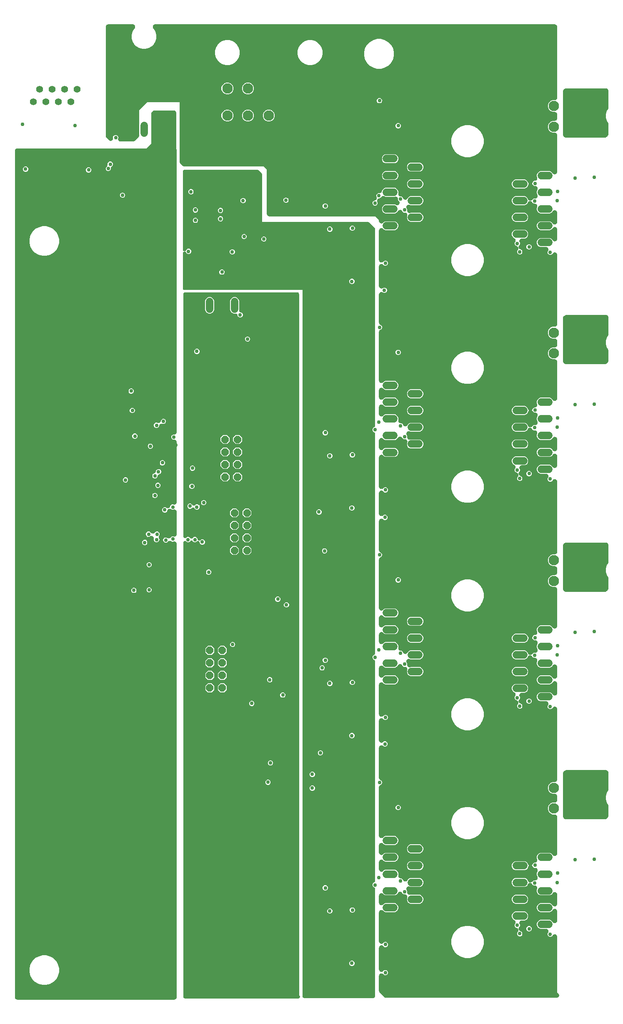
<source format=gbr>
G04 EAGLE Gerber RS-274X export*
G75*
%MOMM*%
%FSLAX34Y34*%
%LPD*%
%INBottom Copper*%
%IPPOS*%
%AMOC8*
5,1,8,0,0,1.08239X$1,22.5*%
G01*
%ADD10C,1.524000*%
%ADD11C,1.408000*%
%ADD12P,1.649562X8X292.500000*%
%ADD13C,2.100000*%
%ADD14P,1.649562X8X112.500000*%
%ADD15C,0.756400*%

G36*
X1111250Y14017D02*
X1111250Y14017D01*
X1111500Y14026D01*
X1111565Y14037D01*
X1111631Y14041D01*
X1111877Y14088D01*
X1112124Y14129D01*
X1112187Y14148D01*
X1112252Y14160D01*
X1112490Y14238D01*
X1112730Y14310D01*
X1112790Y14336D01*
X1112852Y14357D01*
X1113079Y14464D01*
X1113308Y14565D01*
X1113364Y14599D01*
X1113423Y14627D01*
X1113634Y14762D01*
X1113849Y14892D01*
X1113901Y14933D01*
X1113956Y14968D01*
X1114148Y15129D01*
X1114345Y15284D01*
X1114390Y15331D01*
X1114441Y15373D01*
X1114611Y15557D01*
X1114787Y15736D01*
X1114826Y15788D01*
X1114871Y15837D01*
X1115017Y16040D01*
X1115168Y16240D01*
X1115201Y16297D01*
X1115239Y16350D01*
X1115358Y16570D01*
X1115483Y16788D01*
X1115509Y16849D01*
X1115540Y16906D01*
X1115630Y17140D01*
X1115727Y17371D01*
X1115744Y17435D01*
X1115768Y17496D01*
X1115828Y17739D01*
X1115894Y17981D01*
X1115904Y18046D01*
X1115919Y18110D01*
X1115948Y18358D01*
X1115984Y18606D01*
X1115985Y18672D01*
X1115992Y18737D01*
X1115990Y18987D01*
X1115994Y19238D01*
X1115986Y19304D01*
X1115986Y19370D01*
X1115951Y19617D01*
X1115924Y19867D01*
X1115908Y19931D01*
X1115899Y19996D01*
X1115834Y20237D01*
X1115775Y20481D01*
X1115751Y20543D01*
X1115734Y20606D01*
X1115639Y20838D01*
X1115550Y21072D01*
X1115519Y21130D01*
X1115494Y21190D01*
X1115370Y21409D01*
X1115252Y21629D01*
X1115214Y21683D01*
X1115182Y21740D01*
X1115031Y21941D01*
X1114886Y22145D01*
X1114837Y22199D01*
X1114802Y22246D01*
X1114705Y22346D01*
X1114535Y22535D01*
X1111999Y25071D01*
X1111999Y137860D01*
X1111981Y138141D01*
X1111967Y138425D01*
X1111961Y138458D01*
X1111959Y138491D01*
X1111906Y138769D01*
X1111856Y139048D01*
X1111846Y139079D01*
X1111840Y139111D01*
X1111752Y139381D01*
X1111667Y139651D01*
X1111654Y139681D01*
X1111643Y139712D01*
X1111522Y139969D01*
X1111404Y140226D01*
X1111387Y140253D01*
X1111373Y140283D01*
X1111219Y140523D01*
X1111070Y140762D01*
X1111050Y140788D01*
X1111032Y140816D01*
X1110850Y141034D01*
X1110672Y141253D01*
X1110648Y141275D01*
X1110627Y141301D01*
X1110419Y141494D01*
X1110214Y141689D01*
X1110188Y141708D01*
X1110163Y141731D01*
X1109934Y141896D01*
X1109705Y142064D01*
X1109676Y142080D01*
X1109650Y142099D01*
X1109401Y142233D01*
X1109153Y142372D01*
X1109122Y142384D01*
X1109094Y142400D01*
X1108829Y142502D01*
X1108567Y142607D01*
X1108535Y142616D01*
X1108504Y142627D01*
X1108228Y142696D01*
X1107955Y142767D01*
X1107922Y142771D01*
X1107890Y142779D01*
X1107609Y142812D01*
X1107328Y142848D01*
X1107295Y142848D01*
X1107263Y142852D01*
X1106980Y142849D01*
X1106696Y142850D01*
X1106663Y142846D01*
X1106630Y142845D01*
X1106351Y142807D01*
X1106069Y142772D01*
X1106037Y142763D01*
X1106004Y142759D01*
X1105731Y142685D01*
X1105456Y142615D01*
X1105426Y142603D01*
X1105394Y142594D01*
X1105132Y142486D01*
X1104869Y142382D01*
X1104840Y142366D01*
X1104810Y142354D01*
X1104563Y142213D01*
X1104315Y142077D01*
X1104289Y142058D01*
X1104260Y142041D01*
X1104034Y141872D01*
X1103804Y141704D01*
X1103781Y141682D01*
X1103754Y141662D01*
X1103551Y141465D01*
X1103345Y141270D01*
X1103324Y141245D01*
X1103300Y141222D01*
X1103124Y141001D01*
X1102944Y140782D01*
X1102926Y140754D01*
X1102906Y140728D01*
X1102758Y140486D01*
X1102607Y140247D01*
X1102592Y140214D01*
X1102576Y140189D01*
X1102525Y140073D01*
X1102507Y140036D01*
X1100992Y138521D01*
X1099051Y137717D01*
X1096949Y137717D01*
X1095008Y138521D01*
X1093521Y140008D01*
X1092717Y141949D01*
X1092717Y144051D01*
X1093888Y146877D01*
X1093958Y147083D01*
X1094037Y147286D01*
X1094060Y147382D01*
X1094092Y147475D01*
X1094136Y147688D01*
X1094188Y147900D01*
X1094200Y147998D01*
X1094220Y148094D01*
X1094236Y148311D01*
X1094262Y148527D01*
X1094260Y148626D01*
X1094268Y148724D01*
X1094257Y148942D01*
X1094255Y149160D01*
X1094241Y149257D01*
X1094236Y149356D01*
X1094198Y149570D01*
X1094168Y149786D01*
X1094143Y149881D01*
X1094125Y149978D01*
X1094060Y150186D01*
X1094003Y150396D01*
X1093966Y150487D01*
X1093937Y150581D01*
X1093846Y150779D01*
X1093763Y150980D01*
X1093714Y151066D01*
X1093673Y151156D01*
X1093558Y151340D01*
X1093451Y151530D01*
X1093392Y151609D01*
X1093339Y151693D01*
X1093202Y151862D01*
X1093071Y152036D01*
X1093003Y152106D01*
X1092941Y152183D01*
X1092783Y152333D01*
X1092632Y152490D01*
X1092554Y152551D01*
X1092483Y152619D01*
X1092308Y152748D01*
X1092138Y152884D01*
X1092054Y152936D01*
X1091974Y152994D01*
X1091784Y153100D01*
X1091598Y153214D01*
X1091508Y153254D01*
X1091422Y153302D01*
X1091220Y153383D01*
X1091021Y153472D01*
X1090927Y153501D01*
X1090836Y153537D01*
X1090625Y153592D01*
X1090417Y153656D01*
X1090319Y153672D01*
X1090224Y153697D01*
X1090009Y153725D01*
X1089793Y153762D01*
X1089681Y153768D01*
X1089597Y153778D01*
X1089468Y153779D01*
X1089269Y153789D01*
X1077766Y153789D01*
X1074413Y155178D01*
X1071848Y157743D01*
X1070459Y161096D01*
X1070459Y164724D01*
X1071848Y168077D01*
X1074413Y170642D01*
X1077766Y172031D01*
X1096634Y172031D01*
X1099987Y170642D01*
X1102607Y168022D01*
X1102627Y167979D01*
X1102645Y167951D01*
X1102660Y167922D01*
X1102815Y167686D01*
X1102968Y167446D01*
X1102989Y167421D01*
X1103007Y167394D01*
X1103191Y167179D01*
X1103373Y166961D01*
X1103397Y166939D01*
X1103419Y166914D01*
X1103630Y166723D01*
X1103837Y166531D01*
X1103863Y166512D01*
X1103888Y166490D01*
X1104121Y166327D01*
X1104350Y166163D01*
X1104379Y166147D01*
X1104406Y166128D01*
X1104658Y165997D01*
X1104906Y165862D01*
X1104937Y165851D01*
X1104966Y165835D01*
X1105232Y165736D01*
X1105496Y165635D01*
X1105528Y165627D01*
X1105559Y165615D01*
X1105835Y165551D01*
X1106110Y165483D01*
X1106142Y165479D01*
X1106174Y165472D01*
X1106457Y165442D01*
X1106737Y165410D01*
X1106770Y165410D01*
X1106803Y165407D01*
X1107087Y165414D01*
X1107370Y165417D01*
X1107402Y165421D01*
X1107435Y165422D01*
X1107715Y165464D01*
X1107996Y165503D01*
X1108027Y165512D01*
X1108060Y165517D01*
X1108332Y165594D01*
X1108606Y165668D01*
X1108636Y165680D01*
X1108668Y165689D01*
X1108928Y165801D01*
X1109190Y165908D01*
X1109219Y165925D01*
X1109249Y165938D01*
X1109494Y166081D01*
X1109740Y166221D01*
X1109766Y166240D01*
X1109795Y166257D01*
X1110020Y166430D01*
X1110246Y166600D01*
X1110269Y166623D01*
X1110295Y166643D01*
X1110497Y166843D01*
X1110700Y167040D01*
X1110720Y167065D01*
X1110743Y167089D01*
X1110917Y167312D01*
X1111094Y167534D01*
X1111112Y167562D01*
X1111132Y167588D01*
X1111275Y167830D01*
X1111424Y168073D01*
X1111437Y168103D01*
X1111454Y168131D01*
X1111566Y168390D01*
X1111682Y168650D01*
X1111692Y168681D01*
X1111705Y168712D01*
X1111783Y168983D01*
X1111866Y169255D01*
X1111871Y169287D01*
X1111880Y169319D01*
X1111924Y169598D01*
X1111972Y169878D01*
X1111974Y169914D01*
X1111978Y169943D01*
X1111982Y170069D01*
X1111999Y170402D01*
X1111999Y189454D01*
X1111981Y189736D01*
X1111967Y190019D01*
X1111961Y190052D01*
X1111959Y190085D01*
X1111906Y190363D01*
X1111856Y190642D01*
X1111846Y190673D01*
X1111840Y190705D01*
X1111752Y190976D01*
X1111667Y191245D01*
X1111654Y191275D01*
X1111643Y191306D01*
X1111521Y191564D01*
X1111404Y191820D01*
X1111387Y191847D01*
X1111373Y191877D01*
X1111219Y192117D01*
X1111070Y192356D01*
X1111050Y192382D01*
X1111032Y192410D01*
X1110850Y192628D01*
X1110672Y192847D01*
X1110648Y192869D01*
X1110627Y192895D01*
X1110419Y193088D01*
X1110214Y193283D01*
X1110188Y193303D01*
X1110163Y193325D01*
X1109934Y193489D01*
X1109705Y193658D01*
X1109676Y193674D01*
X1109650Y193693D01*
X1109401Y193827D01*
X1109153Y193966D01*
X1109122Y193978D01*
X1109094Y193994D01*
X1108830Y194095D01*
X1108567Y194201D01*
X1108535Y194210D01*
X1108504Y194221D01*
X1108230Y194289D01*
X1107955Y194361D01*
X1107922Y194365D01*
X1107890Y194373D01*
X1107610Y194406D01*
X1107328Y194442D01*
X1107295Y194442D01*
X1107263Y194446D01*
X1106980Y194443D01*
X1106696Y194444D01*
X1106663Y194440D01*
X1106630Y194439D01*
X1106351Y194401D01*
X1106069Y194366D01*
X1106037Y194357D01*
X1106004Y194353D01*
X1105731Y194279D01*
X1105456Y194209D01*
X1105426Y194197D01*
X1105394Y194188D01*
X1105133Y194080D01*
X1104869Y193976D01*
X1104840Y193960D01*
X1104810Y193948D01*
X1104564Y193808D01*
X1104315Y193671D01*
X1104288Y193652D01*
X1104260Y193635D01*
X1104034Y193466D01*
X1103804Y193298D01*
X1103781Y193276D01*
X1103754Y193256D01*
X1103551Y193059D01*
X1103345Y192864D01*
X1103324Y192839D01*
X1103300Y192816D01*
X1103124Y192595D01*
X1102944Y192376D01*
X1102926Y192348D01*
X1102906Y192322D01*
X1102758Y192080D01*
X1102607Y191841D01*
X1102602Y191829D01*
X1099987Y189214D01*
X1096634Y187825D01*
X1077766Y187825D01*
X1074413Y189214D01*
X1071848Y191779D01*
X1070459Y195132D01*
X1070459Y198760D01*
X1071848Y202113D01*
X1074413Y204678D01*
X1077766Y206067D01*
X1096634Y206067D01*
X1099987Y204678D01*
X1102607Y202058D01*
X1102627Y202015D01*
X1102645Y201987D01*
X1102660Y201958D01*
X1102815Y201722D01*
X1102968Y201482D01*
X1102989Y201457D01*
X1103007Y201430D01*
X1103191Y201215D01*
X1103373Y200997D01*
X1103397Y200975D01*
X1103419Y200950D01*
X1103630Y200759D01*
X1103837Y200567D01*
X1103863Y200548D01*
X1103888Y200526D01*
X1104121Y200363D01*
X1104350Y200199D01*
X1104379Y200183D01*
X1104406Y200164D01*
X1104658Y200033D01*
X1104906Y199898D01*
X1104937Y199887D01*
X1104966Y199871D01*
X1105232Y199772D01*
X1105496Y199671D01*
X1105528Y199663D01*
X1105559Y199651D01*
X1105835Y199587D01*
X1106110Y199519D01*
X1106142Y199515D01*
X1106174Y199508D01*
X1106457Y199478D01*
X1106737Y199446D01*
X1106770Y199446D01*
X1106803Y199443D01*
X1107087Y199450D01*
X1107370Y199453D01*
X1107402Y199457D01*
X1107435Y199458D01*
X1107715Y199500D01*
X1107996Y199539D01*
X1108027Y199548D01*
X1108060Y199553D01*
X1108332Y199630D01*
X1108606Y199704D01*
X1108636Y199716D01*
X1108668Y199725D01*
X1108928Y199837D01*
X1109190Y199944D01*
X1109219Y199961D01*
X1109249Y199974D01*
X1109494Y200117D01*
X1109740Y200257D01*
X1109766Y200276D01*
X1109795Y200293D01*
X1110020Y200466D01*
X1110246Y200636D01*
X1110269Y200659D01*
X1110295Y200679D01*
X1110497Y200879D01*
X1110700Y201076D01*
X1110720Y201101D01*
X1110743Y201125D01*
X1110917Y201348D01*
X1111094Y201570D01*
X1111112Y201598D01*
X1111132Y201624D01*
X1111275Y201866D01*
X1111424Y202109D01*
X1111437Y202139D01*
X1111454Y202167D01*
X1111566Y202426D01*
X1111682Y202686D01*
X1111692Y202717D01*
X1111705Y202748D01*
X1111783Y203019D01*
X1111866Y203291D01*
X1111871Y203323D01*
X1111880Y203355D01*
X1111924Y203634D01*
X1111972Y203914D01*
X1111974Y203950D01*
X1111978Y203979D01*
X1111982Y204105D01*
X1111999Y204438D01*
X1111999Y223490D01*
X1111981Y223772D01*
X1111967Y224055D01*
X1111961Y224088D01*
X1111959Y224121D01*
X1111906Y224399D01*
X1111856Y224678D01*
X1111846Y224709D01*
X1111840Y224741D01*
X1111752Y225012D01*
X1111667Y225281D01*
X1111654Y225311D01*
X1111643Y225342D01*
X1111521Y225600D01*
X1111404Y225856D01*
X1111387Y225883D01*
X1111373Y225913D01*
X1111219Y226153D01*
X1111070Y226392D01*
X1111050Y226418D01*
X1111032Y226446D01*
X1110850Y226664D01*
X1110672Y226883D01*
X1110648Y226905D01*
X1110627Y226931D01*
X1110419Y227124D01*
X1110214Y227319D01*
X1110188Y227339D01*
X1110163Y227361D01*
X1109934Y227525D01*
X1109705Y227694D01*
X1109676Y227710D01*
X1109650Y227729D01*
X1109401Y227863D01*
X1109153Y228002D01*
X1109122Y228014D01*
X1109094Y228030D01*
X1108830Y228131D01*
X1108567Y228237D01*
X1108535Y228246D01*
X1108504Y228257D01*
X1108230Y228325D01*
X1107955Y228397D01*
X1107922Y228401D01*
X1107890Y228409D01*
X1107610Y228442D01*
X1107328Y228478D01*
X1107295Y228478D01*
X1107263Y228482D01*
X1106980Y228479D01*
X1106696Y228480D01*
X1106663Y228476D01*
X1106630Y228475D01*
X1106351Y228437D01*
X1106069Y228402D01*
X1106037Y228393D01*
X1106004Y228389D01*
X1105731Y228315D01*
X1105456Y228245D01*
X1105426Y228233D01*
X1105394Y228224D01*
X1105133Y228116D01*
X1104869Y228012D01*
X1104840Y227996D01*
X1104810Y227984D01*
X1104564Y227844D01*
X1104315Y227707D01*
X1104288Y227688D01*
X1104260Y227671D01*
X1104034Y227502D01*
X1103804Y227334D01*
X1103781Y227312D01*
X1103754Y227292D01*
X1103551Y227095D01*
X1103345Y226900D01*
X1103324Y226875D01*
X1103300Y226852D01*
X1103124Y226631D01*
X1102944Y226412D01*
X1102926Y226384D01*
X1102906Y226358D01*
X1102758Y226116D01*
X1102607Y225877D01*
X1102602Y225865D01*
X1099987Y223250D01*
X1096634Y221861D01*
X1077766Y221861D01*
X1074413Y223250D01*
X1071848Y225815D01*
X1070459Y229168D01*
X1070459Y232796D01*
X1071291Y234805D01*
X1071362Y235010D01*
X1071440Y235214D01*
X1071464Y235310D01*
X1071496Y235403D01*
X1071540Y235616D01*
X1071592Y235828D01*
X1071603Y235926D01*
X1071623Y236022D01*
X1071640Y236239D01*
X1071665Y236455D01*
X1071664Y236554D01*
X1071671Y236652D01*
X1071660Y236870D01*
X1071658Y237088D01*
X1071645Y237185D01*
X1071640Y237284D01*
X1071601Y237498D01*
X1071572Y237714D01*
X1071546Y237809D01*
X1071529Y237906D01*
X1071464Y238114D01*
X1071407Y238324D01*
X1071369Y238415D01*
X1071340Y238509D01*
X1071249Y238707D01*
X1071166Y238908D01*
X1071118Y238994D01*
X1071077Y239084D01*
X1070962Y239269D01*
X1070854Y239458D01*
X1070795Y239537D01*
X1070743Y239621D01*
X1070606Y239789D01*
X1070475Y239964D01*
X1070406Y240035D01*
X1070344Y240111D01*
X1070187Y240261D01*
X1070035Y240418D01*
X1069958Y240479D01*
X1069887Y240547D01*
X1069711Y240676D01*
X1069541Y240812D01*
X1069457Y240864D01*
X1069378Y240922D01*
X1069188Y241028D01*
X1069002Y241142D01*
X1068912Y241182D01*
X1068826Y241230D01*
X1068624Y241311D01*
X1068425Y241400D01*
X1068330Y241429D01*
X1068239Y241465D01*
X1068029Y241520D01*
X1067820Y241584D01*
X1067723Y241600D01*
X1067627Y241625D01*
X1067412Y241653D01*
X1067197Y241690D01*
X1067084Y241696D01*
X1067001Y241706D01*
X1066872Y241707D01*
X1066673Y241717D01*
X1064949Y241717D01*
X1063008Y242521D01*
X1061522Y244007D01*
X1061499Y244063D01*
X1061388Y244288D01*
X1061284Y244515D01*
X1061249Y244571D01*
X1061220Y244630D01*
X1061082Y244840D01*
X1060950Y245052D01*
X1060909Y245103D01*
X1060873Y245158D01*
X1060710Y245348D01*
X1060552Y245543D01*
X1060504Y245588D01*
X1060461Y245638D01*
X1060276Y245806D01*
X1060094Y245979D01*
X1060041Y246018D01*
X1059992Y246062D01*
X1059786Y246205D01*
X1059585Y246354D01*
X1059528Y246386D01*
X1059474Y246423D01*
X1059251Y246540D01*
X1059033Y246661D01*
X1058972Y246686D01*
X1058914Y246716D01*
X1058679Y246804D01*
X1058446Y246897D01*
X1058383Y246914D01*
X1058321Y246936D01*
X1058078Y246993D01*
X1057835Y247057D01*
X1057770Y247065D01*
X1057706Y247080D01*
X1057457Y247106D01*
X1057208Y247138D01*
X1057143Y247138D01*
X1057077Y247145D01*
X1056826Y247139D01*
X1056576Y247140D01*
X1056511Y247131D01*
X1056445Y247130D01*
X1056197Y247092D01*
X1055949Y247061D01*
X1055885Y247045D01*
X1055820Y247035D01*
X1055579Y246967D01*
X1055336Y246904D01*
X1055275Y246880D01*
X1055212Y246862D01*
X1054982Y246764D01*
X1054749Y246672D01*
X1054691Y246640D01*
X1054631Y246614D01*
X1054415Y246488D01*
X1054195Y246367D01*
X1054142Y246328D01*
X1054085Y246295D01*
X1053886Y246141D01*
X1053684Y245994D01*
X1053637Y245949D01*
X1053585Y245909D01*
X1053407Y245732D01*
X1053225Y245560D01*
X1053183Y245509D01*
X1053137Y245463D01*
X1052983Y245265D01*
X1052824Y245072D01*
X1052789Y245016D01*
X1052748Y244964D01*
X1052621Y244749D01*
X1052487Y244536D01*
X1052456Y244470D01*
X1052426Y244420D01*
X1052371Y244292D01*
X1052261Y244063D01*
X1051752Y242833D01*
X1049187Y240268D01*
X1045834Y238879D01*
X1026966Y238879D01*
X1023613Y240268D01*
X1021048Y242833D01*
X1019659Y246186D01*
X1019659Y249814D01*
X1021048Y253167D01*
X1023613Y255732D01*
X1026966Y257121D01*
X1045834Y257121D01*
X1049187Y255732D01*
X1051752Y253167D01*
X1052680Y250927D01*
X1052776Y250731D01*
X1052864Y250532D01*
X1052915Y250448D01*
X1052958Y250359D01*
X1053078Y250177D01*
X1053191Y249991D01*
X1053252Y249913D01*
X1053306Y249831D01*
X1053448Y249666D01*
X1053583Y249495D01*
X1053653Y249426D01*
X1053718Y249351D01*
X1053879Y249205D01*
X1054035Y249053D01*
X1054113Y248994D01*
X1054186Y248927D01*
X1054365Y248803D01*
X1054539Y248671D01*
X1054624Y248622D01*
X1054705Y248566D01*
X1054898Y248465D01*
X1055087Y248356D01*
X1055178Y248318D01*
X1055265Y248273D01*
X1055469Y248197D01*
X1055670Y248113D01*
X1055765Y248087D01*
X1055857Y248053D01*
X1056069Y248003D01*
X1056279Y247945D01*
X1056377Y247931D01*
X1056473Y247909D01*
X1056689Y247887D01*
X1056905Y247856D01*
X1057004Y247854D01*
X1057102Y247844D01*
X1057319Y247849D01*
X1057537Y247846D01*
X1057635Y247857D01*
X1057734Y247859D01*
X1057949Y247892D01*
X1058165Y247916D01*
X1058261Y247939D01*
X1058359Y247954D01*
X1058568Y248014D01*
X1058780Y248065D01*
X1058872Y248100D01*
X1058967Y248127D01*
X1059167Y248212D01*
X1059370Y248290D01*
X1059457Y248336D01*
X1059548Y248375D01*
X1059736Y248485D01*
X1059928Y248588D01*
X1060008Y248645D01*
X1060093Y248694D01*
X1060266Y248827D01*
X1060443Y248953D01*
X1060527Y249029D01*
X1060594Y249080D01*
X1060686Y249171D01*
X1060834Y249305D01*
X1063008Y251479D01*
X1064949Y252283D01*
X1067501Y252283D01*
X1067718Y252297D01*
X1067936Y252302D01*
X1068033Y252316D01*
X1068132Y252323D01*
X1068346Y252364D01*
X1068561Y252396D01*
X1068656Y252423D01*
X1068753Y252442D01*
X1068960Y252510D01*
X1069169Y252569D01*
X1069260Y252608D01*
X1069353Y252639D01*
X1069550Y252732D01*
X1069750Y252817D01*
X1069835Y252867D01*
X1069924Y252909D01*
X1070108Y253027D01*
X1070296Y253137D01*
X1070374Y253197D01*
X1070457Y253250D01*
X1070624Y253390D01*
X1070796Y253523D01*
X1070866Y253592D01*
X1070942Y253655D01*
X1071090Y253815D01*
X1071244Y253969D01*
X1071305Y254046D01*
X1071372Y254119D01*
X1071499Y254296D01*
X1071633Y254467D01*
X1071683Y254552D01*
X1071740Y254632D01*
X1071844Y254824D01*
X1071955Y255011D01*
X1071994Y255102D01*
X1072041Y255188D01*
X1072119Y255391D01*
X1072206Y255591D01*
X1072233Y255686D01*
X1072269Y255778D01*
X1072321Y255989D01*
X1072381Y256199D01*
X1072397Y256296D01*
X1072420Y256392D01*
X1072445Y256608D01*
X1072479Y256823D01*
X1072482Y256922D01*
X1072493Y257019D01*
X1072491Y257237D01*
X1072497Y257455D01*
X1072488Y257553D01*
X1072487Y257652D01*
X1072457Y257867D01*
X1072436Y258084D01*
X1072414Y258180D01*
X1072400Y258278D01*
X1072343Y258488D01*
X1072295Y258700D01*
X1072257Y258806D01*
X1072235Y258888D01*
X1072186Y259007D01*
X1072120Y259195D01*
X1070459Y263204D01*
X1070459Y266832D01*
X1072105Y270805D01*
X1072175Y271011D01*
X1072254Y271214D01*
X1072277Y271310D01*
X1072309Y271403D01*
X1072353Y271616D01*
X1072405Y271828D01*
X1072417Y271925D01*
X1072437Y272022D01*
X1072453Y272240D01*
X1072478Y272455D01*
X1072477Y272554D01*
X1072485Y272652D01*
X1072474Y272870D01*
X1072472Y273088D01*
X1072458Y273185D01*
X1072453Y273284D01*
X1072415Y273498D01*
X1072385Y273714D01*
X1072359Y273809D01*
X1072342Y273906D01*
X1072277Y274114D01*
X1072220Y274324D01*
X1072183Y274415D01*
X1072153Y274509D01*
X1072063Y274707D01*
X1071980Y274908D01*
X1071931Y274994D01*
X1071890Y275084D01*
X1071775Y275269D01*
X1071668Y275458D01*
X1071608Y275537D01*
X1071556Y275621D01*
X1071419Y275790D01*
X1071288Y275964D01*
X1071220Y276034D01*
X1071158Y276111D01*
X1071000Y276261D01*
X1070848Y276418D01*
X1070771Y276479D01*
X1070700Y276547D01*
X1070525Y276676D01*
X1070355Y276812D01*
X1070270Y276864D01*
X1070191Y276922D01*
X1070001Y277028D01*
X1069815Y277142D01*
X1069725Y277182D01*
X1069639Y277230D01*
X1069437Y277311D01*
X1069238Y277400D01*
X1069144Y277429D01*
X1069053Y277466D01*
X1068842Y277521D01*
X1068634Y277584D01*
X1068536Y277600D01*
X1068441Y277625D01*
X1068225Y277653D01*
X1068010Y277690D01*
X1067898Y277696D01*
X1067814Y277706D01*
X1067685Y277707D01*
X1067486Y277717D01*
X1065949Y277717D01*
X1064008Y278521D01*
X1062522Y280007D01*
X1062406Y280288D01*
X1062295Y280513D01*
X1062191Y280740D01*
X1062156Y280796D01*
X1062127Y280855D01*
X1061990Y281064D01*
X1061857Y281277D01*
X1061816Y281328D01*
X1061779Y281383D01*
X1061616Y281573D01*
X1061458Y281768D01*
X1061411Y281813D01*
X1061368Y281863D01*
X1061182Y282031D01*
X1061001Y282204D01*
X1060948Y282243D01*
X1060899Y282287D01*
X1060694Y282430D01*
X1060492Y282579D01*
X1060434Y282611D01*
X1060381Y282648D01*
X1060365Y282657D01*
X1060381Y282669D01*
X1060583Y282817D01*
X1060631Y282862D01*
X1060683Y282902D01*
X1060861Y283079D01*
X1061043Y283251D01*
X1061084Y283301D01*
X1061131Y283348D01*
X1061285Y283546D01*
X1061444Y283739D01*
X1061479Y283795D01*
X1061519Y283847D01*
X1061647Y284062D01*
X1061780Y284274D01*
X1061812Y284341D01*
X1061841Y284391D01*
X1061897Y284519D01*
X1062006Y284748D01*
X1062522Y285992D01*
X1064008Y287479D01*
X1065949Y288283D01*
X1066687Y288283D01*
X1066905Y288297D01*
X1067122Y288302D01*
X1067220Y288316D01*
X1067318Y288323D01*
X1067532Y288364D01*
X1067747Y288396D01*
X1067842Y288423D01*
X1067939Y288442D01*
X1068146Y288510D01*
X1068355Y288569D01*
X1068446Y288608D01*
X1068540Y288639D01*
X1068737Y288732D01*
X1068937Y288817D01*
X1069022Y288867D01*
X1069111Y288909D01*
X1069294Y289027D01*
X1069482Y289137D01*
X1069560Y289197D01*
X1069643Y289250D01*
X1069810Y289390D01*
X1069983Y289523D01*
X1070053Y289592D01*
X1070128Y289655D01*
X1070277Y289815D01*
X1070431Y289969D01*
X1070491Y290046D01*
X1070559Y290119D01*
X1070685Y290296D01*
X1070819Y290467D01*
X1070869Y290552D01*
X1070927Y290632D01*
X1071030Y290824D01*
X1071141Y291011D01*
X1071180Y291102D01*
X1071227Y291188D01*
X1071306Y291392D01*
X1071392Y291591D01*
X1071420Y291686D01*
X1071455Y291778D01*
X1071507Y291989D01*
X1071568Y292199D01*
X1071583Y292296D01*
X1071607Y292392D01*
X1071632Y292608D01*
X1071666Y292823D01*
X1071668Y292922D01*
X1071680Y293019D01*
X1071677Y293237D01*
X1071684Y293455D01*
X1071674Y293553D01*
X1071673Y293652D01*
X1071643Y293867D01*
X1071622Y294084D01*
X1071600Y294180D01*
X1071587Y294278D01*
X1071530Y294488D01*
X1071481Y294700D01*
X1071444Y294806D01*
X1071422Y294888D01*
X1071373Y295007D01*
X1071306Y295195D01*
X1070459Y297240D01*
X1070459Y300868D01*
X1071848Y304221D01*
X1074413Y306786D01*
X1077766Y308175D01*
X1096634Y308175D01*
X1099987Y306786D01*
X1102607Y304166D01*
X1102627Y304123D01*
X1102645Y304095D01*
X1102660Y304066D01*
X1102815Y303830D01*
X1102968Y303590D01*
X1102989Y303565D01*
X1103007Y303538D01*
X1103191Y303323D01*
X1103373Y303105D01*
X1103397Y303083D01*
X1103419Y303058D01*
X1103630Y302867D01*
X1103837Y302675D01*
X1103863Y302656D01*
X1103888Y302634D01*
X1104121Y302471D01*
X1104350Y302307D01*
X1104379Y302291D01*
X1104406Y302272D01*
X1104658Y302141D01*
X1104906Y302006D01*
X1104937Y301995D01*
X1104966Y301979D01*
X1105232Y301880D01*
X1105496Y301779D01*
X1105528Y301771D01*
X1105559Y301759D01*
X1105835Y301695D01*
X1106110Y301627D01*
X1106142Y301623D01*
X1106174Y301616D01*
X1106457Y301586D01*
X1106737Y301554D01*
X1106770Y301554D01*
X1106803Y301551D01*
X1107087Y301558D01*
X1107370Y301561D01*
X1107402Y301565D01*
X1107435Y301566D01*
X1107715Y301608D01*
X1107996Y301647D01*
X1108027Y301656D01*
X1108060Y301661D01*
X1108332Y301738D01*
X1108606Y301812D01*
X1108636Y301824D01*
X1108668Y301833D01*
X1108928Y301945D01*
X1109190Y302052D01*
X1109219Y302069D01*
X1109249Y302082D01*
X1109494Y302225D01*
X1109740Y302365D01*
X1109766Y302384D01*
X1109795Y302401D01*
X1110020Y302574D01*
X1110246Y302744D01*
X1110269Y302767D01*
X1110295Y302787D01*
X1110497Y302987D01*
X1110700Y303184D01*
X1110720Y303209D01*
X1110743Y303233D01*
X1110917Y303456D01*
X1111094Y303678D01*
X1111112Y303706D01*
X1111132Y303732D01*
X1111275Y303974D01*
X1111424Y304217D01*
X1111437Y304247D01*
X1111454Y304275D01*
X1111566Y304534D01*
X1111682Y304794D01*
X1111692Y304825D01*
X1111705Y304856D01*
X1111783Y305127D01*
X1111866Y305399D01*
X1111871Y305431D01*
X1111880Y305463D01*
X1111924Y305742D01*
X1111972Y306022D01*
X1111974Y306058D01*
X1111978Y306087D01*
X1111982Y306213D01*
X1111999Y306546D01*
X1111999Y381000D01*
X1111988Y381185D01*
X1111986Y381370D01*
X1111968Y381500D01*
X1111959Y381631D01*
X1111924Y381812D01*
X1111899Y381996D01*
X1111865Y382122D01*
X1111840Y382252D01*
X1111782Y382428D01*
X1111734Y382606D01*
X1111684Y382727D01*
X1111643Y382852D01*
X1111564Y383020D01*
X1111494Y383190D01*
X1111429Y383305D01*
X1111373Y383423D01*
X1111273Y383579D01*
X1111182Y383740D01*
X1111103Y383845D01*
X1111032Y383956D01*
X1110913Y384098D01*
X1110802Y384246D01*
X1110711Y384340D01*
X1110627Y384441D01*
X1110491Y384567D01*
X1110362Y384700D01*
X1110260Y384782D01*
X1110163Y384871D01*
X1110013Y384979D01*
X1109869Y385094D01*
X1109756Y385163D01*
X1109650Y385239D01*
X1109487Y385327D01*
X1109329Y385424D01*
X1109209Y385477D01*
X1109094Y385540D01*
X1108921Y385606D01*
X1108752Y385682D01*
X1108627Y385720D01*
X1108504Y385768D01*
X1108324Y385812D01*
X1108147Y385866D01*
X1108018Y385888D01*
X1107890Y385919D01*
X1107707Y385941D01*
X1107524Y385972D01*
X1107371Y385980D01*
X1107263Y385992D01*
X1107154Y385991D01*
X1107000Y385999D01*
X1102613Y385999D01*
X1098202Y387826D01*
X1094826Y391202D01*
X1092999Y395613D01*
X1092999Y400387D01*
X1094826Y404798D01*
X1098202Y408174D01*
X1102613Y410001D01*
X1107000Y410001D01*
X1107185Y410012D01*
X1107370Y410014D01*
X1107500Y410032D01*
X1107631Y410041D01*
X1107812Y410076D01*
X1107996Y410101D01*
X1108122Y410135D01*
X1108252Y410160D01*
X1108428Y410218D01*
X1108606Y410266D01*
X1108727Y410316D01*
X1108852Y410357D01*
X1109020Y410436D01*
X1109190Y410506D01*
X1109305Y410571D01*
X1109423Y410627D01*
X1109579Y410727D01*
X1109740Y410818D01*
X1109845Y410897D01*
X1109956Y410968D01*
X1110098Y411087D01*
X1110246Y411198D01*
X1110340Y411289D01*
X1110441Y411373D01*
X1110567Y411509D01*
X1110700Y411638D01*
X1110782Y411740D01*
X1110871Y411837D01*
X1110979Y411987D01*
X1111094Y412131D01*
X1111163Y412244D01*
X1111239Y412350D01*
X1111327Y412513D01*
X1111424Y412671D01*
X1111477Y412791D01*
X1111540Y412906D01*
X1111606Y413079D01*
X1111682Y413248D01*
X1111720Y413373D01*
X1111768Y413496D01*
X1111812Y413676D01*
X1111866Y413853D01*
X1111888Y413982D01*
X1111919Y414110D01*
X1111941Y414293D01*
X1111972Y414476D01*
X1111980Y414629D01*
X1111992Y414737D01*
X1111991Y414846D01*
X1111999Y415000D01*
X1111999Y423000D01*
X1111988Y423185D01*
X1111986Y423370D01*
X1111968Y423500D01*
X1111959Y423631D01*
X1111924Y423812D01*
X1111899Y423996D01*
X1111865Y424122D01*
X1111840Y424252D01*
X1111782Y424428D01*
X1111734Y424606D01*
X1111684Y424727D01*
X1111643Y424852D01*
X1111564Y425020D01*
X1111494Y425190D01*
X1111429Y425305D01*
X1111373Y425423D01*
X1111273Y425579D01*
X1111182Y425740D01*
X1111103Y425845D01*
X1111032Y425956D01*
X1110913Y426098D01*
X1110802Y426246D01*
X1110711Y426340D01*
X1110627Y426441D01*
X1110491Y426567D01*
X1110362Y426700D01*
X1110260Y426782D01*
X1110163Y426871D01*
X1110013Y426979D01*
X1109869Y427094D01*
X1109756Y427163D01*
X1109650Y427239D01*
X1109487Y427327D01*
X1109329Y427424D01*
X1109209Y427477D01*
X1109094Y427540D01*
X1108921Y427606D01*
X1108752Y427682D01*
X1108627Y427720D01*
X1108504Y427768D01*
X1108324Y427812D01*
X1108147Y427866D01*
X1108018Y427888D01*
X1107890Y427919D01*
X1107707Y427941D01*
X1107524Y427972D01*
X1107371Y427980D01*
X1107263Y427992D01*
X1107154Y427991D01*
X1107000Y427999D01*
X1102613Y427999D01*
X1098202Y429826D01*
X1094826Y433202D01*
X1092999Y437613D01*
X1092999Y442387D01*
X1094826Y446798D01*
X1098202Y450174D01*
X1102613Y452001D01*
X1107000Y452001D01*
X1107185Y452012D01*
X1107370Y452014D01*
X1107500Y452032D01*
X1107631Y452041D01*
X1107812Y452076D01*
X1107996Y452101D01*
X1108122Y452135D01*
X1108252Y452160D01*
X1108428Y452218D01*
X1108606Y452266D01*
X1108727Y452316D01*
X1108852Y452357D01*
X1109020Y452436D01*
X1109190Y452506D01*
X1109305Y452571D01*
X1109423Y452627D01*
X1109579Y452727D01*
X1109740Y452818D01*
X1109845Y452897D01*
X1109956Y452968D01*
X1110098Y453087D01*
X1110246Y453198D01*
X1110340Y453289D01*
X1110441Y453373D01*
X1110567Y453509D01*
X1110700Y453638D01*
X1110782Y453740D01*
X1110871Y453837D01*
X1110979Y453987D01*
X1111094Y454131D01*
X1111163Y454244D01*
X1111239Y454350D01*
X1111327Y454513D01*
X1111424Y454671D01*
X1111477Y454791D01*
X1111540Y454906D01*
X1111606Y455079D01*
X1111682Y455248D01*
X1111720Y455373D01*
X1111768Y455496D01*
X1111812Y455676D01*
X1111866Y455853D01*
X1111888Y455982D01*
X1111919Y456110D01*
X1111941Y456293D01*
X1111972Y456476D01*
X1111980Y456629D01*
X1111992Y456737D01*
X1111991Y456846D01*
X1111999Y457000D01*
X1111999Y599860D01*
X1111981Y600141D01*
X1111967Y600425D01*
X1111961Y600458D01*
X1111959Y600491D01*
X1111906Y600769D01*
X1111856Y601048D01*
X1111846Y601079D01*
X1111840Y601111D01*
X1111752Y601381D01*
X1111667Y601651D01*
X1111654Y601681D01*
X1111643Y601712D01*
X1111522Y601969D01*
X1111404Y602226D01*
X1111387Y602253D01*
X1111373Y602283D01*
X1111219Y602523D01*
X1111070Y602762D01*
X1111050Y602788D01*
X1111032Y602816D01*
X1110850Y603034D01*
X1110672Y603253D01*
X1110648Y603275D01*
X1110627Y603301D01*
X1110419Y603494D01*
X1110214Y603689D01*
X1110188Y603708D01*
X1110163Y603731D01*
X1109934Y603896D01*
X1109705Y604064D01*
X1109676Y604080D01*
X1109650Y604099D01*
X1109401Y604233D01*
X1109153Y604372D01*
X1109122Y604384D01*
X1109094Y604400D01*
X1108829Y604502D01*
X1108567Y604607D01*
X1108535Y604616D01*
X1108504Y604627D01*
X1108228Y604696D01*
X1107955Y604767D01*
X1107922Y604771D01*
X1107890Y604779D01*
X1107609Y604812D01*
X1107328Y604848D01*
X1107295Y604848D01*
X1107263Y604852D01*
X1106980Y604849D01*
X1106696Y604850D01*
X1106663Y604846D01*
X1106630Y604845D01*
X1106351Y604807D01*
X1106069Y604772D01*
X1106037Y604763D01*
X1106004Y604759D01*
X1105731Y604685D01*
X1105456Y604615D01*
X1105426Y604603D01*
X1105394Y604594D01*
X1105132Y604486D01*
X1104869Y604382D01*
X1104840Y604366D01*
X1104810Y604354D01*
X1104563Y604213D01*
X1104315Y604077D01*
X1104289Y604058D01*
X1104260Y604041D01*
X1104034Y603872D01*
X1103804Y603704D01*
X1103781Y603682D01*
X1103754Y603662D01*
X1103551Y603465D01*
X1103345Y603270D01*
X1103324Y603245D01*
X1103300Y603222D01*
X1103124Y603001D01*
X1102944Y602782D01*
X1102926Y602754D01*
X1102906Y602728D01*
X1102758Y602487D01*
X1102607Y602247D01*
X1102592Y602214D01*
X1102576Y602189D01*
X1102525Y602073D01*
X1102507Y602036D01*
X1100992Y600521D01*
X1099051Y599717D01*
X1096949Y599717D01*
X1095008Y600521D01*
X1093521Y602008D01*
X1092717Y603949D01*
X1092717Y606051D01*
X1093888Y608877D01*
X1093958Y609083D01*
X1094037Y609286D01*
X1094060Y609382D01*
X1094092Y609475D01*
X1094136Y609688D01*
X1094188Y609900D01*
X1094200Y609998D01*
X1094220Y610094D01*
X1094236Y610311D01*
X1094262Y610527D01*
X1094260Y610626D01*
X1094268Y610724D01*
X1094257Y610942D01*
X1094255Y611160D01*
X1094241Y611257D01*
X1094236Y611356D01*
X1094198Y611570D01*
X1094168Y611786D01*
X1094143Y611881D01*
X1094125Y611978D01*
X1094060Y612186D01*
X1094003Y612396D01*
X1093966Y612487D01*
X1093937Y612581D01*
X1093846Y612779D01*
X1093763Y612980D01*
X1093714Y613066D01*
X1093673Y613156D01*
X1093558Y613340D01*
X1093451Y613530D01*
X1093392Y613609D01*
X1093339Y613693D01*
X1093202Y613862D01*
X1093071Y614036D01*
X1093003Y614106D01*
X1092941Y614183D01*
X1092783Y614333D01*
X1092632Y614490D01*
X1092554Y614551D01*
X1092483Y614619D01*
X1092308Y614748D01*
X1092138Y614884D01*
X1092054Y614936D01*
X1091974Y614994D01*
X1091784Y615100D01*
X1091598Y615214D01*
X1091508Y615254D01*
X1091422Y615302D01*
X1091220Y615383D01*
X1091021Y615472D01*
X1090927Y615501D01*
X1090836Y615537D01*
X1090625Y615592D01*
X1090417Y615656D01*
X1090319Y615672D01*
X1090224Y615697D01*
X1090009Y615725D01*
X1089793Y615762D01*
X1089681Y615768D01*
X1089597Y615778D01*
X1089468Y615779D01*
X1089269Y615789D01*
X1077766Y615789D01*
X1074413Y617178D01*
X1071848Y619743D01*
X1070459Y623096D01*
X1070459Y626724D01*
X1071848Y630077D01*
X1074413Y632642D01*
X1077766Y634031D01*
X1096634Y634031D01*
X1099987Y632642D01*
X1102607Y630022D01*
X1102627Y629979D01*
X1102645Y629951D01*
X1102660Y629922D01*
X1102815Y629686D01*
X1102968Y629446D01*
X1102989Y629421D01*
X1103007Y629394D01*
X1103191Y629179D01*
X1103373Y628961D01*
X1103397Y628939D01*
X1103419Y628914D01*
X1103630Y628723D01*
X1103837Y628531D01*
X1103863Y628512D01*
X1103888Y628490D01*
X1104121Y628327D01*
X1104350Y628163D01*
X1104379Y628147D01*
X1104406Y628128D01*
X1104658Y627997D01*
X1104906Y627862D01*
X1104937Y627851D01*
X1104966Y627835D01*
X1105232Y627736D01*
X1105496Y627635D01*
X1105528Y627627D01*
X1105559Y627615D01*
X1105835Y627551D01*
X1106110Y627483D01*
X1106142Y627479D01*
X1106174Y627472D01*
X1106457Y627442D01*
X1106737Y627410D01*
X1106770Y627410D01*
X1106803Y627407D01*
X1107087Y627414D01*
X1107370Y627417D01*
X1107402Y627421D01*
X1107435Y627422D01*
X1107715Y627464D01*
X1107996Y627503D01*
X1108027Y627512D01*
X1108060Y627517D01*
X1108332Y627594D01*
X1108606Y627668D01*
X1108636Y627680D01*
X1108668Y627689D01*
X1108928Y627801D01*
X1109190Y627908D01*
X1109219Y627925D01*
X1109249Y627938D01*
X1109494Y628081D01*
X1109740Y628221D01*
X1109766Y628240D01*
X1109795Y628257D01*
X1110020Y628430D01*
X1110246Y628600D01*
X1110269Y628623D01*
X1110295Y628643D01*
X1110497Y628843D01*
X1110700Y629040D01*
X1110720Y629065D01*
X1110743Y629089D01*
X1110917Y629312D01*
X1111094Y629534D01*
X1111112Y629562D01*
X1111132Y629588D01*
X1111275Y629830D01*
X1111424Y630073D01*
X1111437Y630103D01*
X1111454Y630131D01*
X1111566Y630390D01*
X1111682Y630650D01*
X1111692Y630681D01*
X1111705Y630712D01*
X1111783Y630983D01*
X1111866Y631255D01*
X1111871Y631287D01*
X1111880Y631319D01*
X1111924Y631598D01*
X1111972Y631878D01*
X1111974Y631914D01*
X1111978Y631943D01*
X1111982Y632069D01*
X1111999Y632402D01*
X1111999Y651454D01*
X1111981Y651737D01*
X1111967Y652020D01*
X1111961Y652052D01*
X1111959Y652085D01*
X1111906Y652364D01*
X1111856Y652642D01*
X1111846Y652673D01*
X1111840Y652705D01*
X1111752Y652976D01*
X1111667Y653245D01*
X1111654Y653275D01*
X1111643Y653306D01*
X1111522Y653563D01*
X1111404Y653820D01*
X1111387Y653848D01*
X1111373Y653877D01*
X1111219Y654117D01*
X1111070Y654357D01*
X1111050Y654382D01*
X1111032Y654410D01*
X1110850Y654627D01*
X1110671Y654847D01*
X1110648Y654870D01*
X1110627Y654895D01*
X1110420Y655087D01*
X1110214Y655283D01*
X1110187Y655303D01*
X1110163Y655325D01*
X1109934Y655489D01*
X1109705Y655658D01*
X1109676Y655674D01*
X1109650Y655693D01*
X1109401Y655828D01*
X1109153Y655966D01*
X1109123Y655978D01*
X1109094Y655994D01*
X1108829Y656096D01*
X1108566Y656201D01*
X1108535Y656210D01*
X1108504Y656222D01*
X1108229Y656289D01*
X1107955Y656361D01*
X1107922Y656365D01*
X1107890Y656373D01*
X1107609Y656406D01*
X1107328Y656442D01*
X1107295Y656442D01*
X1107263Y656446D01*
X1106980Y656443D01*
X1106696Y656444D01*
X1106663Y656440D01*
X1106630Y656439D01*
X1106350Y656401D01*
X1106069Y656366D01*
X1106037Y656357D01*
X1106004Y656353D01*
X1105731Y656279D01*
X1105456Y656209D01*
X1105426Y656197D01*
X1105394Y656188D01*
X1105133Y656081D01*
X1104869Y655976D01*
X1104840Y655960D01*
X1104810Y655948D01*
X1104564Y655808D01*
X1104315Y655671D01*
X1104289Y655652D01*
X1104260Y655635D01*
X1104033Y655465D01*
X1103804Y655298D01*
X1103781Y655276D01*
X1103754Y655256D01*
X1103550Y655058D01*
X1103345Y654864D01*
X1103324Y654839D01*
X1103300Y654816D01*
X1103123Y654594D01*
X1102944Y654376D01*
X1102926Y654348D01*
X1102906Y654323D01*
X1102757Y654080D01*
X1102607Y653841D01*
X1102602Y653829D01*
X1099987Y651214D01*
X1096634Y649825D01*
X1077766Y649825D01*
X1074413Y651214D01*
X1071848Y653779D01*
X1070459Y657132D01*
X1070459Y660760D01*
X1071848Y664113D01*
X1074413Y666678D01*
X1077766Y668067D01*
X1096634Y668067D01*
X1099987Y666678D01*
X1102607Y664058D01*
X1102627Y664015D01*
X1102645Y663987D01*
X1102660Y663958D01*
X1102815Y663721D01*
X1102968Y663482D01*
X1102989Y663457D01*
X1103007Y663430D01*
X1103192Y663214D01*
X1103373Y662997D01*
X1103397Y662975D01*
X1103419Y662950D01*
X1103629Y662759D01*
X1103837Y662567D01*
X1103863Y662548D01*
X1103888Y662526D01*
X1104120Y662364D01*
X1104350Y662199D01*
X1104379Y662183D01*
X1104406Y662164D01*
X1104657Y662033D01*
X1104906Y661898D01*
X1104937Y661887D01*
X1104966Y661871D01*
X1105232Y661773D01*
X1105496Y661670D01*
X1105528Y661663D01*
X1105559Y661651D01*
X1105835Y661587D01*
X1106110Y661519D01*
X1106142Y661515D01*
X1106174Y661508D01*
X1106457Y661478D01*
X1106737Y661446D01*
X1106770Y661446D01*
X1106803Y661443D01*
X1107088Y661450D01*
X1107370Y661453D01*
X1107402Y661457D01*
X1107435Y661458D01*
X1107716Y661500D01*
X1107996Y661539D01*
X1108027Y661548D01*
X1108060Y661553D01*
X1108334Y661630D01*
X1108606Y661704D01*
X1108636Y661716D01*
X1108668Y661725D01*
X1108929Y661837D01*
X1109190Y661944D01*
X1109219Y661961D01*
X1109249Y661973D01*
X1109494Y662117D01*
X1109740Y662257D01*
X1109766Y662276D01*
X1109795Y662293D01*
X1110019Y662466D01*
X1110246Y662636D01*
X1110269Y662659D01*
X1110295Y662679D01*
X1110496Y662878D01*
X1110700Y663076D01*
X1110720Y663101D01*
X1110743Y663125D01*
X1110917Y663348D01*
X1111094Y663569D01*
X1111111Y663598D01*
X1111132Y663623D01*
X1111276Y663866D01*
X1111424Y664109D01*
X1111437Y664139D01*
X1111454Y664167D01*
X1111566Y664427D01*
X1111682Y664686D01*
X1111692Y664717D01*
X1111705Y664747D01*
X1111783Y665019D01*
X1111866Y665291D01*
X1111871Y665323D01*
X1111880Y665355D01*
X1111924Y665634D01*
X1111972Y665914D01*
X1111974Y665950D01*
X1111978Y665979D01*
X1111982Y666105D01*
X1111999Y666438D01*
X1111999Y685490D01*
X1111981Y685772D01*
X1111967Y686055D01*
X1111961Y686088D01*
X1111959Y686121D01*
X1111906Y686399D01*
X1111856Y686678D01*
X1111846Y686709D01*
X1111840Y686741D01*
X1111752Y687012D01*
X1111667Y687281D01*
X1111654Y687311D01*
X1111643Y687342D01*
X1111521Y687600D01*
X1111404Y687856D01*
X1111387Y687883D01*
X1111373Y687913D01*
X1111219Y688153D01*
X1111070Y688392D01*
X1111050Y688418D01*
X1111032Y688446D01*
X1110850Y688664D01*
X1110672Y688883D01*
X1110648Y688905D01*
X1110627Y688931D01*
X1110419Y689124D01*
X1110214Y689319D01*
X1110188Y689339D01*
X1110163Y689361D01*
X1109934Y689525D01*
X1109705Y689694D01*
X1109676Y689710D01*
X1109650Y689729D01*
X1109401Y689863D01*
X1109153Y690002D01*
X1109122Y690014D01*
X1109094Y690030D01*
X1108830Y690131D01*
X1108567Y690237D01*
X1108535Y690246D01*
X1108504Y690257D01*
X1108230Y690325D01*
X1107955Y690397D01*
X1107922Y690401D01*
X1107890Y690409D01*
X1107610Y690442D01*
X1107328Y690478D01*
X1107295Y690478D01*
X1107263Y690482D01*
X1106980Y690479D01*
X1106696Y690480D01*
X1106663Y690476D01*
X1106630Y690475D01*
X1106351Y690437D01*
X1106069Y690402D01*
X1106037Y690393D01*
X1106004Y690389D01*
X1105731Y690315D01*
X1105456Y690245D01*
X1105426Y690233D01*
X1105394Y690224D01*
X1105133Y690116D01*
X1104869Y690012D01*
X1104840Y689996D01*
X1104810Y689984D01*
X1104564Y689844D01*
X1104315Y689707D01*
X1104288Y689688D01*
X1104260Y689671D01*
X1104034Y689502D01*
X1103804Y689334D01*
X1103781Y689312D01*
X1103754Y689292D01*
X1103551Y689095D01*
X1103345Y688900D01*
X1103324Y688875D01*
X1103300Y688852D01*
X1103124Y688631D01*
X1102944Y688412D01*
X1102926Y688384D01*
X1102906Y688358D01*
X1102758Y688116D01*
X1102607Y687877D01*
X1102602Y687865D01*
X1099987Y685250D01*
X1096634Y683861D01*
X1077766Y683861D01*
X1074413Y685250D01*
X1071848Y687815D01*
X1070459Y691168D01*
X1070459Y694796D01*
X1071291Y696805D01*
X1071362Y697010D01*
X1071440Y697214D01*
X1071464Y697310D01*
X1071496Y697403D01*
X1071540Y697616D01*
X1071592Y697828D01*
X1071603Y697926D01*
X1071623Y698022D01*
X1071640Y698239D01*
X1071665Y698455D01*
X1071664Y698554D01*
X1071671Y698652D01*
X1071660Y698870D01*
X1071658Y699088D01*
X1071645Y699185D01*
X1071640Y699284D01*
X1071601Y699498D01*
X1071572Y699714D01*
X1071546Y699809D01*
X1071529Y699906D01*
X1071464Y700114D01*
X1071407Y700324D01*
X1071369Y700415D01*
X1071340Y700509D01*
X1071249Y700707D01*
X1071166Y700908D01*
X1071118Y700994D01*
X1071077Y701084D01*
X1070962Y701269D01*
X1070854Y701458D01*
X1070795Y701537D01*
X1070743Y701621D01*
X1070606Y701789D01*
X1070475Y701964D01*
X1070406Y702035D01*
X1070344Y702111D01*
X1070187Y702261D01*
X1070035Y702418D01*
X1069958Y702479D01*
X1069887Y702547D01*
X1069711Y702676D01*
X1069541Y702812D01*
X1069457Y702864D01*
X1069378Y702922D01*
X1069188Y703028D01*
X1069002Y703142D01*
X1068912Y703182D01*
X1068826Y703230D01*
X1068624Y703311D01*
X1068425Y703400D01*
X1068330Y703429D01*
X1068239Y703465D01*
X1068029Y703520D01*
X1067820Y703584D01*
X1067723Y703600D01*
X1067627Y703625D01*
X1067412Y703653D01*
X1067197Y703690D01*
X1067084Y703696D01*
X1067001Y703706D01*
X1066872Y703707D01*
X1066673Y703717D01*
X1064949Y703717D01*
X1063008Y704521D01*
X1061522Y706007D01*
X1061499Y706063D01*
X1061388Y706288D01*
X1061284Y706515D01*
X1061249Y706571D01*
X1061220Y706630D01*
X1061082Y706840D01*
X1060950Y707052D01*
X1060909Y707103D01*
X1060873Y707158D01*
X1060710Y707348D01*
X1060552Y707543D01*
X1060504Y707588D01*
X1060461Y707638D01*
X1060276Y707806D01*
X1060094Y707979D01*
X1060041Y708018D01*
X1059992Y708062D01*
X1059786Y708205D01*
X1059585Y708354D01*
X1059528Y708386D01*
X1059474Y708423D01*
X1059251Y708540D01*
X1059033Y708661D01*
X1058972Y708686D01*
X1058914Y708716D01*
X1058679Y708804D01*
X1058446Y708897D01*
X1058383Y708914D01*
X1058321Y708936D01*
X1058078Y708993D01*
X1057835Y709057D01*
X1057770Y709065D01*
X1057706Y709080D01*
X1057457Y709106D01*
X1057208Y709138D01*
X1057143Y709138D01*
X1057077Y709145D01*
X1056826Y709139D01*
X1056576Y709140D01*
X1056511Y709131D01*
X1056445Y709130D01*
X1056197Y709092D01*
X1055949Y709061D01*
X1055885Y709045D01*
X1055820Y709035D01*
X1055579Y708967D01*
X1055336Y708904D01*
X1055275Y708880D01*
X1055212Y708862D01*
X1054982Y708764D01*
X1054749Y708672D01*
X1054691Y708640D01*
X1054631Y708614D01*
X1054415Y708488D01*
X1054195Y708367D01*
X1054142Y708328D01*
X1054085Y708295D01*
X1053886Y708141D01*
X1053684Y707994D01*
X1053637Y707949D01*
X1053585Y707909D01*
X1053407Y707732D01*
X1053225Y707560D01*
X1053183Y707509D01*
X1053137Y707463D01*
X1052983Y707265D01*
X1052824Y707072D01*
X1052789Y707016D01*
X1052748Y706964D01*
X1052621Y706749D01*
X1052487Y706536D01*
X1052456Y706470D01*
X1052426Y706420D01*
X1052371Y706292D01*
X1052261Y706063D01*
X1051752Y704833D01*
X1049187Y702268D01*
X1045834Y700879D01*
X1026966Y700879D01*
X1023613Y702268D01*
X1021048Y704833D01*
X1019659Y708186D01*
X1019659Y711814D01*
X1021048Y715167D01*
X1023613Y717732D01*
X1026966Y719121D01*
X1045834Y719121D01*
X1049187Y717732D01*
X1051752Y715167D01*
X1052680Y712927D01*
X1052776Y712731D01*
X1052864Y712532D01*
X1052915Y712448D01*
X1052958Y712359D01*
X1053078Y712177D01*
X1053191Y711991D01*
X1053252Y711913D01*
X1053306Y711831D01*
X1053448Y711666D01*
X1053583Y711495D01*
X1053653Y711426D01*
X1053718Y711351D01*
X1053879Y711205D01*
X1054035Y711053D01*
X1054113Y710994D01*
X1054186Y710927D01*
X1054365Y710803D01*
X1054539Y710671D01*
X1054624Y710622D01*
X1054705Y710566D01*
X1054898Y710465D01*
X1055087Y710356D01*
X1055178Y710318D01*
X1055265Y710273D01*
X1055469Y710197D01*
X1055670Y710113D01*
X1055765Y710087D01*
X1055857Y710053D01*
X1056069Y710003D01*
X1056279Y709945D01*
X1056377Y709931D01*
X1056473Y709909D01*
X1056689Y709887D01*
X1056905Y709856D01*
X1057004Y709854D01*
X1057102Y709844D01*
X1057319Y709849D01*
X1057537Y709846D01*
X1057635Y709857D01*
X1057734Y709859D01*
X1057949Y709892D01*
X1058165Y709916D01*
X1058261Y709939D01*
X1058359Y709954D01*
X1058568Y710014D01*
X1058780Y710065D01*
X1058872Y710100D01*
X1058967Y710127D01*
X1059167Y710212D01*
X1059370Y710290D01*
X1059457Y710336D01*
X1059548Y710375D01*
X1059736Y710485D01*
X1059928Y710588D01*
X1060008Y710645D01*
X1060093Y710694D01*
X1060266Y710827D01*
X1060443Y710953D01*
X1060527Y711029D01*
X1060594Y711080D01*
X1060686Y711171D01*
X1060834Y711305D01*
X1063008Y713479D01*
X1064949Y714283D01*
X1067501Y714283D01*
X1067718Y714297D01*
X1067936Y714302D01*
X1068033Y714316D01*
X1068132Y714323D01*
X1068346Y714364D01*
X1068561Y714396D01*
X1068656Y714423D01*
X1068753Y714442D01*
X1068960Y714510D01*
X1069169Y714569D01*
X1069260Y714608D01*
X1069353Y714639D01*
X1069550Y714732D01*
X1069750Y714817D01*
X1069835Y714867D01*
X1069924Y714909D01*
X1070108Y715027D01*
X1070296Y715137D01*
X1070374Y715197D01*
X1070457Y715250D01*
X1070624Y715390D01*
X1070796Y715523D01*
X1070866Y715592D01*
X1070942Y715655D01*
X1071090Y715815D01*
X1071244Y715969D01*
X1071305Y716046D01*
X1071372Y716119D01*
X1071499Y716296D01*
X1071633Y716467D01*
X1071683Y716552D01*
X1071740Y716632D01*
X1071844Y716824D01*
X1071955Y717011D01*
X1071994Y717102D01*
X1072041Y717188D01*
X1072119Y717391D01*
X1072206Y717591D01*
X1072233Y717686D01*
X1072269Y717778D01*
X1072321Y717989D01*
X1072381Y718199D01*
X1072397Y718296D01*
X1072420Y718392D01*
X1072445Y718608D01*
X1072479Y718823D01*
X1072482Y718922D01*
X1072493Y719019D01*
X1072491Y719237D01*
X1072497Y719455D01*
X1072488Y719553D01*
X1072487Y719652D01*
X1072457Y719867D01*
X1072436Y720084D01*
X1072414Y720180D01*
X1072400Y720278D01*
X1072343Y720488D01*
X1072295Y720700D01*
X1072257Y720806D01*
X1072235Y720888D01*
X1072186Y721007D01*
X1072120Y721195D01*
X1070459Y725204D01*
X1070459Y728832D01*
X1072105Y732805D01*
X1072175Y733011D01*
X1072254Y733214D01*
X1072277Y733310D01*
X1072309Y733403D01*
X1072353Y733616D01*
X1072405Y733828D01*
X1072417Y733926D01*
X1072437Y734022D01*
X1072453Y734239D01*
X1072478Y734455D01*
X1072477Y734554D01*
X1072485Y734652D01*
X1072474Y734870D01*
X1072472Y735088D01*
X1072458Y735185D01*
X1072453Y735284D01*
X1072415Y735498D01*
X1072385Y735714D01*
X1072359Y735809D01*
X1072342Y735906D01*
X1072277Y736114D01*
X1072220Y736324D01*
X1072183Y736415D01*
X1072153Y736509D01*
X1072063Y736707D01*
X1071980Y736908D01*
X1071931Y736994D01*
X1071890Y737084D01*
X1071775Y737269D01*
X1071668Y737458D01*
X1071608Y737537D01*
X1071556Y737621D01*
X1071419Y737790D01*
X1071288Y737964D01*
X1071220Y738034D01*
X1071158Y738111D01*
X1071000Y738261D01*
X1070848Y738418D01*
X1070771Y738479D01*
X1070700Y738547D01*
X1070525Y738676D01*
X1070355Y738812D01*
X1070271Y738864D01*
X1070191Y738922D01*
X1070001Y739028D01*
X1069815Y739142D01*
X1069725Y739182D01*
X1069639Y739230D01*
X1069437Y739311D01*
X1069238Y739400D01*
X1069144Y739429D01*
X1069053Y739465D01*
X1068842Y739520D01*
X1068634Y739584D01*
X1068536Y739600D01*
X1068441Y739625D01*
X1068225Y739653D01*
X1068010Y739690D01*
X1067898Y739696D01*
X1067814Y739706D01*
X1067685Y739707D01*
X1067486Y739717D01*
X1065949Y739717D01*
X1064008Y740521D01*
X1062522Y742007D01*
X1062406Y742288D01*
X1062295Y742513D01*
X1062191Y742740D01*
X1062156Y742796D01*
X1062127Y742855D01*
X1061990Y743064D01*
X1061857Y743277D01*
X1061816Y743328D01*
X1061779Y743383D01*
X1061616Y743573D01*
X1061458Y743768D01*
X1061411Y743813D01*
X1061368Y743863D01*
X1061182Y744031D01*
X1061001Y744204D01*
X1060948Y744243D01*
X1060899Y744287D01*
X1060694Y744430D01*
X1060492Y744579D01*
X1060434Y744611D01*
X1060381Y744648D01*
X1060365Y744657D01*
X1060381Y744669D01*
X1060583Y744817D01*
X1060631Y744862D01*
X1060683Y744902D01*
X1060861Y745079D01*
X1061043Y745251D01*
X1061084Y745301D01*
X1061131Y745348D01*
X1061285Y745546D01*
X1061444Y745739D01*
X1061479Y745795D01*
X1061519Y745847D01*
X1061647Y746062D01*
X1061780Y746274D01*
X1061812Y746341D01*
X1061841Y746391D01*
X1061897Y746519D01*
X1062006Y746748D01*
X1062522Y747992D01*
X1064008Y749479D01*
X1065949Y750283D01*
X1066687Y750283D01*
X1066905Y750297D01*
X1067122Y750302D01*
X1067220Y750316D01*
X1067318Y750323D01*
X1067532Y750364D01*
X1067747Y750396D01*
X1067842Y750423D01*
X1067939Y750442D01*
X1068146Y750510D01*
X1068355Y750569D01*
X1068446Y750608D01*
X1068540Y750639D01*
X1068737Y750732D01*
X1068937Y750817D01*
X1069022Y750867D01*
X1069111Y750909D01*
X1069294Y751027D01*
X1069482Y751137D01*
X1069560Y751197D01*
X1069643Y751250D01*
X1069810Y751390D01*
X1069983Y751523D01*
X1070053Y751592D01*
X1070128Y751655D01*
X1070277Y751815D01*
X1070431Y751969D01*
X1070491Y752046D01*
X1070559Y752119D01*
X1070685Y752296D01*
X1070819Y752467D01*
X1070869Y752552D01*
X1070927Y752632D01*
X1071030Y752824D01*
X1071141Y753011D01*
X1071180Y753102D01*
X1071227Y753188D01*
X1071306Y753392D01*
X1071392Y753591D01*
X1071420Y753686D01*
X1071455Y753778D01*
X1071507Y753989D01*
X1071568Y754199D01*
X1071583Y754296D01*
X1071607Y754392D01*
X1071632Y754608D01*
X1071666Y754823D01*
X1071668Y754922D01*
X1071680Y755019D01*
X1071677Y755237D01*
X1071684Y755455D01*
X1071674Y755553D01*
X1071673Y755652D01*
X1071643Y755867D01*
X1071622Y756084D01*
X1071600Y756180D01*
X1071587Y756278D01*
X1071530Y756488D01*
X1071481Y756700D01*
X1071444Y756806D01*
X1071422Y756888D01*
X1071373Y757007D01*
X1071306Y757195D01*
X1070459Y759240D01*
X1070459Y762868D01*
X1071848Y766221D01*
X1074413Y768786D01*
X1077766Y770175D01*
X1096634Y770175D01*
X1099987Y768786D01*
X1102607Y766166D01*
X1102627Y766123D01*
X1102645Y766095D01*
X1102660Y766066D01*
X1102815Y765830D01*
X1102968Y765590D01*
X1102989Y765565D01*
X1103007Y765538D01*
X1103191Y765323D01*
X1103373Y765105D01*
X1103397Y765083D01*
X1103419Y765058D01*
X1103630Y764867D01*
X1103837Y764675D01*
X1103863Y764656D01*
X1103888Y764634D01*
X1104121Y764471D01*
X1104350Y764307D01*
X1104379Y764291D01*
X1104406Y764272D01*
X1104658Y764141D01*
X1104906Y764006D01*
X1104937Y763995D01*
X1104966Y763979D01*
X1105232Y763880D01*
X1105496Y763779D01*
X1105528Y763771D01*
X1105559Y763759D01*
X1105835Y763695D01*
X1106110Y763627D01*
X1106142Y763623D01*
X1106174Y763616D01*
X1106457Y763586D01*
X1106737Y763554D01*
X1106770Y763554D01*
X1106803Y763551D01*
X1107087Y763558D01*
X1107370Y763561D01*
X1107402Y763565D01*
X1107435Y763566D01*
X1107715Y763608D01*
X1107996Y763647D01*
X1108027Y763656D01*
X1108060Y763661D01*
X1108332Y763738D01*
X1108606Y763812D01*
X1108636Y763824D01*
X1108668Y763833D01*
X1108928Y763945D01*
X1109190Y764052D01*
X1109219Y764069D01*
X1109249Y764082D01*
X1109494Y764225D01*
X1109740Y764365D01*
X1109766Y764384D01*
X1109795Y764401D01*
X1110020Y764574D01*
X1110246Y764744D01*
X1110269Y764767D01*
X1110295Y764787D01*
X1110497Y764987D01*
X1110700Y765184D01*
X1110720Y765209D01*
X1110743Y765233D01*
X1110917Y765456D01*
X1111094Y765678D01*
X1111112Y765706D01*
X1111132Y765732D01*
X1111275Y765974D01*
X1111424Y766217D01*
X1111437Y766247D01*
X1111454Y766275D01*
X1111566Y766534D01*
X1111682Y766794D01*
X1111692Y766825D01*
X1111705Y766856D01*
X1111783Y767127D01*
X1111866Y767399D01*
X1111871Y767431D01*
X1111880Y767463D01*
X1111924Y767742D01*
X1111972Y768022D01*
X1111974Y768058D01*
X1111978Y768087D01*
X1111982Y768213D01*
X1111999Y768546D01*
X1111999Y843000D01*
X1111988Y843185D01*
X1111986Y843370D01*
X1111968Y843500D01*
X1111959Y843631D01*
X1111924Y843812D01*
X1111899Y843996D01*
X1111865Y844122D01*
X1111840Y844252D01*
X1111782Y844428D01*
X1111734Y844606D01*
X1111684Y844727D01*
X1111643Y844852D01*
X1111564Y845020D01*
X1111494Y845190D01*
X1111429Y845305D01*
X1111373Y845423D01*
X1111273Y845579D01*
X1111182Y845740D01*
X1111103Y845845D01*
X1111032Y845956D01*
X1110913Y846098D01*
X1110802Y846246D01*
X1110711Y846340D01*
X1110627Y846441D01*
X1110491Y846567D01*
X1110362Y846700D01*
X1110260Y846782D01*
X1110163Y846871D01*
X1110013Y846979D01*
X1109869Y847094D01*
X1109756Y847163D01*
X1109650Y847239D01*
X1109487Y847327D01*
X1109329Y847424D01*
X1109209Y847477D01*
X1109094Y847540D01*
X1108921Y847606D01*
X1108752Y847682D01*
X1108627Y847720D01*
X1108504Y847768D01*
X1108324Y847812D01*
X1108147Y847866D01*
X1108018Y847888D01*
X1107890Y847919D01*
X1107707Y847941D01*
X1107524Y847972D01*
X1107371Y847980D01*
X1107263Y847992D01*
X1107154Y847991D01*
X1107000Y847999D01*
X1102613Y847999D01*
X1098202Y849826D01*
X1094826Y853202D01*
X1092999Y857613D01*
X1092999Y862387D01*
X1094826Y866798D01*
X1098202Y870174D01*
X1102613Y872001D01*
X1107000Y872001D01*
X1107185Y872012D01*
X1107370Y872014D01*
X1107500Y872032D01*
X1107631Y872041D01*
X1107812Y872076D01*
X1107996Y872101D01*
X1108122Y872135D01*
X1108252Y872160D01*
X1108428Y872218D01*
X1108606Y872266D01*
X1108727Y872316D01*
X1108852Y872357D01*
X1109020Y872436D01*
X1109190Y872506D01*
X1109305Y872571D01*
X1109423Y872627D01*
X1109579Y872727D01*
X1109740Y872818D01*
X1109845Y872897D01*
X1109956Y872968D01*
X1110098Y873087D01*
X1110246Y873198D01*
X1110340Y873289D01*
X1110441Y873373D01*
X1110567Y873509D01*
X1110700Y873638D01*
X1110782Y873740D01*
X1110871Y873837D01*
X1110979Y873987D01*
X1111094Y874131D01*
X1111163Y874244D01*
X1111239Y874350D01*
X1111327Y874513D01*
X1111424Y874671D01*
X1111477Y874791D01*
X1111540Y874906D01*
X1111606Y875079D01*
X1111682Y875248D01*
X1111720Y875373D01*
X1111768Y875496D01*
X1111812Y875676D01*
X1111866Y875853D01*
X1111888Y875982D01*
X1111919Y876110D01*
X1111941Y876293D01*
X1111972Y876476D01*
X1111980Y876629D01*
X1111992Y876737D01*
X1111991Y876846D01*
X1111999Y877000D01*
X1111999Y885000D01*
X1111988Y885185D01*
X1111986Y885370D01*
X1111968Y885500D01*
X1111959Y885631D01*
X1111924Y885812D01*
X1111899Y885996D01*
X1111865Y886122D01*
X1111840Y886252D01*
X1111782Y886428D01*
X1111734Y886606D01*
X1111684Y886727D01*
X1111643Y886852D01*
X1111564Y887020D01*
X1111494Y887190D01*
X1111429Y887305D01*
X1111373Y887423D01*
X1111273Y887579D01*
X1111182Y887740D01*
X1111103Y887845D01*
X1111032Y887956D01*
X1110913Y888098D01*
X1110802Y888246D01*
X1110711Y888340D01*
X1110627Y888441D01*
X1110491Y888567D01*
X1110362Y888700D01*
X1110260Y888782D01*
X1110163Y888871D01*
X1110013Y888979D01*
X1109869Y889094D01*
X1109756Y889163D01*
X1109650Y889239D01*
X1109487Y889327D01*
X1109329Y889424D01*
X1109209Y889477D01*
X1109094Y889540D01*
X1108921Y889606D01*
X1108752Y889682D01*
X1108627Y889720D01*
X1108504Y889768D01*
X1108324Y889812D01*
X1108147Y889866D01*
X1108018Y889888D01*
X1107890Y889919D01*
X1107707Y889941D01*
X1107524Y889972D01*
X1107371Y889980D01*
X1107263Y889992D01*
X1107154Y889991D01*
X1107000Y889999D01*
X1102613Y889999D01*
X1098202Y891826D01*
X1094826Y895202D01*
X1092999Y899613D01*
X1092999Y904387D01*
X1094826Y908798D01*
X1098202Y912174D01*
X1102613Y914001D01*
X1107000Y914001D01*
X1107185Y914012D01*
X1107370Y914014D01*
X1107500Y914032D01*
X1107631Y914041D01*
X1107812Y914076D01*
X1107996Y914101D01*
X1108122Y914135D01*
X1108252Y914160D01*
X1108428Y914218D01*
X1108606Y914266D01*
X1108727Y914316D01*
X1108852Y914357D01*
X1109020Y914436D01*
X1109190Y914506D01*
X1109305Y914571D01*
X1109423Y914627D01*
X1109579Y914727D01*
X1109740Y914818D01*
X1109845Y914897D01*
X1109956Y914968D01*
X1110098Y915087D01*
X1110246Y915198D01*
X1110340Y915289D01*
X1110441Y915373D01*
X1110567Y915509D01*
X1110700Y915638D01*
X1110782Y915740D01*
X1110871Y915837D01*
X1110979Y915987D01*
X1111094Y916131D01*
X1111163Y916244D01*
X1111239Y916350D01*
X1111327Y916513D01*
X1111424Y916671D01*
X1111477Y916791D01*
X1111540Y916906D01*
X1111606Y917079D01*
X1111682Y917248D01*
X1111720Y917373D01*
X1111768Y917496D01*
X1111812Y917676D01*
X1111866Y917853D01*
X1111888Y917982D01*
X1111919Y918110D01*
X1111941Y918293D01*
X1111972Y918476D01*
X1111980Y918629D01*
X1111992Y918737D01*
X1111991Y918846D01*
X1111999Y919000D01*
X1111999Y1061860D01*
X1111981Y1062141D01*
X1111967Y1062425D01*
X1111961Y1062458D01*
X1111959Y1062491D01*
X1111906Y1062769D01*
X1111856Y1063048D01*
X1111846Y1063079D01*
X1111840Y1063111D01*
X1111752Y1063381D01*
X1111667Y1063651D01*
X1111654Y1063681D01*
X1111643Y1063712D01*
X1111522Y1063969D01*
X1111404Y1064226D01*
X1111387Y1064253D01*
X1111373Y1064283D01*
X1111219Y1064523D01*
X1111070Y1064762D01*
X1111050Y1064788D01*
X1111032Y1064816D01*
X1110850Y1065034D01*
X1110672Y1065253D01*
X1110648Y1065275D01*
X1110627Y1065301D01*
X1110419Y1065494D01*
X1110214Y1065689D01*
X1110188Y1065708D01*
X1110163Y1065731D01*
X1109934Y1065896D01*
X1109705Y1066064D01*
X1109676Y1066080D01*
X1109650Y1066099D01*
X1109401Y1066233D01*
X1109153Y1066372D01*
X1109122Y1066384D01*
X1109094Y1066400D01*
X1108829Y1066502D01*
X1108567Y1066607D01*
X1108535Y1066616D01*
X1108504Y1066627D01*
X1108228Y1066696D01*
X1107955Y1066767D01*
X1107922Y1066771D01*
X1107890Y1066779D01*
X1107609Y1066812D01*
X1107328Y1066848D01*
X1107295Y1066848D01*
X1107263Y1066852D01*
X1106980Y1066849D01*
X1106696Y1066850D01*
X1106663Y1066846D01*
X1106630Y1066845D01*
X1106351Y1066807D01*
X1106069Y1066772D01*
X1106037Y1066763D01*
X1106004Y1066759D01*
X1105731Y1066685D01*
X1105456Y1066615D01*
X1105426Y1066603D01*
X1105394Y1066594D01*
X1105132Y1066486D01*
X1104869Y1066382D01*
X1104840Y1066366D01*
X1104810Y1066354D01*
X1104563Y1066213D01*
X1104315Y1066077D01*
X1104289Y1066058D01*
X1104260Y1066041D01*
X1104034Y1065872D01*
X1103804Y1065704D01*
X1103781Y1065682D01*
X1103754Y1065662D01*
X1103551Y1065465D01*
X1103345Y1065270D01*
X1103324Y1065245D01*
X1103300Y1065222D01*
X1103124Y1065001D01*
X1102944Y1064782D01*
X1102926Y1064754D01*
X1102906Y1064728D01*
X1102758Y1064487D01*
X1102607Y1064247D01*
X1102592Y1064214D01*
X1102576Y1064189D01*
X1102525Y1064073D01*
X1102507Y1064036D01*
X1100992Y1062521D01*
X1099051Y1061717D01*
X1096949Y1061717D01*
X1095008Y1062521D01*
X1093521Y1064008D01*
X1092717Y1065949D01*
X1092717Y1068051D01*
X1093888Y1070877D01*
X1093958Y1071083D01*
X1094037Y1071286D01*
X1094060Y1071382D01*
X1094092Y1071475D01*
X1094136Y1071688D01*
X1094188Y1071900D01*
X1094200Y1071998D01*
X1094220Y1072094D01*
X1094236Y1072311D01*
X1094262Y1072527D01*
X1094260Y1072626D01*
X1094268Y1072724D01*
X1094257Y1072942D01*
X1094255Y1073160D01*
X1094241Y1073257D01*
X1094236Y1073356D01*
X1094198Y1073570D01*
X1094168Y1073786D01*
X1094143Y1073881D01*
X1094125Y1073978D01*
X1094060Y1074186D01*
X1094003Y1074396D01*
X1093966Y1074487D01*
X1093937Y1074581D01*
X1093846Y1074779D01*
X1093763Y1074980D01*
X1093714Y1075066D01*
X1093673Y1075156D01*
X1093558Y1075340D01*
X1093451Y1075530D01*
X1093392Y1075609D01*
X1093339Y1075693D01*
X1093202Y1075862D01*
X1093071Y1076036D01*
X1093003Y1076106D01*
X1092941Y1076183D01*
X1092783Y1076333D01*
X1092632Y1076490D01*
X1092554Y1076551D01*
X1092483Y1076619D01*
X1092308Y1076748D01*
X1092138Y1076884D01*
X1092054Y1076936D01*
X1091974Y1076994D01*
X1091784Y1077100D01*
X1091598Y1077214D01*
X1091508Y1077254D01*
X1091422Y1077302D01*
X1091220Y1077383D01*
X1091021Y1077472D01*
X1090927Y1077501D01*
X1090836Y1077537D01*
X1090625Y1077592D01*
X1090417Y1077656D01*
X1090319Y1077672D01*
X1090224Y1077697D01*
X1090009Y1077725D01*
X1089793Y1077762D01*
X1089681Y1077768D01*
X1089597Y1077778D01*
X1089468Y1077779D01*
X1089269Y1077789D01*
X1077766Y1077789D01*
X1074413Y1079178D01*
X1071848Y1081743D01*
X1070459Y1085096D01*
X1070459Y1088724D01*
X1071848Y1092077D01*
X1074413Y1094642D01*
X1077766Y1096031D01*
X1096634Y1096031D01*
X1099987Y1094642D01*
X1102607Y1092022D01*
X1102627Y1091979D01*
X1102645Y1091951D01*
X1102660Y1091922D01*
X1102815Y1091686D01*
X1102968Y1091446D01*
X1102989Y1091421D01*
X1103007Y1091394D01*
X1103191Y1091179D01*
X1103373Y1090961D01*
X1103397Y1090939D01*
X1103419Y1090914D01*
X1103630Y1090723D01*
X1103837Y1090531D01*
X1103863Y1090512D01*
X1103888Y1090490D01*
X1104121Y1090327D01*
X1104350Y1090163D01*
X1104379Y1090147D01*
X1104406Y1090128D01*
X1104658Y1089997D01*
X1104906Y1089862D01*
X1104937Y1089851D01*
X1104966Y1089835D01*
X1105232Y1089736D01*
X1105496Y1089635D01*
X1105528Y1089627D01*
X1105559Y1089615D01*
X1105835Y1089551D01*
X1106110Y1089483D01*
X1106142Y1089479D01*
X1106174Y1089472D01*
X1106457Y1089442D01*
X1106737Y1089410D01*
X1106770Y1089410D01*
X1106803Y1089407D01*
X1107087Y1089414D01*
X1107370Y1089417D01*
X1107402Y1089421D01*
X1107435Y1089422D01*
X1107715Y1089464D01*
X1107996Y1089503D01*
X1108027Y1089512D01*
X1108060Y1089517D01*
X1108332Y1089594D01*
X1108606Y1089668D01*
X1108636Y1089680D01*
X1108668Y1089689D01*
X1108928Y1089801D01*
X1109190Y1089908D01*
X1109219Y1089925D01*
X1109249Y1089938D01*
X1109494Y1090081D01*
X1109740Y1090221D01*
X1109766Y1090240D01*
X1109795Y1090257D01*
X1110020Y1090430D01*
X1110246Y1090600D01*
X1110269Y1090623D01*
X1110295Y1090643D01*
X1110497Y1090843D01*
X1110700Y1091040D01*
X1110720Y1091065D01*
X1110743Y1091089D01*
X1110917Y1091312D01*
X1111094Y1091534D01*
X1111112Y1091562D01*
X1111132Y1091588D01*
X1111275Y1091830D01*
X1111424Y1092073D01*
X1111437Y1092103D01*
X1111454Y1092131D01*
X1111566Y1092390D01*
X1111682Y1092650D01*
X1111692Y1092681D01*
X1111705Y1092712D01*
X1111783Y1092983D01*
X1111866Y1093255D01*
X1111871Y1093287D01*
X1111880Y1093319D01*
X1111924Y1093598D01*
X1111972Y1093878D01*
X1111974Y1093914D01*
X1111978Y1093943D01*
X1111982Y1094069D01*
X1111999Y1094402D01*
X1111999Y1113454D01*
X1111981Y1113736D01*
X1111967Y1114019D01*
X1111961Y1114052D01*
X1111959Y1114085D01*
X1111906Y1114363D01*
X1111856Y1114642D01*
X1111846Y1114673D01*
X1111840Y1114705D01*
X1111752Y1114976D01*
X1111667Y1115245D01*
X1111654Y1115275D01*
X1111643Y1115306D01*
X1111521Y1115564D01*
X1111404Y1115820D01*
X1111387Y1115847D01*
X1111373Y1115877D01*
X1111219Y1116117D01*
X1111070Y1116356D01*
X1111050Y1116382D01*
X1111032Y1116410D01*
X1110850Y1116628D01*
X1110672Y1116847D01*
X1110648Y1116869D01*
X1110627Y1116895D01*
X1110419Y1117088D01*
X1110214Y1117283D01*
X1110188Y1117303D01*
X1110163Y1117325D01*
X1109934Y1117489D01*
X1109705Y1117658D01*
X1109676Y1117674D01*
X1109650Y1117693D01*
X1109401Y1117827D01*
X1109153Y1117966D01*
X1109122Y1117978D01*
X1109094Y1117994D01*
X1108830Y1118095D01*
X1108567Y1118201D01*
X1108535Y1118210D01*
X1108504Y1118221D01*
X1108230Y1118289D01*
X1107955Y1118361D01*
X1107922Y1118365D01*
X1107890Y1118373D01*
X1107610Y1118406D01*
X1107328Y1118442D01*
X1107295Y1118442D01*
X1107263Y1118446D01*
X1106980Y1118443D01*
X1106696Y1118444D01*
X1106663Y1118440D01*
X1106630Y1118439D01*
X1106351Y1118401D01*
X1106069Y1118366D01*
X1106037Y1118357D01*
X1106004Y1118353D01*
X1105731Y1118279D01*
X1105456Y1118209D01*
X1105426Y1118197D01*
X1105394Y1118188D01*
X1105133Y1118080D01*
X1104869Y1117976D01*
X1104840Y1117960D01*
X1104810Y1117948D01*
X1104564Y1117808D01*
X1104315Y1117671D01*
X1104288Y1117652D01*
X1104260Y1117635D01*
X1104034Y1117466D01*
X1103804Y1117298D01*
X1103781Y1117276D01*
X1103754Y1117256D01*
X1103551Y1117059D01*
X1103345Y1116864D01*
X1103324Y1116839D01*
X1103300Y1116816D01*
X1103124Y1116595D01*
X1102944Y1116376D01*
X1102926Y1116348D01*
X1102906Y1116322D01*
X1102758Y1116080D01*
X1102607Y1115841D01*
X1102602Y1115829D01*
X1099987Y1113214D01*
X1096634Y1111825D01*
X1077766Y1111825D01*
X1074413Y1113214D01*
X1071848Y1115779D01*
X1070459Y1119132D01*
X1070459Y1122760D01*
X1071848Y1126113D01*
X1074413Y1128678D01*
X1077766Y1130067D01*
X1096634Y1130067D01*
X1099987Y1128678D01*
X1102607Y1126058D01*
X1102627Y1126015D01*
X1102645Y1125987D01*
X1102660Y1125958D01*
X1102815Y1125722D01*
X1102968Y1125482D01*
X1102989Y1125457D01*
X1103007Y1125430D01*
X1103191Y1125215D01*
X1103373Y1124997D01*
X1103397Y1124975D01*
X1103419Y1124950D01*
X1103630Y1124759D01*
X1103837Y1124567D01*
X1103863Y1124548D01*
X1103888Y1124526D01*
X1104121Y1124363D01*
X1104350Y1124199D01*
X1104379Y1124183D01*
X1104406Y1124164D01*
X1104658Y1124033D01*
X1104906Y1123898D01*
X1104937Y1123887D01*
X1104966Y1123871D01*
X1105232Y1123772D01*
X1105496Y1123671D01*
X1105528Y1123663D01*
X1105559Y1123651D01*
X1105835Y1123587D01*
X1106110Y1123519D01*
X1106142Y1123515D01*
X1106174Y1123508D01*
X1106457Y1123478D01*
X1106737Y1123446D01*
X1106770Y1123446D01*
X1106803Y1123443D01*
X1107087Y1123450D01*
X1107370Y1123453D01*
X1107402Y1123457D01*
X1107435Y1123458D01*
X1107715Y1123500D01*
X1107996Y1123539D01*
X1108027Y1123548D01*
X1108060Y1123553D01*
X1108332Y1123630D01*
X1108606Y1123704D01*
X1108636Y1123716D01*
X1108668Y1123725D01*
X1108928Y1123837D01*
X1109190Y1123944D01*
X1109219Y1123961D01*
X1109249Y1123974D01*
X1109494Y1124117D01*
X1109740Y1124257D01*
X1109766Y1124276D01*
X1109795Y1124293D01*
X1110020Y1124466D01*
X1110246Y1124636D01*
X1110269Y1124659D01*
X1110295Y1124679D01*
X1110497Y1124879D01*
X1110700Y1125076D01*
X1110720Y1125101D01*
X1110743Y1125125D01*
X1110917Y1125348D01*
X1111094Y1125570D01*
X1111112Y1125598D01*
X1111132Y1125624D01*
X1111275Y1125866D01*
X1111424Y1126109D01*
X1111437Y1126139D01*
X1111454Y1126167D01*
X1111566Y1126426D01*
X1111682Y1126686D01*
X1111692Y1126717D01*
X1111705Y1126748D01*
X1111783Y1127019D01*
X1111866Y1127291D01*
X1111871Y1127323D01*
X1111880Y1127355D01*
X1111924Y1127634D01*
X1111972Y1127914D01*
X1111974Y1127950D01*
X1111978Y1127979D01*
X1111982Y1128105D01*
X1111999Y1128438D01*
X1111999Y1147490D01*
X1111981Y1147772D01*
X1111967Y1148055D01*
X1111961Y1148088D01*
X1111959Y1148121D01*
X1111906Y1148399D01*
X1111856Y1148678D01*
X1111846Y1148709D01*
X1111840Y1148741D01*
X1111752Y1149012D01*
X1111667Y1149281D01*
X1111654Y1149311D01*
X1111643Y1149342D01*
X1111521Y1149600D01*
X1111404Y1149856D01*
X1111387Y1149883D01*
X1111373Y1149913D01*
X1111219Y1150153D01*
X1111070Y1150392D01*
X1111050Y1150418D01*
X1111032Y1150446D01*
X1110850Y1150664D01*
X1110672Y1150883D01*
X1110648Y1150905D01*
X1110627Y1150931D01*
X1110419Y1151124D01*
X1110214Y1151319D01*
X1110188Y1151339D01*
X1110163Y1151361D01*
X1109934Y1151525D01*
X1109705Y1151694D01*
X1109676Y1151710D01*
X1109650Y1151729D01*
X1109401Y1151863D01*
X1109153Y1152002D01*
X1109122Y1152014D01*
X1109094Y1152030D01*
X1108830Y1152131D01*
X1108567Y1152237D01*
X1108535Y1152246D01*
X1108504Y1152257D01*
X1108230Y1152325D01*
X1107955Y1152397D01*
X1107922Y1152401D01*
X1107890Y1152409D01*
X1107610Y1152442D01*
X1107328Y1152478D01*
X1107295Y1152478D01*
X1107263Y1152482D01*
X1106980Y1152479D01*
X1106696Y1152480D01*
X1106663Y1152476D01*
X1106630Y1152475D01*
X1106351Y1152437D01*
X1106069Y1152402D01*
X1106037Y1152393D01*
X1106004Y1152389D01*
X1105731Y1152315D01*
X1105456Y1152245D01*
X1105426Y1152233D01*
X1105394Y1152224D01*
X1105133Y1152116D01*
X1104869Y1152012D01*
X1104840Y1151996D01*
X1104810Y1151984D01*
X1104564Y1151844D01*
X1104315Y1151707D01*
X1104288Y1151688D01*
X1104260Y1151671D01*
X1104034Y1151502D01*
X1103804Y1151334D01*
X1103781Y1151312D01*
X1103754Y1151292D01*
X1103551Y1151095D01*
X1103345Y1150900D01*
X1103324Y1150875D01*
X1103300Y1150852D01*
X1103124Y1150631D01*
X1102944Y1150412D01*
X1102926Y1150384D01*
X1102906Y1150358D01*
X1102758Y1150116D01*
X1102607Y1149877D01*
X1102602Y1149865D01*
X1099987Y1147250D01*
X1096634Y1145861D01*
X1077766Y1145861D01*
X1074413Y1147250D01*
X1071848Y1149815D01*
X1070459Y1153168D01*
X1070459Y1156796D01*
X1071291Y1158805D01*
X1071362Y1159010D01*
X1071440Y1159214D01*
X1071464Y1159310D01*
X1071496Y1159403D01*
X1071540Y1159616D01*
X1071592Y1159828D01*
X1071603Y1159926D01*
X1071623Y1160022D01*
X1071640Y1160239D01*
X1071665Y1160455D01*
X1071664Y1160554D01*
X1071671Y1160652D01*
X1071660Y1160870D01*
X1071658Y1161088D01*
X1071645Y1161185D01*
X1071640Y1161284D01*
X1071601Y1161498D01*
X1071572Y1161714D01*
X1071546Y1161809D01*
X1071529Y1161906D01*
X1071464Y1162114D01*
X1071407Y1162324D01*
X1071369Y1162415D01*
X1071340Y1162509D01*
X1071249Y1162707D01*
X1071166Y1162908D01*
X1071118Y1162994D01*
X1071077Y1163084D01*
X1070962Y1163269D01*
X1070854Y1163458D01*
X1070795Y1163537D01*
X1070743Y1163621D01*
X1070606Y1163789D01*
X1070475Y1163964D01*
X1070406Y1164035D01*
X1070344Y1164111D01*
X1070187Y1164261D01*
X1070035Y1164418D01*
X1069958Y1164479D01*
X1069887Y1164547D01*
X1069711Y1164676D01*
X1069541Y1164812D01*
X1069457Y1164864D01*
X1069378Y1164922D01*
X1069188Y1165028D01*
X1069002Y1165142D01*
X1068912Y1165182D01*
X1068826Y1165230D01*
X1068624Y1165311D01*
X1068425Y1165400D01*
X1068330Y1165429D01*
X1068239Y1165465D01*
X1068029Y1165520D01*
X1067820Y1165584D01*
X1067723Y1165600D01*
X1067627Y1165625D01*
X1067412Y1165653D01*
X1067197Y1165690D01*
X1067084Y1165696D01*
X1067001Y1165706D01*
X1066872Y1165707D01*
X1066673Y1165717D01*
X1064949Y1165717D01*
X1063008Y1166521D01*
X1061522Y1168007D01*
X1061499Y1168063D01*
X1061388Y1168288D01*
X1061284Y1168515D01*
X1061249Y1168571D01*
X1061220Y1168630D01*
X1061082Y1168840D01*
X1060950Y1169052D01*
X1060909Y1169103D01*
X1060873Y1169158D01*
X1060710Y1169348D01*
X1060552Y1169543D01*
X1060504Y1169588D01*
X1060461Y1169638D01*
X1060276Y1169806D01*
X1060094Y1169979D01*
X1060041Y1170018D01*
X1059992Y1170062D01*
X1059786Y1170205D01*
X1059585Y1170354D01*
X1059528Y1170386D01*
X1059474Y1170423D01*
X1059251Y1170540D01*
X1059033Y1170661D01*
X1058972Y1170686D01*
X1058914Y1170716D01*
X1058679Y1170804D01*
X1058446Y1170897D01*
X1058383Y1170914D01*
X1058321Y1170936D01*
X1058078Y1170993D01*
X1057835Y1171057D01*
X1057770Y1171065D01*
X1057706Y1171080D01*
X1057457Y1171106D01*
X1057208Y1171138D01*
X1057143Y1171138D01*
X1057077Y1171145D01*
X1056826Y1171139D01*
X1056576Y1171140D01*
X1056511Y1171131D01*
X1056445Y1171130D01*
X1056197Y1171092D01*
X1055949Y1171061D01*
X1055885Y1171045D01*
X1055820Y1171035D01*
X1055579Y1170967D01*
X1055336Y1170904D01*
X1055275Y1170880D01*
X1055212Y1170862D01*
X1054982Y1170764D01*
X1054749Y1170672D01*
X1054691Y1170640D01*
X1054631Y1170614D01*
X1054415Y1170488D01*
X1054195Y1170367D01*
X1054142Y1170328D01*
X1054085Y1170295D01*
X1053886Y1170141D01*
X1053684Y1169994D01*
X1053637Y1169949D01*
X1053585Y1169909D01*
X1053407Y1169732D01*
X1053225Y1169560D01*
X1053183Y1169509D01*
X1053137Y1169463D01*
X1052983Y1169265D01*
X1052824Y1169072D01*
X1052789Y1169016D01*
X1052748Y1168964D01*
X1052621Y1168749D01*
X1052487Y1168536D01*
X1052456Y1168470D01*
X1052426Y1168420D01*
X1052371Y1168292D01*
X1052261Y1168063D01*
X1051752Y1166833D01*
X1049187Y1164268D01*
X1045834Y1162879D01*
X1026966Y1162879D01*
X1023613Y1164268D01*
X1021048Y1166833D01*
X1019659Y1170186D01*
X1019659Y1173814D01*
X1021048Y1177167D01*
X1023613Y1179732D01*
X1026966Y1181121D01*
X1045834Y1181121D01*
X1049187Y1179732D01*
X1051752Y1177167D01*
X1052680Y1174927D01*
X1052776Y1174731D01*
X1052864Y1174532D01*
X1052915Y1174448D01*
X1052958Y1174359D01*
X1053078Y1174177D01*
X1053191Y1173991D01*
X1053252Y1173913D01*
X1053306Y1173831D01*
X1053448Y1173666D01*
X1053583Y1173495D01*
X1053653Y1173426D01*
X1053718Y1173351D01*
X1053879Y1173205D01*
X1054035Y1173053D01*
X1054113Y1172994D01*
X1054186Y1172927D01*
X1054365Y1172803D01*
X1054539Y1172671D01*
X1054624Y1172622D01*
X1054705Y1172566D01*
X1054898Y1172465D01*
X1055087Y1172356D01*
X1055178Y1172318D01*
X1055265Y1172273D01*
X1055469Y1172197D01*
X1055670Y1172113D01*
X1055765Y1172087D01*
X1055857Y1172053D01*
X1056069Y1172003D01*
X1056279Y1171945D01*
X1056377Y1171931D01*
X1056473Y1171909D01*
X1056689Y1171887D01*
X1056905Y1171856D01*
X1057004Y1171854D01*
X1057102Y1171844D01*
X1057319Y1171849D01*
X1057537Y1171846D01*
X1057635Y1171857D01*
X1057734Y1171859D01*
X1057949Y1171892D01*
X1058165Y1171916D01*
X1058261Y1171939D01*
X1058359Y1171954D01*
X1058568Y1172014D01*
X1058780Y1172065D01*
X1058872Y1172100D01*
X1058967Y1172127D01*
X1059167Y1172212D01*
X1059370Y1172290D01*
X1059457Y1172336D01*
X1059548Y1172375D01*
X1059736Y1172485D01*
X1059928Y1172588D01*
X1060008Y1172645D01*
X1060093Y1172694D01*
X1060266Y1172827D01*
X1060443Y1172953D01*
X1060527Y1173029D01*
X1060594Y1173080D01*
X1060686Y1173171D01*
X1060834Y1173305D01*
X1063008Y1175479D01*
X1064949Y1176283D01*
X1067501Y1176283D01*
X1067718Y1176297D01*
X1067936Y1176302D01*
X1068033Y1176316D01*
X1068132Y1176323D01*
X1068346Y1176364D01*
X1068561Y1176396D01*
X1068656Y1176423D01*
X1068753Y1176442D01*
X1068960Y1176510D01*
X1069169Y1176569D01*
X1069260Y1176608D01*
X1069353Y1176639D01*
X1069550Y1176732D01*
X1069750Y1176817D01*
X1069835Y1176867D01*
X1069924Y1176909D01*
X1070108Y1177027D01*
X1070296Y1177137D01*
X1070374Y1177197D01*
X1070457Y1177250D01*
X1070624Y1177390D01*
X1070796Y1177523D01*
X1070866Y1177592D01*
X1070942Y1177655D01*
X1071090Y1177815D01*
X1071244Y1177969D01*
X1071305Y1178046D01*
X1071372Y1178119D01*
X1071499Y1178296D01*
X1071633Y1178467D01*
X1071683Y1178552D01*
X1071740Y1178632D01*
X1071844Y1178824D01*
X1071955Y1179011D01*
X1071994Y1179102D01*
X1072041Y1179188D01*
X1072119Y1179391D01*
X1072206Y1179591D01*
X1072233Y1179686D01*
X1072269Y1179778D01*
X1072321Y1179989D01*
X1072381Y1180199D01*
X1072397Y1180296D01*
X1072420Y1180392D01*
X1072445Y1180608D01*
X1072479Y1180823D01*
X1072482Y1180922D01*
X1072493Y1181019D01*
X1072491Y1181237D01*
X1072497Y1181455D01*
X1072488Y1181553D01*
X1072487Y1181652D01*
X1072457Y1181867D01*
X1072436Y1182084D01*
X1072414Y1182180D01*
X1072400Y1182278D01*
X1072343Y1182488D01*
X1072295Y1182700D01*
X1072257Y1182806D01*
X1072235Y1182888D01*
X1072186Y1183007D01*
X1072120Y1183195D01*
X1070459Y1187204D01*
X1070459Y1190832D01*
X1072105Y1194805D01*
X1072175Y1195011D01*
X1072254Y1195214D01*
X1072277Y1195310D01*
X1072309Y1195403D01*
X1072353Y1195616D01*
X1072405Y1195828D01*
X1072417Y1195926D01*
X1072437Y1196022D01*
X1072453Y1196239D01*
X1072478Y1196455D01*
X1072477Y1196554D01*
X1072485Y1196652D01*
X1072474Y1196870D01*
X1072472Y1197088D01*
X1072458Y1197185D01*
X1072453Y1197284D01*
X1072415Y1197498D01*
X1072385Y1197714D01*
X1072359Y1197809D01*
X1072342Y1197906D01*
X1072277Y1198114D01*
X1072220Y1198324D01*
X1072183Y1198415D01*
X1072153Y1198509D01*
X1072063Y1198707D01*
X1071980Y1198908D01*
X1071931Y1198994D01*
X1071890Y1199084D01*
X1071775Y1199269D01*
X1071668Y1199458D01*
X1071608Y1199537D01*
X1071556Y1199621D01*
X1071419Y1199790D01*
X1071288Y1199964D01*
X1071220Y1200034D01*
X1071158Y1200111D01*
X1071000Y1200261D01*
X1070848Y1200418D01*
X1070771Y1200479D01*
X1070700Y1200547D01*
X1070525Y1200676D01*
X1070355Y1200812D01*
X1070271Y1200864D01*
X1070191Y1200922D01*
X1070001Y1201028D01*
X1069815Y1201142D01*
X1069725Y1201182D01*
X1069639Y1201230D01*
X1069437Y1201311D01*
X1069238Y1201400D01*
X1069144Y1201429D01*
X1069053Y1201465D01*
X1068842Y1201520D01*
X1068634Y1201584D01*
X1068536Y1201600D01*
X1068441Y1201625D01*
X1068225Y1201653D01*
X1068010Y1201690D01*
X1067898Y1201696D01*
X1067814Y1201706D01*
X1067685Y1201707D01*
X1067486Y1201717D01*
X1065949Y1201717D01*
X1064008Y1202521D01*
X1062522Y1204007D01*
X1062406Y1204288D01*
X1062295Y1204513D01*
X1062191Y1204740D01*
X1062156Y1204796D01*
X1062127Y1204855D01*
X1061990Y1205064D01*
X1061857Y1205277D01*
X1061816Y1205328D01*
X1061779Y1205383D01*
X1061616Y1205573D01*
X1061458Y1205768D01*
X1061411Y1205813D01*
X1061368Y1205863D01*
X1061182Y1206031D01*
X1061001Y1206204D01*
X1060948Y1206243D01*
X1060899Y1206287D01*
X1060694Y1206430D01*
X1060492Y1206579D01*
X1060434Y1206611D01*
X1060381Y1206648D01*
X1060365Y1206657D01*
X1060381Y1206669D01*
X1060583Y1206817D01*
X1060631Y1206862D01*
X1060683Y1206902D01*
X1060861Y1207079D01*
X1061043Y1207251D01*
X1061084Y1207301D01*
X1061131Y1207348D01*
X1061285Y1207546D01*
X1061444Y1207739D01*
X1061479Y1207795D01*
X1061519Y1207847D01*
X1061647Y1208062D01*
X1061780Y1208274D01*
X1061812Y1208341D01*
X1061841Y1208391D01*
X1061897Y1208519D01*
X1062006Y1208748D01*
X1062522Y1209992D01*
X1064008Y1211479D01*
X1065949Y1212283D01*
X1066687Y1212283D01*
X1066905Y1212297D01*
X1067122Y1212302D01*
X1067220Y1212316D01*
X1067318Y1212323D01*
X1067532Y1212364D01*
X1067747Y1212396D01*
X1067842Y1212423D01*
X1067939Y1212442D01*
X1068146Y1212510D01*
X1068355Y1212569D01*
X1068446Y1212608D01*
X1068540Y1212639D01*
X1068737Y1212732D01*
X1068937Y1212817D01*
X1069022Y1212867D01*
X1069111Y1212909D01*
X1069294Y1213027D01*
X1069482Y1213137D01*
X1069560Y1213197D01*
X1069643Y1213250D01*
X1069810Y1213390D01*
X1069983Y1213523D01*
X1070053Y1213592D01*
X1070128Y1213655D01*
X1070277Y1213815D01*
X1070431Y1213969D01*
X1070491Y1214046D01*
X1070559Y1214119D01*
X1070685Y1214296D01*
X1070819Y1214467D01*
X1070869Y1214552D01*
X1070927Y1214632D01*
X1071030Y1214824D01*
X1071141Y1215011D01*
X1071180Y1215102D01*
X1071227Y1215188D01*
X1071306Y1215392D01*
X1071392Y1215591D01*
X1071420Y1215686D01*
X1071455Y1215778D01*
X1071507Y1215989D01*
X1071568Y1216199D01*
X1071583Y1216296D01*
X1071607Y1216392D01*
X1071632Y1216608D01*
X1071666Y1216823D01*
X1071668Y1216922D01*
X1071680Y1217019D01*
X1071677Y1217237D01*
X1071684Y1217455D01*
X1071674Y1217553D01*
X1071673Y1217652D01*
X1071643Y1217867D01*
X1071622Y1218084D01*
X1071600Y1218180D01*
X1071587Y1218278D01*
X1071530Y1218488D01*
X1071481Y1218700D01*
X1071444Y1218806D01*
X1071422Y1218888D01*
X1071373Y1219007D01*
X1071306Y1219195D01*
X1070459Y1221240D01*
X1070459Y1224868D01*
X1071848Y1228221D01*
X1074413Y1230786D01*
X1077766Y1232175D01*
X1096634Y1232175D01*
X1099987Y1230786D01*
X1102607Y1228166D01*
X1102627Y1228123D01*
X1102645Y1228095D01*
X1102660Y1228066D01*
X1102815Y1227830D01*
X1102968Y1227590D01*
X1102989Y1227565D01*
X1103007Y1227538D01*
X1103191Y1227323D01*
X1103373Y1227105D01*
X1103397Y1227083D01*
X1103419Y1227058D01*
X1103630Y1226867D01*
X1103837Y1226675D01*
X1103863Y1226656D01*
X1103888Y1226634D01*
X1104121Y1226471D01*
X1104350Y1226307D01*
X1104379Y1226291D01*
X1104406Y1226272D01*
X1104658Y1226141D01*
X1104906Y1226006D01*
X1104937Y1225995D01*
X1104966Y1225979D01*
X1105232Y1225880D01*
X1105496Y1225779D01*
X1105528Y1225771D01*
X1105559Y1225759D01*
X1105835Y1225695D01*
X1106110Y1225627D01*
X1106142Y1225623D01*
X1106174Y1225616D01*
X1106457Y1225586D01*
X1106737Y1225554D01*
X1106770Y1225554D01*
X1106803Y1225551D01*
X1107087Y1225558D01*
X1107370Y1225561D01*
X1107402Y1225565D01*
X1107435Y1225566D01*
X1107715Y1225608D01*
X1107996Y1225647D01*
X1108027Y1225656D01*
X1108060Y1225661D01*
X1108332Y1225738D01*
X1108606Y1225812D01*
X1108636Y1225824D01*
X1108668Y1225833D01*
X1108928Y1225945D01*
X1109190Y1226052D01*
X1109219Y1226069D01*
X1109249Y1226082D01*
X1109494Y1226225D01*
X1109740Y1226365D01*
X1109766Y1226384D01*
X1109795Y1226401D01*
X1110020Y1226574D01*
X1110246Y1226744D01*
X1110269Y1226767D01*
X1110295Y1226787D01*
X1110497Y1226987D01*
X1110700Y1227184D01*
X1110720Y1227209D01*
X1110743Y1227233D01*
X1110917Y1227456D01*
X1111094Y1227678D01*
X1111112Y1227706D01*
X1111132Y1227732D01*
X1111275Y1227974D01*
X1111424Y1228217D01*
X1111437Y1228247D01*
X1111454Y1228275D01*
X1111566Y1228534D01*
X1111682Y1228794D01*
X1111692Y1228825D01*
X1111705Y1228856D01*
X1111783Y1229127D01*
X1111866Y1229399D01*
X1111871Y1229431D01*
X1111880Y1229463D01*
X1111924Y1229742D01*
X1111972Y1230022D01*
X1111974Y1230058D01*
X1111978Y1230087D01*
X1111982Y1230213D01*
X1111999Y1230546D01*
X1111999Y1305000D01*
X1111988Y1305185D01*
X1111986Y1305370D01*
X1111968Y1305500D01*
X1111959Y1305631D01*
X1111924Y1305812D01*
X1111899Y1305996D01*
X1111865Y1306122D01*
X1111840Y1306252D01*
X1111782Y1306428D01*
X1111734Y1306606D01*
X1111684Y1306727D01*
X1111643Y1306852D01*
X1111564Y1307020D01*
X1111494Y1307190D01*
X1111429Y1307305D01*
X1111373Y1307423D01*
X1111273Y1307579D01*
X1111182Y1307740D01*
X1111103Y1307845D01*
X1111032Y1307956D01*
X1110913Y1308098D01*
X1110802Y1308246D01*
X1110711Y1308340D01*
X1110627Y1308441D01*
X1110491Y1308567D01*
X1110362Y1308700D01*
X1110260Y1308782D01*
X1110163Y1308871D01*
X1110013Y1308979D01*
X1109869Y1309094D01*
X1109756Y1309163D01*
X1109650Y1309239D01*
X1109487Y1309327D01*
X1109329Y1309424D01*
X1109209Y1309477D01*
X1109094Y1309540D01*
X1108921Y1309606D01*
X1108752Y1309682D01*
X1108627Y1309720D01*
X1108504Y1309768D01*
X1108324Y1309812D01*
X1108147Y1309866D01*
X1108018Y1309888D01*
X1107890Y1309919D01*
X1107707Y1309941D01*
X1107524Y1309972D01*
X1107371Y1309980D01*
X1107263Y1309992D01*
X1107154Y1309991D01*
X1107000Y1309999D01*
X1102613Y1309999D01*
X1098202Y1311826D01*
X1094826Y1315202D01*
X1092999Y1319613D01*
X1092999Y1324387D01*
X1094826Y1328798D01*
X1098202Y1332174D01*
X1102613Y1334001D01*
X1107000Y1334001D01*
X1107185Y1334012D01*
X1107370Y1334014D01*
X1107500Y1334032D01*
X1107631Y1334041D01*
X1107812Y1334076D01*
X1107996Y1334101D01*
X1108122Y1334135D01*
X1108252Y1334160D01*
X1108428Y1334218D01*
X1108606Y1334266D01*
X1108727Y1334316D01*
X1108852Y1334357D01*
X1109020Y1334436D01*
X1109190Y1334506D01*
X1109305Y1334571D01*
X1109423Y1334627D01*
X1109579Y1334727D01*
X1109740Y1334818D01*
X1109845Y1334897D01*
X1109956Y1334968D01*
X1110098Y1335087D01*
X1110246Y1335198D01*
X1110340Y1335289D01*
X1110441Y1335373D01*
X1110567Y1335509D01*
X1110700Y1335638D01*
X1110782Y1335740D01*
X1110871Y1335837D01*
X1110979Y1335987D01*
X1111094Y1336131D01*
X1111163Y1336244D01*
X1111239Y1336350D01*
X1111327Y1336513D01*
X1111424Y1336671D01*
X1111477Y1336791D01*
X1111540Y1336906D01*
X1111606Y1337079D01*
X1111682Y1337248D01*
X1111720Y1337373D01*
X1111768Y1337496D01*
X1111812Y1337676D01*
X1111866Y1337853D01*
X1111888Y1337982D01*
X1111919Y1338110D01*
X1111941Y1338293D01*
X1111972Y1338476D01*
X1111980Y1338629D01*
X1111992Y1338737D01*
X1111991Y1338846D01*
X1111999Y1339000D01*
X1111999Y1347000D01*
X1111988Y1347185D01*
X1111986Y1347370D01*
X1111968Y1347500D01*
X1111959Y1347631D01*
X1111924Y1347812D01*
X1111899Y1347996D01*
X1111865Y1348122D01*
X1111840Y1348252D01*
X1111782Y1348428D01*
X1111734Y1348606D01*
X1111684Y1348727D01*
X1111643Y1348852D01*
X1111564Y1349020D01*
X1111494Y1349190D01*
X1111429Y1349305D01*
X1111373Y1349423D01*
X1111273Y1349579D01*
X1111182Y1349740D01*
X1111103Y1349845D01*
X1111032Y1349956D01*
X1110913Y1350098D01*
X1110802Y1350246D01*
X1110711Y1350340D01*
X1110627Y1350441D01*
X1110491Y1350567D01*
X1110362Y1350700D01*
X1110260Y1350782D01*
X1110163Y1350871D01*
X1110013Y1350979D01*
X1109869Y1351094D01*
X1109756Y1351163D01*
X1109650Y1351239D01*
X1109487Y1351327D01*
X1109329Y1351424D01*
X1109209Y1351477D01*
X1109094Y1351540D01*
X1108921Y1351606D01*
X1108752Y1351682D01*
X1108627Y1351720D01*
X1108504Y1351768D01*
X1108324Y1351812D01*
X1108147Y1351866D01*
X1108018Y1351888D01*
X1107890Y1351919D01*
X1107707Y1351941D01*
X1107524Y1351972D01*
X1107371Y1351980D01*
X1107263Y1351992D01*
X1107154Y1351991D01*
X1107000Y1351999D01*
X1102613Y1351999D01*
X1098202Y1353826D01*
X1094826Y1357202D01*
X1092999Y1361613D01*
X1092999Y1366387D01*
X1094826Y1370798D01*
X1098202Y1374174D01*
X1102613Y1376001D01*
X1107000Y1376001D01*
X1107185Y1376012D01*
X1107370Y1376014D01*
X1107500Y1376032D01*
X1107631Y1376041D01*
X1107812Y1376076D01*
X1107996Y1376101D01*
X1108122Y1376135D01*
X1108252Y1376160D01*
X1108428Y1376218D01*
X1108606Y1376266D01*
X1108727Y1376316D01*
X1108852Y1376357D01*
X1109020Y1376436D01*
X1109190Y1376506D01*
X1109305Y1376571D01*
X1109423Y1376627D01*
X1109579Y1376727D01*
X1109740Y1376818D01*
X1109845Y1376897D01*
X1109956Y1376968D01*
X1110098Y1377087D01*
X1110246Y1377198D01*
X1110340Y1377289D01*
X1110441Y1377373D01*
X1110567Y1377509D01*
X1110700Y1377638D01*
X1110782Y1377740D01*
X1110871Y1377837D01*
X1110979Y1377987D01*
X1111094Y1378131D01*
X1111163Y1378244D01*
X1111239Y1378350D01*
X1111327Y1378513D01*
X1111424Y1378671D01*
X1111477Y1378791D01*
X1111540Y1378906D01*
X1111606Y1379079D01*
X1111682Y1379248D01*
X1111720Y1379373D01*
X1111768Y1379496D01*
X1111812Y1379676D01*
X1111866Y1379853D01*
X1111888Y1379982D01*
X1111919Y1380110D01*
X1111941Y1380293D01*
X1111972Y1380476D01*
X1111980Y1380629D01*
X1111992Y1380737D01*
X1111991Y1380846D01*
X1111999Y1381000D01*
X1111999Y1521860D01*
X1111981Y1522141D01*
X1111967Y1522425D01*
X1111961Y1522458D01*
X1111959Y1522491D01*
X1111906Y1522769D01*
X1111856Y1523048D01*
X1111846Y1523079D01*
X1111840Y1523111D01*
X1111752Y1523381D01*
X1111667Y1523651D01*
X1111654Y1523681D01*
X1111643Y1523712D01*
X1111522Y1523969D01*
X1111404Y1524226D01*
X1111387Y1524253D01*
X1111373Y1524283D01*
X1111219Y1524523D01*
X1111070Y1524762D01*
X1111050Y1524788D01*
X1111032Y1524816D01*
X1110850Y1525034D01*
X1110672Y1525253D01*
X1110648Y1525275D01*
X1110627Y1525301D01*
X1110419Y1525494D01*
X1110214Y1525689D01*
X1110188Y1525708D01*
X1110163Y1525731D01*
X1109934Y1525896D01*
X1109705Y1526064D01*
X1109676Y1526080D01*
X1109650Y1526099D01*
X1109401Y1526233D01*
X1109153Y1526372D01*
X1109122Y1526384D01*
X1109094Y1526400D01*
X1108829Y1526502D01*
X1108567Y1526607D01*
X1108535Y1526616D01*
X1108504Y1526627D01*
X1108228Y1526696D01*
X1107955Y1526767D01*
X1107922Y1526771D01*
X1107890Y1526779D01*
X1107609Y1526812D01*
X1107328Y1526848D01*
X1107295Y1526848D01*
X1107263Y1526852D01*
X1106980Y1526849D01*
X1106696Y1526850D01*
X1106663Y1526846D01*
X1106630Y1526845D01*
X1106351Y1526807D01*
X1106069Y1526772D01*
X1106037Y1526763D01*
X1106004Y1526759D01*
X1105731Y1526685D01*
X1105456Y1526615D01*
X1105426Y1526603D01*
X1105394Y1526594D01*
X1105132Y1526486D01*
X1104869Y1526382D01*
X1104840Y1526366D01*
X1104810Y1526354D01*
X1104563Y1526213D01*
X1104315Y1526077D01*
X1104289Y1526058D01*
X1104260Y1526041D01*
X1104034Y1525872D01*
X1103804Y1525704D01*
X1103781Y1525682D01*
X1103754Y1525662D01*
X1103551Y1525465D01*
X1103345Y1525270D01*
X1103324Y1525245D01*
X1103300Y1525222D01*
X1103124Y1525001D01*
X1102944Y1524782D01*
X1102926Y1524754D01*
X1102906Y1524728D01*
X1102758Y1524487D01*
X1102607Y1524247D01*
X1102592Y1524214D01*
X1102576Y1524189D01*
X1102525Y1524073D01*
X1102507Y1524036D01*
X1100992Y1522521D01*
X1099051Y1521717D01*
X1096949Y1521717D01*
X1095008Y1522521D01*
X1093521Y1524008D01*
X1092717Y1525949D01*
X1092717Y1528051D01*
X1093888Y1530877D01*
X1093958Y1531083D01*
X1094037Y1531286D01*
X1094060Y1531382D01*
X1094092Y1531475D01*
X1094136Y1531688D01*
X1094188Y1531900D01*
X1094200Y1531998D01*
X1094220Y1532094D01*
X1094236Y1532311D01*
X1094262Y1532527D01*
X1094260Y1532626D01*
X1094268Y1532724D01*
X1094257Y1532942D01*
X1094255Y1533160D01*
X1094241Y1533257D01*
X1094236Y1533356D01*
X1094198Y1533570D01*
X1094168Y1533786D01*
X1094143Y1533881D01*
X1094125Y1533978D01*
X1094060Y1534186D01*
X1094003Y1534396D01*
X1093966Y1534487D01*
X1093937Y1534581D01*
X1093846Y1534779D01*
X1093763Y1534980D01*
X1093714Y1535066D01*
X1093673Y1535156D01*
X1093558Y1535340D01*
X1093451Y1535530D01*
X1093392Y1535609D01*
X1093339Y1535693D01*
X1093202Y1535862D01*
X1093071Y1536036D01*
X1093003Y1536106D01*
X1092941Y1536183D01*
X1092783Y1536333D01*
X1092632Y1536490D01*
X1092554Y1536551D01*
X1092483Y1536619D01*
X1092308Y1536748D01*
X1092138Y1536884D01*
X1092054Y1536936D01*
X1091974Y1536994D01*
X1091784Y1537100D01*
X1091598Y1537214D01*
X1091508Y1537254D01*
X1091422Y1537302D01*
X1091220Y1537383D01*
X1091021Y1537472D01*
X1090927Y1537501D01*
X1090836Y1537537D01*
X1090625Y1537592D01*
X1090417Y1537656D01*
X1090319Y1537672D01*
X1090224Y1537697D01*
X1090009Y1537725D01*
X1089793Y1537762D01*
X1089681Y1537768D01*
X1089597Y1537778D01*
X1089468Y1537779D01*
X1089269Y1537789D01*
X1077766Y1537789D01*
X1074413Y1539178D01*
X1071848Y1541743D01*
X1070459Y1545096D01*
X1070459Y1548724D01*
X1071848Y1552077D01*
X1074413Y1554642D01*
X1077766Y1556031D01*
X1096634Y1556031D01*
X1099987Y1554642D01*
X1102607Y1552022D01*
X1102627Y1551979D01*
X1102645Y1551951D01*
X1102660Y1551922D01*
X1102815Y1551686D01*
X1102968Y1551446D01*
X1102989Y1551421D01*
X1103007Y1551394D01*
X1103191Y1551179D01*
X1103373Y1550961D01*
X1103397Y1550939D01*
X1103419Y1550914D01*
X1103630Y1550723D01*
X1103837Y1550531D01*
X1103863Y1550512D01*
X1103888Y1550490D01*
X1104121Y1550327D01*
X1104350Y1550163D01*
X1104379Y1550147D01*
X1104406Y1550128D01*
X1104658Y1549997D01*
X1104906Y1549862D01*
X1104937Y1549851D01*
X1104966Y1549835D01*
X1105232Y1549736D01*
X1105496Y1549635D01*
X1105528Y1549627D01*
X1105559Y1549615D01*
X1105835Y1549551D01*
X1106110Y1549483D01*
X1106142Y1549479D01*
X1106174Y1549472D01*
X1106457Y1549442D01*
X1106737Y1549410D01*
X1106770Y1549410D01*
X1106803Y1549407D01*
X1107087Y1549414D01*
X1107370Y1549417D01*
X1107402Y1549421D01*
X1107435Y1549422D01*
X1107715Y1549464D01*
X1107996Y1549503D01*
X1108027Y1549512D01*
X1108060Y1549517D01*
X1108332Y1549594D01*
X1108606Y1549668D01*
X1108636Y1549680D01*
X1108668Y1549689D01*
X1108928Y1549801D01*
X1109190Y1549908D01*
X1109219Y1549925D01*
X1109249Y1549938D01*
X1109494Y1550081D01*
X1109740Y1550221D01*
X1109766Y1550240D01*
X1109795Y1550257D01*
X1110020Y1550430D01*
X1110246Y1550600D01*
X1110269Y1550623D01*
X1110295Y1550643D01*
X1110497Y1550843D01*
X1110700Y1551040D01*
X1110720Y1551065D01*
X1110743Y1551089D01*
X1110917Y1551312D01*
X1111094Y1551534D01*
X1111112Y1551562D01*
X1111132Y1551588D01*
X1111275Y1551830D01*
X1111424Y1552073D01*
X1111437Y1552103D01*
X1111454Y1552131D01*
X1111566Y1552390D01*
X1111682Y1552650D01*
X1111692Y1552681D01*
X1111705Y1552712D01*
X1111783Y1552983D01*
X1111866Y1553255D01*
X1111871Y1553287D01*
X1111880Y1553319D01*
X1111924Y1553598D01*
X1111972Y1553878D01*
X1111974Y1553914D01*
X1111978Y1553943D01*
X1111982Y1554069D01*
X1111999Y1554402D01*
X1111999Y1573454D01*
X1111981Y1573736D01*
X1111967Y1574019D01*
X1111961Y1574052D01*
X1111959Y1574085D01*
X1111906Y1574363D01*
X1111856Y1574642D01*
X1111846Y1574673D01*
X1111840Y1574705D01*
X1111752Y1574976D01*
X1111667Y1575245D01*
X1111654Y1575275D01*
X1111643Y1575306D01*
X1111521Y1575564D01*
X1111404Y1575820D01*
X1111387Y1575847D01*
X1111373Y1575877D01*
X1111219Y1576117D01*
X1111070Y1576356D01*
X1111050Y1576382D01*
X1111032Y1576410D01*
X1110850Y1576628D01*
X1110672Y1576847D01*
X1110648Y1576869D01*
X1110627Y1576895D01*
X1110419Y1577088D01*
X1110214Y1577283D01*
X1110188Y1577303D01*
X1110163Y1577325D01*
X1109934Y1577489D01*
X1109705Y1577658D01*
X1109676Y1577674D01*
X1109650Y1577693D01*
X1109401Y1577827D01*
X1109153Y1577966D01*
X1109122Y1577978D01*
X1109094Y1577994D01*
X1108830Y1578095D01*
X1108567Y1578201D01*
X1108535Y1578210D01*
X1108504Y1578221D01*
X1108230Y1578289D01*
X1107955Y1578361D01*
X1107922Y1578365D01*
X1107890Y1578373D01*
X1107610Y1578406D01*
X1107328Y1578442D01*
X1107295Y1578442D01*
X1107263Y1578446D01*
X1106980Y1578443D01*
X1106696Y1578444D01*
X1106663Y1578440D01*
X1106630Y1578439D01*
X1106351Y1578401D01*
X1106069Y1578366D01*
X1106037Y1578357D01*
X1106004Y1578353D01*
X1105731Y1578279D01*
X1105456Y1578209D01*
X1105426Y1578197D01*
X1105394Y1578188D01*
X1105133Y1578080D01*
X1104869Y1577976D01*
X1104840Y1577960D01*
X1104810Y1577948D01*
X1104564Y1577808D01*
X1104315Y1577671D01*
X1104288Y1577652D01*
X1104260Y1577635D01*
X1104034Y1577466D01*
X1103804Y1577298D01*
X1103781Y1577276D01*
X1103754Y1577256D01*
X1103551Y1577059D01*
X1103345Y1576864D01*
X1103324Y1576839D01*
X1103300Y1576816D01*
X1103124Y1576595D01*
X1102944Y1576376D01*
X1102926Y1576348D01*
X1102906Y1576322D01*
X1102758Y1576080D01*
X1102607Y1575841D01*
X1102602Y1575829D01*
X1099987Y1573214D01*
X1096634Y1571825D01*
X1077766Y1571825D01*
X1074413Y1573214D01*
X1071848Y1575779D01*
X1070459Y1579132D01*
X1070459Y1582760D01*
X1071848Y1586113D01*
X1074413Y1588678D01*
X1077766Y1590067D01*
X1096634Y1590067D01*
X1099987Y1588678D01*
X1102607Y1586058D01*
X1102627Y1586015D01*
X1102645Y1585987D01*
X1102660Y1585958D01*
X1102815Y1585722D01*
X1102968Y1585482D01*
X1102989Y1585457D01*
X1103007Y1585430D01*
X1103191Y1585215D01*
X1103373Y1584997D01*
X1103397Y1584975D01*
X1103419Y1584950D01*
X1103630Y1584759D01*
X1103837Y1584567D01*
X1103863Y1584548D01*
X1103888Y1584526D01*
X1104121Y1584363D01*
X1104350Y1584199D01*
X1104379Y1584183D01*
X1104406Y1584164D01*
X1104658Y1584033D01*
X1104906Y1583898D01*
X1104937Y1583887D01*
X1104966Y1583871D01*
X1105232Y1583772D01*
X1105496Y1583671D01*
X1105528Y1583663D01*
X1105559Y1583651D01*
X1105835Y1583587D01*
X1106110Y1583519D01*
X1106142Y1583515D01*
X1106174Y1583508D01*
X1106457Y1583478D01*
X1106737Y1583446D01*
X1106770Y1583446D01*
X1106803Y1583443D01*
X1107087Y1583450D01*
X1107370Y1583453D01*
X1107402Y1583457D01*
X1107435Y1583458D01*
X1107715Y1583500D01*
X1107996Y1583539D01*
X1108027Y1583548D01*
X1108060Y1583553D01*
X1108332Y1583630D01*
X1108606Y1583704D01*
X1108636Y1583716D01*
X1108668Y1583725D01*
X1108928Y1583837D01*
X1109190Y1583944D01*
X1109219Y1583961D01*
X1109249Y1583974D01*
X1109494Y1584117D01*
X1109740Y1584257D01*
X1109766Y1584276D01*
X1109795Y1584293D01*
X1110020Y1584466D01*
X1110246Y1584636D01*
X1110269Y1584659D01*
X1110295Y1584679D01*
X1110497Y1584879D01*
X1110700Y1585076D01*
X1110720Y1585101D01*
X1110743Y1585125D01*
X1110917Y1585348D01*
X1111094Y1585570D01*
X1111112Y1585598D01*
X1111132Y1585624D01*
X1111275Y1585866D01*
X1111424Y1586109D01*
X1111437Y1586139D01*
X1111454Y1586167D01*
X1111566Y1586426D01*
X1111682Y1586686D01*
X1111692Y1586717D01*
X1111705Y1586748D01*
X1111783Y1587019D01*
X1111866Y1587291D01*
X1111871Y1587323D01*
X1111880Y1587355D01*
X1111924Y1587634D01*
X1111972Y1587914D01*
X1111974Y1587950D01*
X1111978Y1587979D01*
X1111982Y1588105D01*
X1111999Y1588438D01*
X1111999Y1607490D01*
X1111981Y1607772D01*
X1111967Y1608055D01*
X1111961Y1608088D01*
X1111959Y1608121D01*
X1111906Y1608399D01*
X1111856Y1608678D01*
X1111846Y1608709D01*
X1111840Y1608741D01*
X1111752Y1609012D01*
X1111667Y1609281D01*
X1111654Y1609311D01*
X1111643Y1609342D01*
X1111522Y1609599D01*
X1111404Y1609856D01*
X1111387Y1609883D01*
X1111373Y1609913D01*
X1111220Y1610152D01*
X1111070Y1610392D01*
X1111050Y1610418D01*
X1111032Y1610446D01*
X1110850Y1610664D01*
X1110672Y1610883D01*
X1110648Y1610905D01*
X1110627Y1610931D01*
X1110419Y1611124D01*
X1110214Y1611319D01*
X1110188Y1611339D01*
X1110163Y1611361D01*
X1109934Y1611525D01*
X1109705Y1611694D01*
X1109676Y1611710D01*
X1109650Y1611729D01*
X1109401Y1611863D01*
X1109153Y1612002D01*
X1109122Y1612014D01*
X1109094Y1612030D01*
X1108830Y1612131D01*
X1108567Y1612237D01*
X1108535Y1612246D01*
X1108504Y1612257D01*
X1108230Y1612325D01*
X1107955Y1612397D01*
X1107922Y1612401D01*
X1107890Y1612409D01*
X1107610Y1612442D01*
X1107328Y1612478D01*
X1107295Y1612478D01*
X1107263Y1612482D01*
X1106980Y1612479D01*
X1106696Y1612480D01*
X1106663Y1612476D01*
X1106630Y1612475D01*
X1106351Y1612437D01*
X1106069Y1612402D01*
X1106037Y1612393D01*
X1106004Y1612389D01*
X1105731Y1612315D01*
X1105456Y1612245D01*
X1105426Y1612233D01*
X1105394Y1612224D01*
X1105133Y1612116D01*
X1104869Y1612012D01*
X1104840Y1611996D01*
X1104810Y1611984D01*
X1104564Y1611844D01*
X1104315Y1611707D01*
X1104288Y1611688D01*
X1104260Y1611671D01*
X1104034Y1611502D01*
X1103804Y1611334D01*
X1103781Y1611312D01*
X1103754Y1611292D01*
X1103551Y1611095D01*
X1103345Y1610900D01*
X1103324Y1610875D01*
X1103300Y1610852D01*
X1103124Y1610631D01*
X1102944Y1610412D01*
X1102926Y1610384D01*
X1102906Y1610358D01*
X1102758Y1610116D01*
X1102607Y1609877D01*
X1102602Y1609865D01*
X1099987Y1607250D01*
X1096634Y1605861D01*
X1077766Y1605861D01*
X1074413Y1607250D01*
X1071848Y1609815D01*
X1070459Y1613168D01*
X1070459Y1616796D01*
X1071291Y1618805D01*
X1071362Y1619010D01*
X1071440Y1619214D01*
X1071464Y1619310D01*
X1071496Y1619403D01*
X1071540Y1619616D01*
X1071592Y1619828D01*
X1071603Y1619926D01*
X1071623Y1620022D01*
X1071640Y1620239D01*
X1071665Y1620455D01*
X1071664Y1620554D01*
X1071671Y1620652D01*
X1071660Y1620870D01*
X1071658Y1621088D01*
X1071645Y1621185D01*
X1071640Y1621284D01*
X1071601Y1621498D01*
X1071572Y1621714D01*
X1071546Y1621809D01*
X1071529Y1621906D01*
X1071464Y1622114D01*
X1071407Y1622324D01*
X1071369Y1622415D01*
X1071340Y1622509D01*
X1071249Y1622707D01*
X1071166Y1622908D01*
X1071118Y1622994D01*
X1071077Y1623084D01*
X1070962Y1623269D01*
X1070854Y1623458D01*
X1070795Y1623537D01*
X1070743Y1623621D01*
X1070606Y1623789D01*
X1070475Y1623964D01*
X1070406Y1624035D01*
X1070344Y1624111D01*
X1070187Y1624261D01*
X1070035Y1624418D01*
X1069958Y1624479D01*
X1069887Y1624547D01*
X1069711Y1624676D01*
X1069541Y1624812D01*
X1069457Y1624864D01*
X1069378Y1624922D01*
X1069188Y1625028D01*
X1069002Y1625142D01*
X1068912Y1625182D01*
X1068826Y1625230D01*
X1068624Y1625311D01*
X1068425Y1625400D01*
X1068330Y1625429D01*
X1068239Y1625465D01*
X1068029Y1625520D01*
X1067820Y1625584D01*
X1067723Y1625600D01*
X1067627Y1625625D01*
X1067412Y1625653D01*
X1067197Y1625690D01*
X1067084Y1625696D01*
X1067001Y1625706D01*
X1066872Y1625707D01*
X1066673Y1625717D01*
X1064949Y1625717D01*
X1063008Y1626521D01*
X1061522Y1628007D01*
X1061499Y1628063D01*
X1061388Y1628288D01*
X1061284Y1628515D01*
X1061249Y1628571D01*
X1061220Y1628630D01*
X1061082Y1628840D01*
X1060950Y1629052D01*
X1060909Y1629103D01*
X1060873Y1629158D01*
X1060710Y1629348D01*
X1060552Y1629543D01*
X1060504Y1629588D01*
X1060461Y1629638D01*
X1060276Y1629806D01*
X1060094Y1629979D01*
X1060041Y1630018D01*
X1059992Y1630062D01*
X1059786Y1630205D01*
X1059585Y1630354D01*
X1059528Y1630386D01*
X1059474Y1630423D01*
X1059251Y1630540D01*
X1059033Y1630661D01*
X1058972Y1630686D01*
X1058914Y1630716D01*
X1058679Y1630804D01*
X1058446Y1630897D01*
X1058383Y1630914D01*
X1058321Y1630936D01*
X1058078Y1630993D01*
X1057835Y1631057D01*
X1057770Y1631065D01*
X1057706Y1631080D01*
X1057457Y1631106D01*
X1057208Y1631138D01*
X1057143Y1631138D01*
X1057077Y1631145D01*
X1056826Y1631139D01*
X1056576Y1631140D01*
X1056511Y1631131D01*
X1056445Y1631130D01*
X1056197Y1631092D01*
X1055949Y1631061D01*
X1055885Y1631045D01*
X1055820Y1631035D01*
X1055579Y1630967D01*
X1055336Y1630904D01*
X1055275Y1630880D01*
X1055212Y1630862D01*
X1054982Y1630764D01*
X1054749Y1630672D01*
X1054691Y1630640D01*
X1054631Y1630614D01*
X1054415Y1630488D01*
X1054195Y1630367D01*
X1054142Y1630328D01*
X1054085Y1630295D01*
X1053886Y1630141D01*
X1053684Y1629994D01*
X1053637Y1629949D01*
X1053585Y1629909D01*
X1053407Y1629732D01*
X1053225Y1629560D01*
X1053183Y1629509D01*
X1053137Y1629463D01*
X1052983Y1629265D01*
X1052824Y1629072D01*
X1052789Y1629016D01*
X1052748Y1628964D01*
X1052621Y1628749D01*
X1052487Y1628536D01*
X1052456Y1628470D01*
X1052426Y1628420D01*
X1052371Y1628292D01*
X1052261Y1628063D01*
X1051752Y1626833D01*
X1049187Y1624268D01*
X1045834Y1622879D01*
X1026966Y1622879D01*
X1023613Y1624268D01*
X1021048Y1626833D01*
X1019659Y1630186D01*
X1019659Y1633814D01*
X1021048Y1637167D01*
X1023613Y1639732D01*
X1026966Y1641121D01*
X1045834Y1641121D01*
X1049187Y1639732D01*
X1051752Y1637167D01*
X1052680Y1634927D01*
X1052776Y1634731D01*
X1052864Y1634532D01*
X1052915Y1634447D01*
X1052958Y1634359D01*
X1053078Y1634177D01*
X1053191Y1633991D01*
X1053252Y1633913D01*
X1053306Y1633831D01*
X1053447Y1633666D01*
X1053583Y1633495D01*
X1053654Y1633426D01*
X1053718Y1633351D01*
X1053879Y1633205D01*
X1054035Y1633053D01*
X1054113Y1632994D01*
X1054186Y1632927D01*
X1054365Y1632803D01*
X1054539Y1632671D01*
X1054624Y1632622D01*
X1054705Y1632566D01*
X1054898Y1632465D01*
X1055087Y1632356D01*
X1055177Y1632319D01*
X1055265Y1632273D01*
X1055469Y1632197D01*
X1055670Y1632113D01*
X1055765Y1632087D01*
X1055857Y1632053D01*
X1056069Y1632003D01*
X1056279Y1631945D01*
X1056377Y1631931D01*
X1056473Y1631909D01*
X1056690Y1631887D01*
X1056905Y1631856D01*
X1057004Y1631854D01*
X1057102Y1631844D01*
X1057319Y1631849D01*
X1057537Y1631846D01*
X1057635Y1631857D01*
X1057734Y1631859D01*
X1057948Y1631892D01*
X1058165Y1631916D01*
X1058261Y1631939D01*
X1058359Y1631954D01*
X1058568Y1632013D01*
X1058780Y1632065D01*
X1058872Y1632100D01*
X1058967Y1632127D01*
X1059167Y1632212D01*
X1059370Y1632290D01*
X1059457Y1632336D01*
X1059548Y1632375D01*
X1059736Y1632485D01*
X1059928Y1632588D01*
X1060008Y1632645D01*
X1060093Y1632694D01*
X1060266Y1632827D01*
X1060443Y1632953D01*
X1060527Y1633029D01*
X1060594Y1633080D01*
X1060686Y1633171D01*
X1060834Y1633305D01*
X1063008Y1635479D01*
X1064949Y1636283D01*
X1067501Y1636283D01*
X1067718Y1636297D01*
X1067936Y1636302D01*
X1068033Y1636316D01*
X1068132Y1636323D01*
X1068346Y1636364D01*
X1068561Y1636396D01*
X1068656Y1636423D01*
X1068753Y1636442D01*
X1068960Y1636510D01*
X1069169Y1636569D01*
X1069260Y1636608D01*
X1069353Y1636639D01*
X1069550Y1636732D01*
X1069750Y1636817D01*
X1069835Y1636867D01*
X1069924Y1636909D01*
X1070108Y1637027D01*
X1070296Y1637137D01*
X1070374Y1637197D01*
X1070457Y1637250D01*
X1070624Y1637390D01*
X1070796Y1637523D01*
X1070866Y1637592D01*
X1070942Y1637655D01*
X1071090Y1637815D01*
X1071244Y1637969D01*
X1071305Y1638046D01*
X1071372Y1638119D01*
X1071499Y1638296D01*
X1071633Y1638467D01*
X1071683Y1638552D01*
X1071740Y1638632D01*
X1071844Y1638824D01*
X1071955Y1639011D01*
X1071994Y1639102D01*
X1072041Y1639188D01*
X1072119Y1639391D01*
X1072206Y1639591D01*
X1072233Y1639686D01*
X1072269Y1639778D01*
X1072321Y1639989D01*
X1072381Y1640199D01*
X1072397Y1640296D01*
X1072420Y1640392D01*
X1072445Y1640608D01*
X1072479Y1640823D01*
X1072482Y1640922D01*
X1072493Y1641019D01*
X1072491Y1641237D01*
X1072497Y1641455D01*
X1072488Y1641553D01*
X1072487Y1641652D01*
X1072457Y1641867D01*
X1072436Y1642084D01*
X1072414Y1642180D01*
X1072400Y1642278D01*
X1072343Y1642488D01*
X1072295Y1642700D01*
X1072257Y1642806D01*
X1072235Y1642888D01*
X1072186Y1643007D01*
X1072120Y1643195D01*
X1070459Y1647204D01*
X1070459Y1650832D01*
X1072105Y1654805D01*
X1072175Y1655011D01*
X1072254Y1655214D01*
X1072277Y1655310D01*
X1072309Y1655403D01*
X1072353Y1655616D01*
X1072405Y1655828D01*
X1072417Y1655926D01*
X1072437Y1656022D01*
X1072453Y1656239D01*
X1072478Y1656455D01*
X1072477Y1656554D01*
X1072485Y1656652D01*
X1072474Y1656870D01*
X1072472Y1657088D01*
X1072458Y1657185D01*
X1072453Y1657284D01*
X1072415Y1657498D01*
X1072385Y1657714D01*
X1072359Y1657809D01*
X1072342Y1657906D01*
X1072277Y1658114D01*
X1072220Y1658324D01*
X1072183Y1658415D01*
X1072153Y1658509D01*
X1072063Y1658707D01*
X1071980Y1658908D01*
X1071931Y1658994D01*
X1071890Y1659084D01*
X1071775Y1659269D01*
X1071668Y1659458D01*
X1071608Y1659537D01*
X1071556Y1659621D01*
X1071419Y1659790D01*
X1071288Y1659964D01*
X1071220Y1660034D01*
X1071158Y1660111D01*
X1071000Y1660261D01*
X1070848Y1660418D01*
X1070771Y1660479D01*
X1070700Y1660547D01*
X1070525Y1660676D01*
X1070355Y1660812D01*
X1070271Y1660864D01*
X1070191Y1660922D01*
X1070001Y1661028D01*
X1069815Y1661142D01*
X1069725Y1661182D01*
X1069639Y1661230D01*
X1069437Y1661311D01*
X1069238Y1661400D01*
X1069144Y1661429D01*
X1069053Y1661465D01*
X1068842Y1661520D01*
X1068634Y1661584D01*
X1068536Y1661600D01*
X1068441Y1661625D01*
X1068225Y1661653D01*
X1068010Y1661690D01*
X1067898Y1661696D01*
X1067814Y1661706D01*
X1067685Y1661707D01*
X1067486Y1661717D01*
X1065949Y1661717D01*
X1064008Y1662521D01*
X1062522Y1664007D01*
X1062406Y1664288D01*
X1062295Y1664513D01*
X1062191Y1664740D01*
X1062156Y1664796D01*
X1062127Y1664855D01*
X1061990Y1665064D01*
X1061857Y1665277D01*
X1061816Y1665328D01*
X1061779Y1665383D01*
X1061616Y1665573D01*
X1061458Y1665768D01*
X1061411Y1665813D01*
X1061368Y1665863D01*
X1061182Y1666031D01*
X1061001Y1666204D01*
X1060948Y1666243D01*
X1060899Y1666287D01*
X1060694Y1666430D01*
X1060492Y1666579D01*
X1060434Y1666611D01*
X1060381Y1666648D01*
X1060365Y1666657D01*
X1060381Y1666669D01*
X1060583Y1666817D01*
X1060631Y1666862D01*
X1060683Y1666902D01*
X1060861Y1667079D01*
X1061043Y1667251D01*
X1061084Y1667301D01*
X1061131Y1667348D01*
X1061285Y1667546D01*
X1061444Y1667739D01*
X1061479Y1667795D01*
X1061519Y1667847D01*
X1061647Y1668062D01*
X1061780Y1668274D01*
X1061812Y1668341D01*
X1061841Y1668391D01*
X1061897Y1668519D01*
X1062006Y1668748D01*
X1062522Y1669992D01*
X1064008Y1671479D01*
X1065949Y1672283D01*
X1066687Y1672283D01*
X1066905Y1672297D01*
X1067122Y1672302D01*
X1067220Y1672316D01*
X1067318Y1672323D01*
X1067532Y1672364D01*
X1067747Y1672396D01*
X1067842Y1672423D01*
X1067939Y1672442D01*
X1068146Y1672510D01*
X1068355Y1672569D01*
X1068446Y1672608D01*
X1068540Y1672639D01*
X1068737Y1672732D01*
X1068937Y1672817D01*
X1069022Y1672867D01*
X1069111Y1672909D01*
X1069294Y1673027D01*
X1069482Y1673137D01*
X1069560Y1673197D01*
X1069643Y1673250D01*
X1069810Y1673390D01*
X1069983Y1673523D01*
X1070053Y1673592D01*
X1070128Y1673655D01*
X1070277Y1673815D01*
X1070431Y1673969D01*
X1070491Y1674046D01*
X1070559Y1674119D01*
X1070685Y1674296D01*
X1070819Y1674467D01*
X1070869Y1674552D01*
X1070927Y1674632D01*
X1071030Y1674824D01*
X1071141Y1675011D01*
X1071180Y1675102D01*
X1071227Y1675188D01*
X1071306Y1675392D01*
X1071392Y1675591D01*
X1071420Y1675686D01*
X1071455Y1675778D01*
X1071507Y1675989D01*
X1071568Y1676199D01*
X1071583Y1676296D01*
X1071607Y1676392D01*
X1071632Y1676608D01*
X1071666Y1676823D01*
X1071668Y1676922D01*
X1071680Y1677019D01*
X1071677Y1677237D01*
X1071684Y1677455D01*
X1071674Y1677553D01*
X1071673Y1677652D01*
X1071643Y1677867D01*
X1071622Y1678084D01*
X1071600Y1678180D01*
X1071587Y1678278D01*
X1071530Y1678488D01*
X1071481Y1678700D01*
X1071444Y1678806D01*
X1071422Y1678888D01*
X1071373Y1679007D01*
X1071306Y1679195D01*
X1070459Y1681240D01*
X1070459Y1684868D01*
X1071848Y1688221D01*
X1074413Y1690786D01*
X1077766Y1692175D01*
X1096634Y1692175D01*
X1099987Y1690786D01*
X1102607Y1688166D01*
X1102627Y1688123D01*
X1102645Y1688095D01*
X1102660Y1688066D01*
X1102815Y1687830D01*
X1102968Y1687590D01*
X1102989Y1687565D01*
X1103007Y1687538D01*
X1103191Y1687323D01*
X1103373Y1687105D01*
X1103397Y1687083D01*
X1103419Y1687058D01*
X1103630Y1686867D01*
X1103837Y1686675D01*
X1103863Y1686656D01*
X1103888Y1686634D01*
X1104121Y1686471D01*
X1104350Y1686307D01*
X1104379Y1686291D01*
X1104406Y1686272D01*
X1104658Y1686141D01*
X1104906Y1686006D01*
X1104937Y1685995D01*
X1104966Y1685979D01*
X1105232Y1685880D01*
X1105496Y1685779D01*
X1105528Y1685771D01*
X1105559Y1685759D01*
X1105835Y1685695D01*
X1106110Y1685627D01*
X1106142Y1685623D01*
X1106174Y1685616D01*
X1106457Y1685586D01*
X1106737Y1685554D01*
X1106770Y1685554D01*
X1106803Y1685551D01*
X1107087Y1685558D01*
X1107370Y1685561D01*
X1107402Y1685565D01*
X1107435Y1685566D01*
X1107715Y1685608D01*
X1107996Y1685647D01*
X1108027Y1685656D01*
X1108060Y1685661D01*
X1108332Y1685738D01*
X1108606Y1685812D01*
X1108636Y1685824D01*
X1108668Y1685833D01*
X1108928Y1685945D01*
X1109190Y1686052D01*
X1109219Y1686069D01*
X1109249Y1686082D01*
X1109494Y1686225D01*
X1109740Y1686365D01*
X1109766Y1686384D01*
X1109795Y1686401D01*
X1110020Y1686574D01*
X1110246Y1686744D01*
X1110269Y1686767D01*
X1110295Y1686787D01*
X1110497Y1686987D01*
X1110700Y1687184D01*
X1110720Y1687209D01*
X1110743Y1687233D01*
X1110917Y1687456D01*
X1111094Y1687678D01*
X1111112Y1687706D01*
X1111132Y1687732D01*
X1111275Y1687974D01*
X1111424Y1688217D01*
X1111437Y1688247D01*
X1111454Y1688275D01*
X1111566Y1688534D01*
X1111682Y1688794D01*
X1111692Y1688825D01*
X1111705Y1688856D01*
X1111783Y1689127D01*
X1111866Y1689399D01*
X1111871Y1689431D01*
X1111880Y1689463D01*
X1111924Y1689742D01*
X1111972Y1690022D01*
X1111974Y1690058D01*
X1111978Y1690087D01*
X1111982Y1690213D01*
X1111999Y1690546D01*
X1111999Y1765000D01*
X1111988Y1765185D01*
X1111986Y1765370D01*
X1111968Y1765500D01*
X1111959Y1765631D01*
X1111924Y1765812D01*
X1111899Y1765996D01*
X1111865Y1766122D01*
X1111840Y1766252D01*
X1111782Y1766428D01*
X1111734Y1766606D01*
X1111684Y1766727D01*
X1111643Y1766852D01*
X1111564Y1767020D01*
X1111494Y1767190D01*
X1111429Y1767305D01*
X1111373Y1767423D01*
X1111273Y1767579D01*
X1111182Y1767740D01*
X1111103Y1767845D01*
X1111032Y1767956D01*
X1110913Y1768098D01*
X1110802Y1768246D01*
X1110711Y1768340D01*
X1110627Y1768441D01*
X1110491Y1768567D01*
X1110362Y1768700D01*
X1110260Y1768782D01*
X1110163Y1768871D01*
X1110013Y1768979D01*
X1109869Y1769094D01*
X1109756Y1769163D01*
X1109650Y1769239D01*
X1109487Y1769327D01*
X1109329Y1769424D01*
X1109209Y1769477D01*
X1109094Y1769540D01*
X1108921Y1769606D01*
X1108752Y1769682D01*
X1108627Y1769720D01*
X1108504Y1769768D01*
X1108324Y1769812D01*
X1108147Y1769866D01*
X1108018Y1769888D01*
X1107890Y1769919D01*
X1107707Y1769941D01*
X1107524Y1769972D01*
X1107371Y1769980D01*
X1107263Y1769992D01*
X1107154Y1769991D01*
X1107000Y1769999D01*
X1102613Y1769999D01*
X1098202Y1771826D01*
X1094826Y1775202D01*
X1092999Y1779613D01*
X1092999Y1784387D01*
X1094826Y1788798D01*
X1098202Y1792174D01*
X1102613Y1794001D01*
X1107000Y1794001D01*
X1107185Y1794012D01*
X1107370Y1794014D01*
X1107500Y1794032D01*
X1107631Y1794041D01*
X1107812Y1794076D01*
X1107996Y1794101D01*
X1108122Y1794135D01*
X1108252Y1794160D01*
X1108428Y1794218D01*
X1108606Y1794266D01*
X1108727Y1794316D01*
X1108852Y1794357D01*
X1109020Y1794436D01*
X1109190Y1794506D01*
X1109305Y1794571D01*
X1109423Y1794627D01*
X1109579Y1794727D01*
X1109740Y1794818D01*
X1109845Y1794897D01*
X1109956Y1794968D01*
X1110098Y1795087D01*
X1110246Y1795198D01*
X1110340Y1795289D01*
X1110441Y1795373D01*
X1110567Y1795509D01*
X1110700Y1795638D01*
X1110782Y1795740D01*
X1110871Y1795837D01*
X1110979Y1795987D01*
X1111094Y1796131D01*
X1111163Y1796244D01*
X1111239Y1796350D01*
X1111327Y1796513D01*
X1111424Y1796671D01*
X1111477Y1796791D01*
X1111540Y1796906D01*
X1111606Y1797079D01*
X1111682Y1797248D01*
X1111720Y1797373D01*
X1111768Y1797496D01*
X1111812Y1797676D01*
X1111866Y1797853D01*
X1111888Y1797982D01*
X1111919Y1798110D01*
X1111941Y1798293D01*
X1111972Y1798476D01*
X1111980Y1798629D01*
X1111992Y1798737D01*
X1111991Y1798846D01*
X1111999Y1799000D01*
X1111999Y1807000D01*
X1111988Y1807185D01*
X1111986Y1807370D01*
X1111968Y1807500D01*
X1111959Y1807631D01*
X1111924Y1807812D01*
X1111899Y1807996D01*
X1111865Y1808122D01*
X1111840Y1808252D01*
X1111782Y1808428D01*
X1111734Y1808606D01*
X1111684Y1808727D01*
X1111643Y1808852D01*
X1111564Y1809020D01*
X1111494Y1809190D01*
X1111429Y1809305D01*
X1111373Y1809423D01*
X1111273Y1809579D01*
X1111182Y1809740D01*
X1111103Y1809845D01*
X1111032Y1809956D01*
X1110913Y1810098D01*
X1110802Y1810246D01*
X1110711Y1810340D01*
X1110627Y1810441D01*
X1110491Y1810567D01*
X1110362Y1810700D01*
X1110260Y1810782D01*
X1110163Y1810871D01*
X1110013Y1810979D01*
X1109869Y1811094D01*
X1109756Y1811163D01*
X1109650Y1811239D01*
X1109487Y1811327D01*
X1109329Y1811424D01*
X1109209Y1811477D01*
X1109094Y1811540D01*
X1108921Y1811606D01*
X1108752Y1811682D01*
X1108627Y1811720D01*
X1108504Y1811768D01*
X1108324Y1811812D01*
X1108147Y1811866D01*
X1108018Y1811888D01*
X1107890Y1811919D01*
X1107707Y1811941D01*
X1107524Y1811972D01*
X1107371Y1811980D01*
X1107263Y1811992D01*
X1107154Y1811991D01*
X1107000Y1811999D01*
X1102613Y1811999D01*
X1098202Y1813826D01*
X1094826Y1817202D01*
X1092999Y1821613D01*
X1092999Y1826387D01*
X1094826Y1830798D01*
X1098202Y1834174D01*
X1102613Y1836001D01*
X1107000Y1836001D01*
X1107185Y1836012D01*
X1107370Y1836014D01*
X1107500Y1836032D01*
X1107631Y1836041D01*
X1107812Y1836076D01*
X1107996Y1836101D01*
X1108122Y1836135D01*
X1108252Y1836160D01*
X1108428Y1836218D01*
X1108606Y1836266D01*
X1108727Y1836316D01*
X1108852Y1836357D01*
X1109020Y1836436D01*
X1109190Y1836506D01*
X1109305Y1836571D01*
X1109423Y1836627D01*
X1109579Y1836727D01*
X1109740Y1836818D01*
X1109845Y1836897D01*
X1109956Y1836968D01*
X1110098Y1837087D01*
X1110246Y1837198D01*
X1110340Y1837289D01*
X1110441Y1837373D01*
X1110567Y1837509D01*
X1110700Y1837638D01*
X1110782Y1837740D01*
X1110871Y1837837D01*
X1110979Y1837987D01*
X1111094Y1838131D01*
X1111163Y1838244D01*
X1111239Y1838350D01*
X1111327Y1838513D01*
X1111424Y1838671D01*
X1111477Y1838791D01*
X1111540Y1838906D01*
X1111606Y1839079D01*
X1111682Y1839248D01*
X1111720Y1839373D01*
X1111768Y1839496D01*
X1111812Y1839676D01*
X1111866Y1839853D01*
X1111888Y1839982D01*
X1111919Y1840110D01*
X1111941Y1840293D01*
X1111972Y1840476D01*
X1111980Y1840629D01*
X1111992Y1840737D01*
X1111991Y1840846D01*
X1111999Y1841000D01*
X1111999Y1984840D01*
X1111988Y1985025D01*
X1111986Y1985210D01*
X1111968Y1985340D01*
X1111959Y1985471D01*
X1111924Y1985652D01*
X1111899Y1985836D01*
X1111865Y1985962D01*
X1111840Y1986092D01*
X1111782Y1986268D01*
X1111734Y1986446D01*
X1111684Y1986567D01*
X1111643Y1986692D01*
X1111564Y1986860D01*
X1111494Y1987030D01*
X1111429Y1987145D01*
X1111373Y1987263D01*
X1111273Y1987419D01*
X1111182Y1987580D01*
X1111103Y1987685D01*
X1111032Y1987796D01*
X1110913Y1987938D01*
X1110802Y1988086D01*
X1110711Y1988180D01*
X1110627Y1988281D01*
X1110491Y1988407D01*
X1110362Y1988540D01*
X1110260Y1988622D01*
X1110163Y1988711D01*
X1110013Y1988819D01*
X1109869Y1988934D01*
X1109756Y1989003D01*
X1109650Y1989079D01*
X1109487Y1989167D01*
X1109329Y1989264D01*
X1109209Y1989317D01*
X1109094Y1989380D01*
X1108921Y1989446D01*
X1108752Y1989522D01*
X1108627Y1989560D01*
X1108504Y1989608D01*
X1108324Y1989652D01*
X1108147Y1989706D01*
X1108018Y1989728D01*
X1107890Y1989759D01*
X1107707Y1989781D01*
X1107524Y1989812D01*
X1107371Y1989820D01*
X1107263Y1989832D01*
X1107154Y1989831D01*
X1107000Y1989839D01*
X295313Y1989839D01*
X295063Y1989823D01*
X294812Y1989814D01*
X294747Y1989803D01*
X294682Y1989799D01*
X294436Y1989752D01*
X294189Y1989711D01*
X294126Y1989692D01*
X294061Y1989680D01*
X293823Y1989602D01*
X293583Y1989530D01*
X293523Y1989504D01*
X293460Y1989483D01*
X293234Y1989376D01*
X293005Y1989275D01*
X292949Y1989241D01*
X292889Y1989213D01*
X292677Y1989077D01*
X292464Y1988948D01*
X292412Y1988907D01*
X292357Y1988872D01*
X292164Y1988711D01*
X291968Y1988556D01*
X291922Y1988509D01*
X291872Y1988467D01*
X291702Y1988283D01*
X291526Y1988104D01*
X291486Y1988051D01*
X291442Y1988003D01*
X291296Y1987801D01*
X291144Y1987600D01*
X291111Y1987543D01*
X291073Y1987490D01*
X290954Y1987270D01*
X290829Y1987052D01*
X290804Y1986991D01*
X290773Y1986934D01*
X290683Y1986700D01*
X290586Y1986469D01*
X290569Y1986405D01*
X290545Y1986344D01*
X290485Y1986101D01*
X290418Y1985859D01*
X290409Y1985794D01*
X290393Y1985730D01*
X290364Y1985482D01*
X290329Y1985234D01*
X290328Y1985168D01*
X290320Y1985103D01*
X290323Y1984853D01*
X290319Y1984601D01*
X290326Y1984536D01*
X290327Y1984470D01*
X290361Y1984222D01*
X290389Y1983973D01*
X290405Y1983910D01*
X290414Y1983844D01*
X290479Y1983602D01*
X290538Y1983359D01*
X290561Y1983298D01*
X290578Y1983234D01*
X290673Y1983003D01*
X290763Y1982768D01*
X290794Y1982710D01*
X290819Y1982650D01*
X290943Y1982432D01*
X291061Y1982211D01*
X291099Y1982157D01*
X291131Y1982100D01*
X291282Y1981899D01*
X291426Y1981695D01*
X291476Y1981640D01*
X291510Y1981594D01*
X291608Y1981494D01*
X291778Y1981305D01*
X292634Y1980449D01*
X295946Y1974712D01*
X297661Y1968312D01*
X297661Y1961688D01*
X295946Y1955288D01*
X292634Y1949551D01*
X287949Y1944866D01*
X282212Y1941554D01*
X275812Y1939839D01*
X269188Y1939839D01*
X262788Y1941554D01*
X257051Y1944866D01*
X252366Y1949551D01*
X249054Y1955288D01*
X247339Y1961688D01*
X247339Y1968312D01*
X249054Y1974712D01*
X252366Y1980449D01*
X253222Y1981305D01*
X253388Y1981493D01*
X253558Y1981677D01*
X253597Y1981730D01*
X253640Y1981779D01*
X253781Y1981987D01*
X253927Y1982190D01*
X253958Y1982248D01*
X253995Y1982303D01*
X254108Y1982527D01*
X254227Y1982746D01*
X254251Y1982808D01*
X254281Y1982866D01*
X254365Y1983102D01*
X254455Y1983336D01*
X254471Y1983400D01*
X254493Y1983462D01*
X254547Y1983707D01*
X254607Y1983950D01*
X254614Y1984015D01*
X254628Y1984079D01*
X254651Y1984329D01*
X254680Y1984577D01*
X254679Y1984643D01*
X254685Y1984709D01*
X254676Y1984960D01*
X254673Y1985210D01*
X254664Y1985275D01*
X254662Y1985340D01*
X254621Y1985587D01*
X254586Y1985836D01*
X254569Y1985899D01*
X254559Y1985964D01*
X254487Y1986204D01*
X254422Y1986446D01*
X254397Y1986507D01*
X254378Y1986570D01*
X254276Y1986799D01*
X254181Y1987030D01*
X254149Y1987088D01*
X254122Y1987148D01*
X253993Y1987362D01*
X253869Y1987580D01*
X253829Y1987633D01*
X253796Y1987689D01*
X253640Y1987885D01*
X253490Y1988086D01*
X253444Y1988133D01*
X253403Y1988184D01*
X253225Y1988359D01*
X253050Y1988540D01*
X252998Y1988581D01*
X252951Y1988627D01*
X252752Y1988778D01*
X252556Y1988934D01*
X252500Y1988969D01*
X252448Y1989008D01*
X252230Y1989133D01*
X252016Y1989264D01*
X251957Y1989290D01*
X251900Y1989323D01*
X251668Y1989420D01*
X251440Y1989522D01*
X251377Y1989541D01*
X251316Y1989566D01*
X251075Y1989633D01*
X250835Y1989706D01*
X250770Y1989717D01*
X250707Y1989734D01*
X250459Y1989770D01*
X250212Y1989812D01*
X250138Y1989816D01*
X250081Y1989824D01*
X249942Y1989826D01*
X249687Y1989839D01*
X200000Y1989839D01*
X199815Y1989828D01*
X199630Y1989826D01*
X199500Y1989808D01*
X199369Y1989799D01*
X199188Y1989764D01*
X199004Y1989739D01*
X198878Y1989705D01*
X198748Y1989680D01*
X198572Y1989622D01*
X198394Y1989574D01*
X198273Y1989524D01*
X198148Y1989483D01*
X197980Y1989404D01*
X197810Y1989334D01*
X197695Y1989269D01*
X197577Y1989213D01*
X197421Y1989113D01*
X197260Y1989022D01*
X197155Y1988943D01*
X197044Y1988872D01*
X196902Y1988753D01*
X196754Y1988642D01*
X196660Y1988551D01*
X196559Y1988467D01*
X196433Y1988331D01*
X196300Y1988202D01*
X196218Y1988100D01*
X196129Y1988003D01*
X196021Y1987853D01*
X195906Y1987709D01*
X195837Y1987596D01*
X195761Y1987490D01*
X195673Y1987327D01*
X195576Y1987169D01*
X195523Y1987049D01*
X195460Y1986934D01*
X195394Y1986761D01*
X195318Y1986592D01*
X195280Y1986467D01*
X195232Y1986344D01*
X195188Y1986164D01*
X195134Y1985987D01*
X195112Y1985858D01*
X195081Y1985730D01*
X195059Y1985547D01*
X195028Y1985364D01*
X195020Y1985211D01*
X195008Y1985103D01*
X195009Y1984994D01*
X195001Y1984840D01*
X195001Y1763000D01*
X195008Y1762881D01*
X195006Y1762762D01*
X195028Y1762566D01*
X195041Y1762369D01*
X195063Y1762252D01*
X195076Y1762133D01*
X195123Y1761942D01*
X195160Y1761748D01*
X195197Y1761635D01*
X195225Y1761519D01*
X195295Y1761335D01*
X195357Y1761148D01*
X195408Y1761040D01*
X195450Y1760928D01*
X195543Y1760755D01*
X195627Y1760577D01*
X195692Y1760476D01*
X195748Y1760371D01*
X195862Y1760210D01*
X195968Y1760044D01*
X196045Y1759952D01*
X196114Y1759855D01*
X196284Y1759667D01*
X196373Y1759559D01*
X196416Y1759520D01*
X196465Y1759465D01*
X201183Y1754747D01*
X201371Y1754581D01*
X201555Y1754411D01*
X201608Y1754373D01*
X201657Y1754329D01*
X201865Y1754189D01*
X202068Y1754043D01*
X202126Y1754011D01*
X202181Y1753975D01*
X202404Y1753861D01*
X202624Y1753742D01*
X202686Y1753719D01*
X202744Y1753689D01*
X202981Y1753605D01*
X203214Y1753514D01*
X203278Y1753499D01*
X203340Y1753476D01*
X203584Y1753423D01*
X203828Y1753363D01*
X203893Y1753355D01*
X203957Y1753341D01*
X204207Y1753319D01*
X204455Y1753290D01*
X204521Y1753290D01*
X204587Y1753284D01*
X204838Y1753294D01*
X205088Y1753296D01*
X205152Y1753305D01*
X205218Y1753308D01*
X205466Y1753349D01*
X205714Y1753383D01*
X205777Y1753400D01*
X205842Y1753411D01*
X206082Y1753482D01*
X206324Y1753548D01*
X206385Y1753573D01*
X206448Y1753591D01*
X206677Y1753693D01*
X206908Y1753788D01*
X206966Y1753821D01*
X207026Y1753847D01*
X207240Y1753977D01*
X207458Y1754100D01*
X207511Y1754140D01*
X207567Y1754174D01*
X207763Y1754329D01*
X207964Y1754480D01*
X208011Y1754525D01*
X208062Y1754566D01*
X208238Y1754745D01*
X208418Y1754920D01*
X208459Y1754971D01*
X208505Y1755018D01*
X208656Y1755217D01*
X208812Y1755413D01*
X208847Y1755469D01*
X208886Y1755522D01*
X209011Y1755739D01*
X209142Y1755953D01*
X209169Y1756013D01*
X209201Y1756070D01*
X209298Y1756301D01*
X209400Y1756530D01*
X209419Y1756593D01*
X209445Y1756653D01*
X209511Y1756895D01*
X209584Y1757135D01*
X209595Y1757199D01*
X209612Y1757263D01*
X209648Y1757511D01*
X209690Y1757758D01*
X209694Y1757831D01*
X209702Y1757888D01*
X209704Y1758028D01*
X209717Y1758282D01*
X209717Y1761051D01*
X210521Y1762992D01*
X212008Y1764479D01*
X213949Y1765283D01*
X216051Y1765283D01*
X217992Y1764479D01*
X219479Y1762992D01*
X220283Y1761051D01*
X220283Y1758949D01*
X220268Y1758913D01*
X220197Y1758707D01*
X220119Y1758504D01*
X220095Y1758408D01*
X220063Y1758315D01*
X220019Y1758102D01*
X219967Y1757890D01*
X219956Y1757793D01*
X219936Y1757696D01*
X219919Y1757479D01*
X219894Y1757263D01*
X219895Y1757164D01*
X219888Y1757066D01*
X219899Y1756848D01*
X219901Y1756630D01*
X219914Y1756533D01*
X219919Y1756435D01*
X219958Y1756220D01*
X219987Y1756004D01*
X220013Y1755909D01*
X220030Y1755812D01*
X220095Y1755604D01*
X220152Y1755394D01*
X220190Y1755303D01*
X220219Y1755209D01*
X220310Y1755011D01*
X220393Y1754810D01*
X220441Y1754724D01*
X220482Y1754634D01*
X220597Y1754449D01*
X220705Y1754260D01*
X220764Y1754181D01*
X220816Y1754098D01*
X220953Y1753929D01*
X221084Y1753754D01*
X221153Y1753683D01*
X221215Y1753607D01*
X221372Y1753457D01*
X221524Y1753300D01*
X221601Y1753239D01*
X221672Y1753171D01*
X221848Y1753042D01*
X222018Y1752906D01*
X222102Y1752854D01*
X222181Y1752796D01*
X222371Y1752690D01*
X222557Y1752576D01*
X222647Y1752536D01*
X222733Y1752488D01*
X222935Y1752407D01*
X223134Y1752318D01*
X223228Y1752289D01*
X223320Y1752253D01*
X223531Y1752198D01*
X223739Y1752134D01*
X223836Y1752118D01*
X223931Y1752093D01*
X224147Y1752065D01*
X224362Y1752028D01*
X224474Y1752022D01*
X224558Y1752012D01*
X224687Y1752011D01*
X224886Y1752001D01*
X250000Y1752001D01*
X250119Y1752008D01*
X250238Y1752006D01*
X250434Y1752028D01*
X250631Y1752041D01*
X250748Y1752063D01*
X250867Y1752076D01*
X251058Y1752123D01*
X251252Y1752160D01*
X251365Y1752197D01*
X251481Y1752225D01*
X251665Y1752295D01*
X251852Y1752357D01*
X251960Y1752408D01*
X252072Y1752450D01*
X252245Y1752543D01*
X252423Y1752627D01*
X252524Y1752692D01*
X252629Y1752748D01*
X252790Y1752862D01*
X252956Y1752968D01*
X253048Y1753045D01*
X253145Y1753114D01*
X253333Y1753284D01*
X253441Y1753373D01*
X253480Y1753416D01*
X253535Y1753465D01*
X261535Y1761465D01*
X261614Y1761554D01*
X261700Y1761638D01*
X261823Y1761792D01*
X261953Y1761939D01*
X262020Y1762038D01*
X262094Y1762131D01*
X262197Y1762300D01*
X262307Y1762463D01*
X262361Y1762569D01*
X262424Y1762671D01*
X262504Y1762851D01*
X262593Y1763026D01*
X262633Y1763139D01*
X262682Y1763248D01*
X262739Y1763436D01*
X262806Y1763622D01*
X262831Y1763738D01*
X262866Y1763853D01*
X262899Y1764047D01*
X262941Y1764239D01*
X262952Y1764358D01*
X262972Y1764476D01*
X262985Y1764729D01*
X262998Y1764869D01*
X262995Y1764927D01*
X262999Y1765000D01*
X262999Y1815929D01*
X279071Y1832001D01*
X344929Y1832001D01*
X345001Y1831929D01*
X345001Y1711000D01*
X345008Y1710881D01*
X345006Y1710762D01*
X345028Y1710566D01*
X345041Y1710369D01*
X345063Y1710252D01*
X345076Y1710133D01*
X345123Y1709942D01*
X345160Y1709748D01*
X345197Y1709635D01*
X345225Y1709519D01*
X345295Y1709335D01*
X345357Y1709148D01*
X345408Y1709040D01*
X345450Y1708928D01*
X345543Y1708755D01*
X345627Y1708577D01*
X345692Y1708476D01*
X345748Y1708371D01*
X345862Y1708210D01*
X345968Y1708044D01*
X346045Y1707952D01*
X346114Y1707855D01*
X346284Y1707667D01*
X346373Y1707559D01*
X346416Y1707520D01*
X346465Y1707465D01*
X351465Y1702465D01*
X351554Y1702386D01*
X351638Y1702300D01*
X351792Y1702177D01*
X351939Y1702047D01*
X352038Y1701980D01*
X352131Y1701906D01*
X352300Y1701803D01*
X352463Y1701693D01*
X352569Y1701639D01*
X352671Y1701576D01*
X352851Y1701496D01*
X353026Y1701407D01*
X353139Y1701367D01*
X353248Y1701318D01*
X353436Y1701261D01*
X353622Y1701195D01*
X353738Y1701169D01*
X353853Y1701134D01*
X354047Y1701101D01*
X354239Y1701059D01*
X354358Y1701048D01*
X354476Y1701028D01*
X354729Y1701015D01*
X354869Y1701002D01*
X354927Y1701005D01*
X355000Y1701001D01*
X515929Y1701001D01*
X522001Y1694929D01*
X522001Y1606000D01*
X522008Y1605881D01*
X522006Y1605762D01*
X522028Y1605566D01*
X522041Y1605369D01*
X522063Y1605252D01*
X522076Y1605133D01*
X522123Y1604942D01*
X522160Y1604748D01*
X522197Y1604635D01*
X522225Y1604519D01*
X522295Y1604335D01*
X522357Y1604148D01*
X522408Y1604040D01*
X522450Y1603928D01*
X522543Y1603755D01*
X522627Y1603577D01*
X522692Y1603476D01*
X522748Y1603371D01*
X522862Y1603210D01*
X522968Y1603044D01*
X523045Y1602952D01*
X523114Y1602855D01*
X523284Y1602667D01*
X523373Y1602559D01*
X523416Y1602520D01*
X523465Y1602465D01*
X524465Y1601465D01*
X524554Y1601386D01*
X524638Y1601300D01*
X524792Y1601177D01*
X524939Y1601047D01*
X525038Y1600980D01*
X525131Y1600906D01*
X525300Y1600803D01*
X525463Y1600693D01*
X525569Y1600639D01*
X525671Y1600576D01*
X525851Y1600496D01*
X526026Y1600407D01*
X526139Y1600367D01*
X526248Y1600318D01*
X526436Y1600261D01*
X526622Y1600195D01*
X526738Y1600169D01*
X526853Y1600134D01*
X527047Y1600101D01*
X527239Y1600059D01*
X527358Y1600048D01*
X527476Y1600028D01*
X527729Y1600015D01*
X527869Y1600002D01*
X527927Y1600005D01*
X528000Y1600001D01*
X742929Y1600001D01*
X750001Y1592929D01*
X750001Y1590735D01*
X750017Y1590485D01*
X750026Y1590234D01*
X750037Y1590169D01*
X750041Y1590104D01*
X750088Y1589858D01*
X750129Y1589611D01*
X750148Y1589548D01*
X750160Y1589483D01*
X750238Y1589245D01*
X750310Y1589005D01*
X750336Y1588945D01*
X750357Y1588882D01*
X750464Y1588656D01*
X750565Y1588427D01*
X750599Y1588371D01*
X750627Y1588311D01*
X750762Y1588100D01*
X750892Y1587886D01*
X750933Y1587834D01*
X750968Y1587779D01*
X751129Y1587587D01*
X751284Y1587390D01*
X751331Y1587344D01*
X751373Y1587294D01*
X751557Y1587123D01*
X751736Y1586948D01*
X751788Y1586908D01*
X751837Y1586864D01*
X752040Y1586718D01*
X752240Y1586566D01*
X752297Y1586534D01*
X752350Y1586495D01*
X752571Y1586376D01*
X752788Y1586251D01*
X752849Y1586226D01*
X752906Y1586195D01*
X753140Y1586105D01*
X753371Y1586008D01*
X753435Y1585991D01*
X753496Y1585967D01*
X753739Y1585907D01*
X753981Y1585840D01*
X754046Y1585831D01*
X754110Y1585815D01*
X754358Y1585786D01*
X754606Y1585751D01*
X754672Y1585750D01*
X754737Y1585742D01*
X754987Y1585745D01*
X755239Y1585741D01*
X755304Y1585748D01*
X755370Y1585749D01*
X755617Y1585783D01*
X755867Y1585811D01*
X755931Y1585827D01*
X755996Y1585836D01*
X756237Y1585901D01*
X756481Y1585960D01*
X756543Y1585983D01*
X756606Y1586000D01*
X756837Y1586095D01*
X757072Y1586185D01*
X757130Y1586216D01*
X757190Y1586241D01*
X757408Y1586365D01*
X757629Y1586483D01*
X757683Y1586521D01*
X757740Y1586553D01*
X757941Y1586704D01*
X758145Y1586848D01*
X758199Y1586898D01*
X758246Y1586932D01*
X758346Y1587030D01*
X758535Y1587200D01*
X760014Y1588678D01*
X763366Y1590067D01*
X782234Y1590067D01*
X785587Y1588678D01*
X788152Y1586113D01*
X789541Y1582760D01*
X789541Y1579132D01*
X788152Y1575779D01*
X785587Y1573214D01*
X782234Y1571825D01*
X763366Y1571825D01*
X760014Y1573214D01*
X758535Y1574692D01*
X758347Y1574858D01*
X758163Y1575028D01*
X758110Y1575067D01*
X758061Y1575110D01*
X757853Y1575251D01*
X757650Y1575397D01*
X757592Y1575428D01*
X757537Y1575465D01*
X757314Y1575578D01*
X757094Y1575697D01*
X757032Y1575721D01*
X756974Y1575750D01*
X756738Y1575835D01*
X756504Y1575925D01*
X756440Y1575941D01*
X756378Y1575963D01*
X756134Y1576017D01*
X755890Y1576077D01*
X755825Y1576084D01*
X755761Y1576098D01*
X755511Y1576121D01*
X755263Y1576150D01*
X755197Y1576149D01*
X755131Y1576155D01*
X754880Y1576146D01*
X754630Y1576143D01*
X754566Y1576134D01*
X754500Y1576131D01*
X754252Y1576091D01*
X754004Y1576056D01*
X753941Y1576039D01*
X753876Y1576029D01*
X753636Y1575957D01*
X753394Y1575892D01*
X753334Y1575867D01*
X753270Y1575848D01*
X753041Y1575746D01*
X752810Y1575651D01*
X752752Y1575619D01*
X752692Y1575592D01*
X752478Y1575463D01*
X752260Y1575339D01*
X752207Y1575299D01*
X752151Y1575265D01*
X751955Y1575110D01*
X751754Y1574960D01*
X751707Y1574914D01*
X751656Y1574873D01*
X751480Y1574694D01*
X751300Y1574520D01*
X751259Y1574468D01*
X751213Y1574421D01*
X751062Y1574222D01*
X750906Y1574026D01*
X750871Y1573970D01*
X750832Y1573917D01*
X750707Y1573701D01*
X750576Y1573486D01*
X750550Y1573426D01*
X750517Y1573369D01*
X750420Y1573138D01*
X750318Y1572910D01*
X750299Y1572847D01*
X750274Y1572786D01*
X750207Y1572544D01*
X750134Y1572305D01*
X750123Y1572240D01*
X750106Y1572177D01*
X750070Y1571929D01*
X750028Y1571682D01*
X750024Y1571608D01*
X750016Y1571551D01*
X750014Y1571411D01*
X750001Y1571157D01*
X750001Y1511541D01*
X750017Y1511291D01*
X750026Y1511041D01*
X750037Y1510976D01*
X750041Y1510910D01*
X750088Y1510664D01*
X750129Y1510417D01*
X750148Y1510354D01*
X750160Y1510289D01*
X750238Y1510051D01*
X750310Y1509811D01*
X750336Y1509751D01*
X750357Y1509689D01*
X750464Y1509462D01*
X750565Y1509233D01*
X750599Y1509177D01*
X750627Y1509117D01*
X750762Y1508906D01*
X750892Y1508692D01*
X750933Y1508640D01*
X750968Y1508585D01*
X751129Y1508393D01*
X751284Y1508196D01*
X751331Y1508150D01*
X751373Y1508100D01*
X751557Y1507930D01*
X751736Y1507754D01*
X751788Y1507715D01*
X751837Y1507670D01*
X752040Y1507524D01*
X752240Y1507373D01*
X752297Y1507340D01*
X752350Y1507302D01*
X752571Y1507183D01*
X752788Y1507058D01*
X752849Y1507032D01*
X752906Y1507001D01*
X753140Y1506911D01*
X753371Y1506814D01*
X753435Y1506797D01*
X753496Y1506773D01*
X753739Y1506713D01*
X753981Y1506647D01*
X754046Y1506637D01*
X754110Y1506622D01*
X754358Y1506593D01*
X754606Y1506557D01*
X754672Y1506556D01*
X754737Y1506549D01*
X754987Y1506551D01*
X755239Y1506547D01*
X755304Y1506555D01*
X755370Y1506555D01*
X755617Y1506590D01*
X755867Y1506617D01*
X755931Y1506633D01*
X755996Y1506642D01*
X756237Y1506707D01*
X756481Y1506766D01*
X756543Y1506790D01*
X756606Y1506807D01*
X756837Y1506902D01*
X757072Y1506991D01*
X757130Y1507022D01*
X757190Y1507047D01*
X757408Y1507171D01*
X757629Y1507289D01*
X757683Y1507327D01*
X757740Y1507359D01*
X757941Y1507510D01*
X758145Y1507655D01*
X758199Y1507704D01*
X758246Y1507739D01*
X758346Y1507836D01*
X758535Y1508006D01*
X760008Y1509479D01*
X761949Y1510283D01*
X764051Y1510283D01*
X765992Y1509479D01*
X767479Y1507992D01*
X768283Y1506051D01*
X768283Y1503949D01*
X767479Y1502008D01*
X765992Y1500521D01*
X764051Y1499717D01*
X761949Y1499717D01*
X760008Y1500521D01*
X758535Y1501994D01*
X758347Y1502160D01*
X758163Y1502330D01*
X758110Y1502368D01*
X758061Y1502412D01*
X757853Y1502553D01*
X757650Y1502698D01*
X757592Y1502730D01*
X757537Y1502766D01*
X757314Y1502880D01*
X757094Y1502999D01*
X757032Y1503023D01*
X756974Y1503052D01*
X756738Y1503136D01*
X756504Y1503227D01*
X756440Y1503243D01*
X756378Y1503265D01*
X756134Y1503318D01*
X755890Y1503378D01*
X755825Y1503386D01*
X755761Y1503400D01*
X755511Y1503423D01*
X755263Y1503451D01*
X755197Y1503451D01*
X755131Y1503457D01*
X754880Y1503447D01*
X754630Y1503445D01*
X754566Y1503436D01*
X754500Y1503433D01*
X754252Y1503392D01*
X754004Y1503358D01*
X753941Y1503341D01*
X753876Y1503330D01*
X753636Y1503259D01*
X753394Y1503193D01*
X753334Y1503168D01*
X753270Y1503150D01*
X753041Y1503048D01*
X752810Y1502953D01*
X752752Y1502920D01*
X752692Y1502894D01*
X752478Y1502764D01*
X752260Y1502641D01*
X752207Y1502601D01*
X752151Y1502567D01*
X751955Y1502412D01*
X751754Y1502261D01*
X751707Y1502216D01*
X751656Y1502175D01*
X751480Y1501996D01*
X751300Y1501821D01*
X751259Y1501770D01*
X751213Y1501723D01*
X751062Y1501523D01*
X750906Y1501328D01*
X750871Y1501272D01*
X750832Y1501219D01*
X750707Y1501002D01*
X750576Y1500788D01*
X750550Y1500728D01*
X750517Y1500671D01*
X750420Y1500440D01*
X750318Y1500211D01*
X750299Y1500149D01*
X750274Y1500088D01*
X750207Y1499846D01*
X750134Y1499607D01*
X750123Y1499542D01*
X750106Y1499478D01*
X750070Y1499231D01*
X750028Y1498983D01*
X750024Y1498910D01*
X750016Y1498853D01*
X750014Y1498713D01*
X750001Y1498459D01*
X750001Y1458541D01*
X750017Y1458291D01*
X750026Y1458040D01*
X750037Y1457975D01*
X750041Y1457910D01*
X750088Y1457664D01*
X750129Y1457416D01*
X750148Y1457354D01*
X750160Y1457289D01*
X750238Y1457050D01*
X750310Y1456811D01*
X750336Y1456751D01*
X750357Y1456689D01*
X750464Y1456462D01*
X750565Y1456233D01*
X750599Y1456177D01*
X750627Y1456117D01*
X750763Y1455906D01*
X750892Y1455692D01*
X750933Y1455640D01*
X750968Y1455585D01*
X751129Y1455392D01*
X751285Y1455196D01*
X751331Y1455150D01*
X751373Y1455100D01*
X751557Y1454930D01*
X751736Y1454754D01*
X751789Y1454714D01*
X751837Y1454670D01*
X752040Y1454524D01*
X752240Y1454372D01*
X752297Y1454340D01*
X752350Y1454302D01*
X752571Y1454183D01*
X752788Y1454058D01*
X752849Y1454032D01*
X752906Y1454001D01*
X753140Y1453911D01*
X753372Y1453814D01*
X753435Y1453797D01*
X753496Y1453773D01*
X753739Y1453713D01*
X753981Y1453647D01*
X754046Y1453637D01*
X754110Y1453622D01*
X754358Y1453593D01*
X754607Y1453557D01*
X754673Y1453556D01*
X754737Y1453549D01*
X754988Y1453551D01*
X755239Y1453547D01*
X755304Y1453555D01*
X755370Y1453555D01*
X755618Y1453590D01*
X755867Y1453617D01*
X755931Y1453633D01*
X755996Y1453642D01*
X756238Y1453707D01*
X756481Y1453766D01*
X756543Y1453790D01*
X756606Y1453807D01*
X756838Y1453902D01*
X757072Y1453991D01*
X757130Y1454022D01*
X757190Y1454047D01*
X757409Y1454171D01*
X757630Y1454289D01*
X757683Y1454327D01*
X757740Y1454359D01*
X757765Y1454378D01*
X759949Y1455283D01*
X762051Y1455283D01*
X763992Y1454479D01*
X765479Y1452992D01*
X766283Y1451051D01*
X766283Y1448949D01*
X765479Y1447008D01*
X763992Y1445521D01*
X762051Y1444717D01*
X759949Y1444717D01*
X757744Y1445631D01*
X757650Y1445698D01*
X757592Y1445730D01*
X757538Y1445766D01*
X757314Y1445880D01*
X757094Y1445999D01*
X757032Y1446022D01*
X756974Y1446052D01*
X756738Y1446136D01*
X756504Y1446227D01*
X756440Y1446242D01*
X756379Y1446264D01*
X756134Y1446318D01*
X755890Y1446378D01*
X755825Y1446386D01*
X755761Y1446400D01*
X755512Y1446422D01*
X755263Y1446451D01*
X755197Y1446451D01*
X755132Y1446457D01*
X754881Y1446447D01*
X754630Y1446445D01*
X754566Y1446436D01*
X754500Y1446433D01*
X754253Y1446392D01*
X754004Y1446358D01*
X753941Y1446341D01*
X753876Y1446330D01*
X753636Y1446259D01*
X753394Y1446193D01*
X753334Y1446168D01*
X753271Y1446150D01*
X753041Y1446048D01*
X752810Y1445953D01*
X752753Y1445921D01*
X752693Y1445894D01*
X752478Y1445764D01*
X752260Y1445641D01*
X752208Y1445601D01*
X752151Y1445567D01*
X751955Y1445412D01*
X751754Y1445261D01*
X751707Y1445216D01*
X751656Y1445175D01*
X751480Y1444996D01*
X751300Y1444821D01*
X751259Y1444770D01*
X751214Y1444723D01*
X751062Y1444524D01*
X750906Y1444328D01*
X750872Y1444272D01*
X750832Y1444220D01*
X750707Y1444002D01*
X750576Y1443788D01*
X750550Y1443728D01*
X750517Y1443672D01*
X750421Y1443441D01*
X750318Y1443211D01*
X750299Y1443149D01*
X750274Y1443088D01*
X750207Y1442847D01*
X750134Y1442607D01*
X750123Y1442542D01*
X750106Y1442479D01*
X750070Y1442231D01*
X750028Y1441983D01*
X750024Y1441910D01*
X750016Y1441853D01*
X750014Y1441714D01*
X750001Y1441459D01*
X750001Y1384472D01*
X750010Y1384320D01*
X750010Y1384168D01*
X750030Y1384005D01*
X750041Y1383841D01*
X750069Y1383692D01*
X750088Y1383541D01*
X750129Y1383382D01*
X750160Y1383221D01*
X750207Y1383076D01*
X750245Y1382929D01*
X750306Y1382776D01*
X750357Y1382620D01*
X750422Y1382483D01*
X750478Y1382341D01*
X750557Y1382197D01*
X750627Y1382049D01*
X750710Y1381921D01*
X750783Y1381787D01*
X750880Y1381655D01*
X750968Y1381516D01*
X751066Y1381400D01*
X751155Y1381277D01*
X751268Y1381158D01*
X751373Y1381031D01*
X751485Y1380928D01*
X751589Y1380817D01*
X751716Y1380713D01*
X751837Y1380601D01*
X751960Y1380513D01*
X752078Y1380416D01*
X752217Y1380329D01*
X752350Y1380233D01*
X752484Y1380161D01*
X752613Y1380080D01*
X752793Y1379994D01*
X752906Y1379933D01*
X752986Y1379902D01*
X753087Y1379854D01*
X753992Y1379478D01*
X755479Y1377992D01*
X756283Y1376051D01*
X756283Y1373949D01*
X755479Y1372008D01*
X753992Y1370522D01*
X753087Y1370146D01*
X752950Y1370079D01*
X752810Y1370022D01*
X752667Y1369940D01*
X752519Y1369868D01*
X752392Y1369784D01*
X752260Y1369709D01*
X752129Y1369611D01*
X751991Y1369520D01*
X751876Y1369421D01*
X751754Y1369330D01*
X751636Y1369216D01*
X751512Y1369109D01*
X751410Y1368996D01*
X751300Y1368890D01*
X751198Y1368762D01*
X751088Y1368640D01*
X751001Y1368515D01*
X750906Y1368396D01*
X750820Y1368256D01*
X750726Y1368121D01*
X750656Y1367987D01*
X750576Y1367857D01*
X750509Y1367707D01*
X750433Y1367561D01*
X750380Y1367419D01*
X750318Y1367280D01*
X750270Y1367123D01*
X750213Y1366969D01*
X750178Y1366821D01*
X750134Y1366675D01*
X750107Y1366513D01*
X750069Y1366353D01*
X750054Y1366202D01*
X750028Y1366052D01*
X750018Y1365853D01*
X750005Y1365725D01*
X750007Y1365640D01*
X750001Y1365528D01*
X750001Y1266879D01*
X750017Y1266629D01*
X750026Y1266378D01*
X750037Y1266313D01*
X750041Y1266248D01*
X750088Y1266002D01*
X750129Y1265755D01*
X750148Y1265692D01*
X750160Y1265627D01*
X750238Y1265389D01*
X750310Y1265149D01*
X750336Y1265089D01*
X750357Y1265026D01*
X750464Y1264800D01*
X750565Y1264571D01*
X750599Y1264515D01*
X750627Y1264455D01*
X750762Y1264244D01*
X750892Y1264030D01*
X750933Y1263978D01*
X750968Y1263923D01*
X751129Y1263731D01*
X751284Y1263534D01*
X751331Y1263488D01*
X751373Y1263438D01*
X751557Y1263267D01*
X751736Y1263092D01*
X751788Y1263052D01*
X751837Y1263008D01*
X752040Y1262862D01*
X752240Y1262710D01*
X752297Y1262678D01*
X752350Y1262639D01*
X752571Y1262520D01*
X752788Y1262395D01*
X752849Y1262370D01*
X752906Y1262339D01*
X753140Y1262249D01*
X753371Y1262152D01*
X753435Y1262135D01*
X753496Y1262111D01*
X753739Y1262051D01*
X753981Y1261984D01*
X754046Y1261975D01*
X754110Y1261959D01*
X754358Y1261930D01*
X754606Y1261895D01*
X754672Y1261894D01*
X754737Y1261886D01*
X754987Y1261889D01*
X755239Y1261885D01*
X755304Y1261892D01*
X755370Y1261893D01*
X755617Y1261927D01*
X755867Y1261955D01*
X755931Y1261971D01*
X755996Y1261980D01*
X756237Y1262045D01*
X756481Y1262104D01*
X756543Y1262127D01*
X756606Y1262144D01*
X756837Y1262239D01*
X757072Y1262329D01*
X757130Y1262360D01*
X757190Y1262385D01*
X757408Y1262509D01*
X757629Y1262627D01*
X757683Y1262665D01*
X757740Y1262697D01*
X757941Y1262848D01*
X758145Y1262992D01*
X758199Y1263042D01*
X758246Y1263076D01*
X758346Y1263174D01*
X758535Y1263344D01*
X760014Y1264822D01*
X763366Y1266211D01*
X782234Y1266211D01*
X785587Y1264822D01*
X788152Y1262257D01*
X789541Y1258904D01*
X789541Y1255276D01*
X788152Y1251923D01*
X785587Y1249358D01*
X782234Y1247969D01*
X763366Y1247969D01*
X760014Y1249358D01*
X758535Y1250836D01*
X758347Y1251002D01*
X758163Y1251172D01*
X758110Y1251211D01*
X758061Y1251254D01*
X757853Y1251395D01*
X757650Y1251541D01*
X757592Y1251572D01*
X757537Y1251609D01*
X757314Y1251722D01*
X757094Y1251841D01*
X757032Y1251865D01*
X756974Y1251894D01*
X756738Y1251979D01*
X756504Y1252069D01*
X756440Y1252085D01*
X756378Y1252107D01*
X756134Y1252161D01*
X755890Y1252221D01*
X755825Y1252228D01*
X755761Y1252242D01*
X755511Y1252265D01*
X755263Y1252294D01*
X755197Y1252293D01*
X755131Y1252299D01*
X754880Y1252290D01*
X754630Y1252287D01*
X754566Y1252278D01*
X754500Y1252275D01*
X754252Y1252235D01*
X754004Y1252200D01*
X753941Y1252183D01*
X753876Y1252173D01*
X753636Y1252101D01*
X753394Y1252036D01*
X753334Y1252011D01*
X753270Y1251992D01*
X753041Y1251890D01*
X752810Y1251795D01*
X752752Y1251763D01*
X752692Y1251736D01*
X752478Y1251607D01*
X752260Y1251483D01*
X752207Y1251443D01*
X752151Y1251409D01*
X751955Y1251254D01*
X751754Y1251104D01*
X751707Y1251058D01*
X751656Y1251017D01*
X751480Y1250838D01*
X751300Y1250664D01*
X751259Y1250612D01*
X751213Y1250565D01*
X751062Y1250366D01*
X750906Y1250170D01*
X750871Y1250114D01*
X750832Y1250061D01*
X750707Y1249845D01*
X750576Y1249630D01*
X750550Y1249570D01*
X750517Y1249513D01*
X750420Y1249282D01*
X750318Y1249054D01*
X750299Y1248991D01*
X750274Y1248930D01*
X750207Y1248688D01*
X750134Y1248449D01*
X750123Y1248384D01*
X750106Y1248321D01*
X750070Y1248073D01*
X750028Y1247826D01*
X750024Y1247752D01*
X750016Y1247695D01*
X750014Y1247555D01*
X750001Y1247301D01*
X750001Y1232843D01*
X750017Y1232593D01*
X750026Y1232342D01*
X750037Y1232277D01*
X750041Y1232212D01*
X750088Y1231966D01*
X750129Y1231719D01*
X750148Y1231656D01*
X750160Y1231591D01*
X750238Y1231353D01*
X750310Y1231113D01*
X750336Y1231053D01*
X750357Y1230990D01*
X750464Y1230764D01*
X750565Y1230535D01*
X750599Y1230479D01*
X750627Y1230419D01*
X750762Y1230208D01*
X750892Y1229994D01*
X750933Y1229942D01*
X750968Y1229887D01*
X751129Y1229695D01*
X751284Y1229498D01*
X751331Y1229452D01*
X751373Y1229402D01*
X751557Y1229231D01*
X751736Y1229056D01*
X751788Y1229016D01*
X751837Y1228972D01*
X752040Y1228826D01*
X752240Y1228674D01*
X752297Y1228642D01*
X752350Y1228603D01*
X752571Y1228484D01*
X752788Y1228359D01*
X752849Y1228334D01*
X752906Y1228303D01*
X753140Y1228213D01*
X753371Y1228116D01*
X753435Y1228099D01*
X753496Y1228075D01*
X753739Y1228015D01*
X753981Y1227948D01*
X754046Y1227939D01*
X754110Y1227923D01*
X754358Y1227894D01*
X754606Y1227859D01*
X754672Y1227858D01*
X754737Y1227850D01*
X754987Y1227853D01*
X755239Y1227849D01*
X755304Y1227856D01*
X755370Y1227857D01*
X755617Y1227891D01*
X755867Y1227919D01*
X755931Y1227935D01*
X755996Y1227944D01*
X756237Y1228009D01*
X756481Y1228068D01*
X756543Y1228091D01*
X756606Y1228108D01*
X756837Y1228203D01*
X757072Y1228293D01*
X757130Y1228324D01*
X757190Y1228349D01*
X757408Y1228473D01*
X757629Y1228591D01*
X757683Y1228629D01*
X757740Y1228661D01*
X757941Y1228812D01*
X758145Y1228956D01*
X758199Y1229006D01*
X758246Y1229040D01*
X758346Y1229138D01*
X758535Y1229308D01*
X760014Y1230786D01*
X763366Y1232175D01*
X782234Y1232175D01*
X785587Y1230786D01*
X788152Y1228221D01*
X789541Y1224868D01*
X789541Y1221240D01*
X788152Y1217887D01*
X785587Y1215322D01*
X782234Y1213933D01*
X763366Y1213933D01*
X760014Y1215322D01*
X758535Y1216800D01*
X758347Y1216966D01*
X758163Y1217136D01*
X758110Y1217175D01*
X758061Y1217218D01*
X757853Y1217359D01*
X757650Y1217505D01*
X757592Y1217536D01*
X757537Y1217573D01*
X757314Y1217686D01*
X757094Y1217805D01*
X757032Y1217829D01*
X756974Y1217858D01*
X756738Y1217943D01*
X756504Y1218033D01*
X756440Y1218049D01*
X756378Y1218071D01*
X756134Y1218125D01*
X755890Y1218185D01*
X755825Y1218192D01*
X755761Y1218206D01*
X755511Y1218229D01*
X755263Y1218258D01*
X755197Y1218257D01*
X755131Y1218263D01*
X754880Y1218254D01*
X754630Y1218251D01*
X754566Y1218242D01*
X754500Y1218239D01*
X754252Y1218199D01*
X754004Y1218164D01*
X753941Y1218147D01*
X753876Y1218137D01*
X753636Y1218065D01*
X753394Y1218000D01*
X753334Y1217975D01*
X753270Y1217956D01*
X753041Y1217854D01*
X752810Y1217759D01*
X752752Y1217727D01*
X752692Y1217700D01*
X752478Y1217571D01*
X752260Y1217447D01*
X752207Y1217407D01*
X752151Y1217373D01*
X751955Y1217218D01*
X751754Y1217068D01*
X751707Y1217022D01*
X751656Y1216981D01*
X751480Y1216802D01*
X751300Y1216628D01*
X751259Y1216576D01*
X751213Y1216529D01*
X751062Y1216330D01*
X750906Y1216134D01*
X750871Y1216078D01*
X750832Y1216025D01*
X750707Y1215809D01*
X750576Y1215594D01*
X750550Y1215534D01*
X750517Y1215477D01*
X750420Y1215246D01*
X750318Y1215018D01*
X750299Y1214955D01*
X750274Y1214894D01*
X750207Y1214652D01*
X750134Y1214413D01*
X750123Y1214348D01*
X750106Y1214285D01*
X750070Y1214037D01*
X750028Y1213790D01*
X750024Y1213716D01*
X750016Y1213659D01*
X750014Y1213519D01*
X750001Y1213265D01*
X750001Y1198807D01*
X750013Y1198619D01*
X750014Y1198453D01*
X750023Y1198395D01*
X750026Y1198306D01*
X750037Y1198241D01*
X750041Y1198176D01*
X750084Y1197952D01*
X750101Y1197827D01*
X750111Y1197790D01*
X750129Y1197683D01*
X750148Y1197620D01*
X750160Y1197555D01*
X750238Y1197317D01*
X750247Y1197287D01*
X750266Y1197217D01*
X750273Y1197200D01*
X750310Y1197077D01*
X750336Y1197017D01*
X750357Y1196954D01*
X750464Y1196728D01*
X750565Y1196499D01*
X750599Y1196443D01*
X750627Y1196383D01*
X750762Y1196172D01*
X750892Y1195958D01*
X750933Y1195906D01*
X750968Y1195851D01*
X751129Y1195659D01*
X751284Y1195462D01*
X751331Y1195416D01*
X751373Y1195366D01*
X751557Y1195195D01*
X751736Y1195020D01*
X751788Y1194980D01*
X751837Y1194936D01*
X752040Y1194790D01*
X752240Y1194638D01*
X752297Y1194606D01*
X752350Y1194567D01*
X752571Y1194448D01*
X752788Y1194323D01*
X752849Y1194298D01*
X752906Y1194267D01*
X753140Y1194177D01*
X753371Y1194080D01*
X753435Y1194063D01*
X753496Y1194039D01*
X753739Y1193979D01*
X753981Y1193912D01*
X754046Y1193903D01*
X754110Y1193887D01*
X754358Y1193858D01*
X754606Y1193823D01*
X754672Y1193822D01*
X754737Y1193814D01*
X754987Y1193817D01*
X755239Y1193813D01*
X755304Y1193820D01*
X755370Y1193821D01*
X755617Y1193855D01*
X755867Y1193883D01*
X755931Y1193899D01*
X755996Y1193908D01*
X756237Y1193973D01*
X756481Y1194032D01*
X756543Y1194055D01*
X756606Y1194072D01*
X756837Y1194167D01*
X757072Y1194257D01*
X757130Y1194288D01*
X757190Y1194313D01*
X757396Y1194430D01*
X757440Y1194450D01*
X757469Y1194469D01*
X757629Y1194555D01*
X757683Y1194593D01*
X757740Y1194625D01*
X757899Y1194744D01*
X757972Y1194791D01*
X758026Y1194836D01*
X758145Y1194920D01*
X758199Y1194970D01*
X758246Y1195004D01*
X758346Y1195102D01*
X758375Y1195128D01*
X758457Y1195196D01*
X758487Y1195229D01*
X758535Y1195272D01*
X760014Y1196750D01*
X763366Y1198139D01*
X782234Y1198139D01*
X785587Y1196750D01*
X788152Y1194185D01*
X789541Y1190832D01*
X789541Y1187204D01*
X789537Y1187195D01*
X789467Y1186989D01*
X789388Y1186786D01*
X789364Y1186690D01*
X789333Y1186597D01*
X789289Y1186384D01*
X789237Y1186172D01*
X789225Y1186075D01*
X789205Y1185978D01*
X789189Y1185761D01*
X789163Y1185545D01*
X789165Y1185446D01*
X789157Y1185348D01*
X789168Y1185130D01*
X789170Y1184912D01*
X789184Y1184815D01*
X789189Y1184716D01*
X789227Y1184502D01*
X789257Y1184286D01*
X789282Y1184191D01*
X789300Y1184094D01*
X789365Y1183886D01*
X789422Y1183676D01*
X789459Y1183585D01*
X789488Y1183491D01*
X789579Y1183293D01*
X789662Y1183092D01*
X789711Y1183006D01*
X789752Y1182916D01*
X789867Y1182731D01*
X789974Y1182542D01*
X790033Y1182463D01*
X790085Y1182379D01*
X790223Y1182210D01*
X790354Y1182036D01*
X790422Y1181966D01*
X790484Y1181889D01*
X790642Y1181739D01*
X790793Y1181582D01*
X790871Y1181521D01*
X790942Y1181453D01*
X791117Y1181324D01*
X791287Y1181188D01*
X791371Y1181136D01*
X791451Y1181078D01*
X791641Y1180972D01*
X791827Y1180858D01*
X791917Y1180818D01*
X792003Y1180770D01*
X792205Y1180689D01*
X792404Y1180600D01*
X792498Y1180571D01*
X792589Y1180535D01*
X792800Y1180480D01*
X793008Y1180416D01*
X793105Y1180400D01*
X793201Y1180375D01*
X793417Y1180347D01*
X793632Y1180310D01*
X793744Y1180304D01*
X793828Y1180294D01*
X793957Y1180293D01*
X794156Y1180283D01*
X795051Y1180283D01*
X796992Y1179479D01*
X798478Y1177992D01*
X798915Y1176937D01*
X799026Y1176712D01*
X799130Y1176485D01*
X799165Y1176429D01*
X799194Y1176370D01*
X799332Y1176161D01*
X799464Y1175948D01*
X799505Y1175897D01*
X799542Y1175842D01*
X799704Y1175652D01*
X799863Y1175457D01*
X799910Y1175412D01*
X799953Y1175362D01*
X800139Y1175194D01*
X800320Y1175021D01*
X800373Y1174982D01*
X800422Y1174938D01*
X800628Y1174795D01*
X800829Y1174646D01*
X800886Y1174614D01*
X800940Y1174577D01*
X801162Y1174461D01*
X801381Y1174339D01*
X801442Y1174314D01*
X801500Y1174284D01*
X801735Y1174197D01*
X801968Y1174103D01*
X802031Y1174086D01*
X802093Y1174064D01*
X802337Y1174007D01*
X802579Y1173943D01*
X802644Y1173935D01*
X802708Y1173920D01*
X802958Y1173894D01*
X803206Y1173862D01*
X803272Y1173862D01*
X803337Y1173855D01*
X803588Y1173861D01*
X803838Y1173860D01*
X803904Y1173869D01*
X803969Y1173870D01*
X804216Y1173908D01*
X804466Y1173939D01*
X804529Y1173955D01*
X804594Y1173965D01*
X804835Y1174033D01*
X805078Y1174096D01*
X805139Y1174120D01*
X805202Y1174138D01*
X805433Y1174236D01*
X805666Y1174328D01*
X805723Y1174360D01*
X805783Y1174386D01*
X805999Y1174512D01*
X806219Y1174633D01*
X806272Y1174672D01*
X806329Y1174705D01*
X806527Y1174858D01*
X806730Y1175006D01*
X806778Y1175051D01*
X806830Y1175091D01*
X807007Y1175267D01*
X807189Y1175440D01*
X807231Y1175491D01*
X807278Y1175537D01*
X807431Y1175734D01*
X807591Y1175928D01*
X807626Y1175984D01*
X807666Y1176036D01*
X807793Y1176251D01*
X807927Y1176464D01*
X807959Y1176530D01*
X807988Y1176580D01*
X808043Y1176708D01*
X808153Y1176937D01*
X808248Y1177167D01*
X810813Y1179732D01*
X814166Y1181121D01*
X833034Y1181121D01*
X836387Y1179732D01*
X838952Y1177167D01*
X840341Y1173814D01*
X840341Y1170186D01*
X838952Y1166833D01*
X836387Y1164268D01*
X833034Y1162879D01*
X814166Y1162879D01*
X812506Y1163567D01*
X812237Y1163659D01*
X811971Y1163754D01*
X811939Y1163761D01*
X811908Y1163771D01*
X811630Y1163829D01*
X811354Y1163889D01*
X811321Y1163892D01*
X811289Y1163899D01*
X811007Y1163920D01*
X810724Y1163946D01*
X810691Y1163944D01*
X810659Y1163947D01*
X810376Y1163933D01*
X810092Y1163922D01*
X810060Y1163917D01*
X810027Y1163915D01*
X809748Y1163865D01*
X809469Y1163819D01*
X809437Y1163810D01*
X809405Y1163804D01*
X809134Y1163719D01*
X808863Y1163639D01*
X808833Y1163625D01*
X808802Y1163615D01*
X808543Y1163497D01*
X808285Y1163383D01*
X808257Y1163366D01*
X808227Y1163352D01*
X807987Y1163203D01*
X807744Y1163056D01*
X807718Y1163036D01*
X807690Y1163018D01*
X807471Y1162840D01*
X807248Y1162664D01*
X807225Y1162640D01*
X807200Y1162620D01*
X807004Y1162414D01*
X806806Y1162212D01*
X806786Y1162186D01*
X806764Y1162162D01*
X806595Y1161934D01*
X806425Y1161708D01*
X806408Y1161680D01*
X806389Y1161653D01*
X806251Y1161407D01*
X806110Y1161160D01*
X806097Y1161130D01*
X806081Y1161101D01*
X805976Y1160839D01*
X805866Y1160577D01*
X805858Y1160545D01*
X805845Y1160515D01*
X805774Y1160241D01*
X805699Y1159967D01*
X805694Y1159935D01*
X805686Y1159903D01*
X805649Y1159623D01*
X805609Y1159342D01*
X805609Y1159309D01*
X805604Y1159276D01*
X805604Y1158994D01*
X805599Y1158710D01*
X805603Y1158677D01*
X805603Y1158644D01*
X805638Y1158364D01*
X805669Y1158081D01*
X805677Y1158049D01*
X805681Y1158017D01*
X805751Y1157742D01*
X805818Y1157467D01*
X805830Y1157436D01*
X805838Y1157405D01*
X805943Y1157140D01*
X806043Y1156876D01*
X806058Y1156848D01*
X806071Y1156817D01*
X806208Y1156568D01*
X806341Y1156319D01*
X806347Y1156310D01*
X807283Y1154051D01*
X807283Y1151716D01*
X807297Y1151498D01*
X807302Y1151281D01*
X807316Y1151183D01*
X807323Y1151085D01*
X807364Y1150871D01*
X807396Y1150656D01*
X807423Y1150561D01*
X807442Y1150464D01*
X807510Y1150257D01*
X807569Y1150048D01*
X807608Y1149957D01*
X807639Y1149863D01*
X807732Y1149666D01*
X807817Y1149466D01*
X807867Y1149381D01*
X807909Y1149292D01*
X808027Y1149108D01*
X808137Y1148921D01*
X808197Y1148843D01*
X808250Y1148760D01*
X808390Y1148593D01*
X808523Y1148420D01*
X808592Y1148350D01*
X808655Y1148275D01*
X808815Y1148127D01*
X808969Y1147972D01*
X809046Y1147911D01*
X809119Y1147845D01*
X809295Y1147718D01*
X809467Y1147584D01*
X809552Y1147534D01*
X809632Y1147476D01*
X809824Y1147373D01*
X810011Y1147262D01*
X810102Y1147223D01*
X810188Y1147176D01*
X810392Y1147097D01*
X810591Y1147011D01*
X810686Y1146984D01*
X810778Y1146948D01*
X810990Y1146896D01*
X811199Y1146835D01*
X811296Y1146820D01*
X811392Y1146796D01*
X811608Y1146771D01*
X811823Y1146737D01*
X811922Y1146735D01*
X812019Y1146723D01*
X812237Y1146726D01*
X812455Y1146719D01*
X812553Y1146729D01*
X812652Y1146730D01*
X812867Y1146760D01*
X813084Y1146781D01*
X813180Y1146803D01*
X813278Y1146816D01*
X813488Y1146873D01*
X813700Y1146922D01*
X813806Y1146959D01*
X813888Y1146981D01*
X814007Y1147030D01*
X814161Y1147085D01*
X833034Y1147085D01*
X836387Y1145696D01*
X838952Y1143131D01*
X840341Y1139778D01*
X840341Y1136150D01*
X838952Y1132797D01*
X836387Y1130232D01*
X833034Y1128843D01*
X814166Y1128843D01*
X810813Y1130232D01*
X808248Y1132797D01*
X806859Y1136150D01*
X806859Y1139778D01*
X807285Y1140805D01*
X807355Y1141011D01*
X807433Y1141214D01*
X807457Y1141310D01*
X807489Y1141403D01*
X807533Y1141616D01*
X807585Y1141828D01*
X807597Y1141926D01*
X807616Y1142022D01*
X807633Y1142239D01*
X807658Y1142455D01*
X807657Y1142554D01*
X807665Y1142652D01*
X807654Y1142870D01*
X807651Y1143088D01*
X807638Y1143185D01*
X807633Y1143284D01*
X807595Y1143498D01*
X807565Y1143714D01*
X807539Y1143809D01*
X807522Y1143906D01*
X807457Y1144114D01*
X807400Y1144324D01*
X807363Y1144415D01*
X807333Y1144509D01*
X807242Y1144707D01*
X807160Y1144908D01*
X807111Y1144994D01*
X807070Y1145084D01*
X806955Y1145269D01*
X806847Y1145458D01*
X806788Y1145537D01*
X806736Y1145621D01*
X806599Y1145790D01*
X806468Y1145964D01*
X806400Y1146034D01*
X806337Y1146111D01*
X806180Y1146261D01*
X806028Y1146418D01*
X805951Y1146479D01*
X805880Y1146547D01*
X805705Y1146676D01*
X805534Y1146812D01*
X805450Y1146864D01*
X805371Y1146922D01*
X805181Y1147028D01*
X804995Y1147142D01*
X804905Y1147182D01*
X804819Y1147230D01*
X804617Y1147311D01*
X804418Y1147400D01*
X804324Y1147429D01*
X804232Y1147465D01*
X804022Y1147520D01*
X803813Y1147584D01*
X803716Y1147600D01*
X803621Y1147625D01*
X803405Y1147653D01*
X803190Y1147690D01*
X803078Y1147696D01*
X802994Y1147706D01*
X802865Y1147707D01*
X802666Y1147717D01*
X800949Y1147717D01*
X799008Y1148521D01*
X797522Y1150007D01*
X797495Y1150071D01*
X797385Y1150296D01*
X797281Y1150523D01*
X797246Y1150579D01*
X797217Y1150638D01*
X797079Y1150848D01*
X796947Y1151060D01*
X796906Y1151111D01*
X796869Y1151166D01*
X796706Y1151356D01*
X796548Y1151551D01*
X796501Y1151596D01*
X796458Y1151646D01*
X796272Y1151814D01*
X796091Y1151987D01*
X796038Y1152026D01*
X795989Y1152070D01*
X795784Y1152213D01*
X795582Y1152362D01*
X795524Y1152394D01*
X795471Y1152431D01*
X795249Y1152547D01*
X795030Y1152670D01*
X794969Y1152694D01*
X794911Y1152724D01*
X794676Y1152812D01*
X794443Y1152905D01*
X794380Y1152922D01*
X794318Y1152945D01*
X794074Y1153001D01*
X793832Y1153065D01*
X793766Y1153073D01*
X793702Y1153088D01*
X793453Y1153114D01*
X793205Y1153146D01*
X793139Y1153146D01*
X793074Y1153153D01*
X792823Y1153147D01*
X792573Y1153148D01*
X792508Y1153140D01*
X792442Y1153138D01*
X792194Y1153100D01*
X791945Y1153069D01*
X791882Y1153053D01*
X791817Y1153043D01*
X791575Y1152975D01*
X791333Y1152913D01*
X791272Y1152888D01*
X791209Y1152871D01*
X790978Y1152772D01*
X790745Y1152680D01*
X790688Y1152648D01*
X790627Y1152622D01*
X790411Y1152496D01*
X790192Y1152375D01*
X790139Y1152336D01*
X790082Y1152303D01*
X789883Y1152150D01*
X789681Y1152002D01*
X789633Y1151957D01*
X789581Y1151917D01*
X789404Y1151740D01*
X789222Y1151568D01*
X789180Y1151518D01*
X789133Y1151471D01*
X788979Y1151273D01*
X788820Y1151080D01*
X788785Y1151024D01*
X788745Y1150972D01*
X788617Y1150757D01*
X788484Y1150545D01*
X788452Y1150478D01*
X788423Y1150429D01*
X788367Y1150300D01*
X788258Y1150071D01*
X788152Y1149815D01*
X785587Y1147250D01*
X782234Y1145861D01*
X763366Y1145861D01*
X760014Y1147250D01*
X758535Y1148728D01*
X758347Y1148894D01*
X758163Y1149064D01*
X758110Y1149103D01*
X758061Y1149146D01*
X757853Y1149287D01*
X757650Y1149433D01*
X757592Y1149464D01*
X757537Y1149501D01*
X757314Y1149614D01*
X757094Y1149733D01*
X757032Y1149757D01*
X756974Y1149786D01*
X756738Y1149871D01*
X756504Y1149961D01*
X756440Y1149977D01*
X756378Y1149999D01*
X756134Y1150053D01*
X755890Y1150113D01*
X755825Y1150120D01*
X755761Y1150134D01*
X755511Y1150157D01*
X755263Y1150186D01*
X755197Y1150185D01*
X755131Y1150191D01*
X754880Y1150182D01*
X754630Y1150179D01*
X754566Y1150170D01*
X754500Y1150167D01*
X754252Y1150127D01*
X754004Y1150092D01*
X753941Y1150075D01*
X753876Y1150065D01*
X753636Y1149993D01*
X753394Y1149928D01*
X753334Y1149903D01*
X753270Y1149884D01*
X753041Y1149782D01*
X752810Y1149687D01*
X752752Y1149655D01*
X752692Y1149628D01*
X752478Y1149499D01*
X752260Y1149375D01*
X752207Y1149335D01*
X752151Y1149301D01*
X751955Y1149146D01*
X751754Y1148996D01*
X751707Y1148950D01*
X751656Y1148909D01*
X751480Y1148730D01*
X751300Y1148556D01*
X751259Y1148504D01*
X751213Y1148457D01*
X751062Y1148258D01*
X750906Y1148062D01*
X750871Y1148006D01*
X750832Y1147953D01*
X750707Y1147737D01*
X750576Y1147522D01*
X750550Y1147462D01*
X750517Y1147405D01*
X750420Y1147174D01*
X750318Y1146946D01*
X750299Y1146883D01*
X750274Y1146822D01*
X750207Y1146580D01*
X750134Y1146341D01*
X750123Y1146276D01*
X750106Y1146213D01*
X750070Y1145965D01*
X750028Y1145718D01*
X750024Y1145644D01*
X750016Y1145587D01*
X750014Y1145447D01*
X750001Y1145193D01*
X750001Y1130735D01*
X750017Y1130485D01*
X750026Y1130234D01*
X750037Y1130169D01*
X750041Y1130104D01*
X750088Y1129858D01*
X750129Y1129611D01*
X750148Y1129548D01*
X750160Y1129483D01*
X750238Y1129245D01*
X750310Y1129005D01*
X750336Y1128945D01*
X750357Y1128882D01*
X750464Y1128656D01*
X750565Y1128427D01*
X750599Y1128371D01*
X750627Y1128311D01*
X750762Y1128100D01*
X750892Y1127886D01*
X750933Y1127834D01*
X750968Y1127779D01*
X751129Y1127587D01*
X751284Y1127390D01*
X751331Y1127344D01*
X751373Y1127294D01*
X751557Y1127123D01*
X751736Y1126948D01*
X751788Y1126908D01*
X751837Y1126864D01*
X752040Y1126718D01*
X752240Y1126566D01*
X752297Y1126534D01*
X752350Y1126495D01*
X752571Y1126376D01*
X752788Y1126251D01*
X752849Y1126226D01*
X752906Y1126195D01*
X753140Y1126105D01*
X753371Y1126008D01*
X753435Y1125991D01*
X753496Y1125967D01*
X753739Y1125907D01*
X753981Y1125840D01*
X754046Y1125831D01*
X754110Y1125815D01*
X754358Y1125786D01*
X754606Y1125751D01*
X754672Y1125750D01*
X754737Y1125742D01*
X754987Y1125745D01*
X755239Y1125741D01*
X755304Y1125748D01*
X755370Y1125749D01*
X755617Y1125783D01*
X755867Y1125811D01*
X755931Y1125827D01*
X755996Y1125836D01*
X756237Y1125901D01*
X756481Y1125960D01*
X756543Y1125983D01*
X756606Y1126000D01*
X756837Y1126095D01*
X757072Y1126185D01*
X757130Y1126216D01*
X757190Y1126241D01*
X757408Y1126365D01*
X757629Y1126483D01*
X757683Y1126521D01*
X757740Y1126553D01*
X757941Y1126704D01*
X758145Y1126848D01*
X758199Y1126898D01*
X758246Y1126932D01*
X758346Y1127030D01*
X758535Y1127200D01*
X760014Y1128678D01*
X763366Y1130067D01*
X782234Y1130067D01*
X785587Y1128678D01*
X788152Y1126113D01*
X789541Y1122760D01*
X789541Y1119132D01*
X788152Y1115779D01*
X785587Y1113214D01*
X782234Y1111825D01*
X763366Y1111825D01*
X760014Y1113214D01*
X758535Y1114692D01*
X758347Y1114858D01*
X758163Y1115028D01*
X758110Y1115067D01*
X758061Y1115110D01*
X757853Y1115251D01*
X757650Y1115397D01*
X757592Y1115428D01*
X757537Y1115465D01*
X757314Y1115578D01*
X757094Y1115697D01*
X757032Y1115721D01*
X756974Y1115750D01*
X756738Y1115835D01*
X756504Y1115925D01*
X756440Y1115941D01*
X756378Y1115963D01*
X756134Y1116017D01*
X755890Y1116077D01*
X755825Y1116084D01*
X755761Y1116098D01*
X755511Y1116121D01*
X755263Y1116150D01*
X755197Y1116149D01*
X755131Y1116155D01*
X754880Y1116146D01*
X754630Y1116143D01*
X754566Y1116134D01*
X754500Y1116131D01*
X754252Y1116091D01*
X754004Y1116056D01*
X753941Y1116039D01*
X753876Y1116029D01*
X753636Y1115957D01*
X753394Y1115892D01*
X753334Y1115867D01*
X753270Y1115848D01*
X753041Y1115746D01*
X752810Y1115651D01*
X752752Y1115619D01*
X752692Y1115592D01*
X752478Y1115463D01*
X752260Y1115339D01*
X752207Y1115299D01*
X752151Y1115265D01*
X751955Y1115110D01*
X751754Y1114960D01*
X751707Y1114914D01*
X751656Y1114873D01*
X751480Y1114694D01*
X751300Y1114520D01*
X751259Y1114468D01*
X751213Y1114421D01*
X751062Y1114222D01*
X750906Y1114026D01*
X750871Y1113970D01*
X750832Y1113917D01*
X750707Y1113701D01*
X750576Y1113486D01*
X750550Y1113426D01*
X750517Y1113369D01*
X750420Y1113138D01*
X750318Y1112910D01*
X750299Y1112847D01*
X750274Y1112786D01*
X750207Y1112544D01*
X750134Y1112305D01*
X750123Y1112240D01*
X750106Y1112177D01*
X750070Y1111929D01*
X750028Y1111682D01*
X750024Y1111608D01*
X750016Y1111551D01*
X750014Y1111411D01*
X750001Y1111157D01*
X750001Y1051541D01*
X750017Y1051291D01*
X750026Y1051041D01*
X750037Y1050976D01*
X750041Y1050910D01*
X750088Y1050664D01*
X750129Y1050417D01*
X750148Y1050354D01*
X750160Y1050289D01*
X750238Y1050051D01*
X750310Y1049811D01*
X750336Y1049751D01*
X750357Y1049689D01*
X750464Y1049462D01*
X750565Y1049233D01*
X750599Y1049177D01*
X750627Y1049117D01*
X750762Y1048906D01*
X750892Y1048692D01*
X750933Y1048640D01*
X750968Y1048585D01*
X751129Y1048393D01*
X751284Y1048196D01*
X751331Y1048150D01*
X751373Y1048100D01*
X751557Y1047930D01*
X751736Y1047754D01*
X751788Y1047715D01*
X751837Y1047670D01*
X752040Y1047524D01*
X752240Y1047373D01*
X752297Y1047340D01*
X752350Y1047302D01*
X752571Y1047183D01*
X752788Y1047058D01*
X752849Y1047032D01*
X752906Y1047001D01*
X753140Y1046911D01*
X753371Y1046814D01*
X753435Y1046797D01*
X753496Y1046773D01*
X753739Y1046713D01*
X753981Y1046647D01*
X754046Y1046637D01*
X754110Y1046622D01*
X754358Y1046593D01*
X754606Y1046557D01*
X754672Y1046556D01*
X754737Y1046549D01*
X754987Y1046551D01*
X755239Y1046547D01*
X755304Y1046555D01*
X755370Y1046555D01*
X755617Y1046590D01*
X755867Y1046617D01*
X755931Y1046633D01*
X755996Y1046642D01*
X756237Y1046707D01*
X756481Y1046766D01*
X756543Y1046790D01*
X756606Y1046807D01*
X756837Y1046902D01*
X757072Y1046991D01*
X757130Y1047022D01*
X757190Y1047047D01*
X757408Y1047171D01*
X757629Y1047289D01*
X757683Y1047327D01*
X757740Y1047359D01*
X757941Y1047510D01*
X758145Y1047655D01*
X758199Y1047704D01*
X758246Y1047739D01*
X758346Y1047836D01*
X758535Y1048006D01*
X760008Y1049479D01*
X761949Y1050283D01*
X764051Y1050283D01*
X765992Y1049479D01*
X767479Y1047992D01*
X768283Y1046051D01*
X768283Y1043949D01*
X767479Y1042008D01*
X765992Y1040521D01*
X764051Y1039717D01*
X761949Y1039717D01*
X760008Y1040521D01*
X758535Y1041994D01*
X758347Y1042160D01*
X758163Y1042330D01*
X758110Y1042368D01*
X758061Y1042412D01*
X757853Y1042553D01*
X757650Y1042698D01*
X757592Y1042730D01*
X757537Y1042766D01*
X757314Y1042880D01*
X757094Y1042999D01*
X757032Y1043023D01*
X756974Y1043052D01*
X756738Y1043136D01*
X756504Y1043227D01*
X756440Y1043243D01*
X756378Y1043265D01*
X756134Y1043318D01*
X755890Y1043378D01*
X755825Y1043386D01*
X755761Y1043400D01*
X755511Y1043423D01*
X755263Y1043451D01*
X755197Y1043451D01*
X755131Y1043457D01*
X754880Y1043447D01*
X754630Y1043445D01*
X754566Y1043436D01*
X754500Y1043433D01*
X754252Y1043392D01*
X754004Y1043358D01*
X753941Y1043341D01*
X753876Y1043330D01*
X753636Y1043259D01*
X753394Y1043193D01*
X753334Y1043168D01*
X753270Y1043150D01*
X753041Y1043048D01*
X752810Y1042953D01*
X752752Y1042920D01*
X752692Y1042894D01*
X752478Y1042764D01*
X752260Y1042641D01*
X752207Y1042601D01*
X752151Y1042567D01*
X751955Y1042412D01*
X751754Y1042261D01*
X751707Y1042216D01*
X751656Y1042175D01*
X751480Y1041996D01*
X751300Y1041821D01*
X751259Y1041770D01*
X751213Y1041723D01*
X751062Y1041523D01*
X750906Y1041328D01*
X750871Y1041272D01*
X750832Y1041219D01*
X750707Y1041002D01*
X750576Y1040788D01*
X750550Y1040728D01*
X750517Y1040671D01*
X750420Y1040440D01*
X750318Y1040211D01*
X750299Y1040149D01*
X750274Y1040088D01*
X750207Y1039846D01*
X750134Y1039607D01*
X750123Y1039542D01*
X750106Y1039478D01*
X750070Y1039231D01*
X750028Y1038983D01*
X750024Y1038910D01*
X750016Y1038853D01*
X750014Y1038713D01*
X750001Y1038459D01*
X750001Y996541D01*
X750017Y996291D01*
X750026Y996041D01*
X750037Y995975D01*
X750041Y995910D01*
X750088Y995665D01*
X750129Y995417D01*
X750148Y995354D01*
X750160Y995289D01*
X750238Y995051D01*
X750310Y994811D01*
X750336Y994751D01*
X750357Y994689D01*
X750464Y994462D01*
X750565Y994233D01*
X750599Y994177D01*
X750627Y994117D01*
X750763Y993906D01*
X750892Y993692D01*
X750933Y993641D01*
X750968Y993585D01*
X751129Y993392D01*
X751284Y993196D01*
X751331Y993150D01*
X751373Y993100D01*
X751557Y992930D01*
X751736Y992754D01*
X751788Y992715D01*
X751837Y992670D01*
X752040Y992524D01*
X752240Y992373D01*
X752297Y992340D01*
X752350Y992302D01*
X752571Y992183D01*
X752788Y992058D01*
X752849Y992032D01*
X752906Y992001D01*
X753140Y991911D01*
X753371Y991814D01*
X753435Y991797D01*
X753496Y991773D01*
X753739Y991713D01*
X753981Y991647D01*
X754046Y991637D01*
X754110Y991622D01*
X754358Y991593D01*
X754607Y991557D01*
X754672Y991556D01*
X754737Y991549D01*
X754987Y991551D01*
X755239Y991547D01*
X755304Y991555D01*
X755370Y991555D01*
X755618Y991590D01*
X755867Y991617D01*
X755930Y991633D01*
X755996Y991642D01*
X756238Y991707D01*
X756481Y991766D01*
X756543Y991790D01*
X756606Y991807D01*
X756837Y991902D01*
X757072Y991991D01*
X757130Y992022D01*
X757190Y992047D01*
X757408Y992171D01*
X757629Y992289D01*
X757683Y992327D01*
X757740Y992359D01*
X757941Y992510D01*
X758145Y992655D01*
X758200Y992704D01*
X758246Y992739D01*
X758346Y992836D01*
X758535Y993006D01*
X759008Y993479D01*
X760949Y994283D01*
X763051Y994283D01*
X764992Y993479D01*
X766479Y991992D01*
X767283Y990051D01*
X767283Y987949D01*
X766479Y986008D01*
X764992Y984521D01*
X763051Y983717D01*
X760949Y983717D01*
X759008Y984521D01*
X758535Y984994D01*
X758346Y985160D01*
X758163Y985330D01*
X758110Y985368D01*
X758061Y985412D01*
X757853Y985553D01*
X757650Y985698D01*
X757592Y985729D01*
X757538Y985766D01*
X757313Y985880D01*
X757094Y985999D01*
X757032Y986022D01*
X756974Y986052D01*
X756738Y986136D01*
X756504Y986227D01*
X756440Y986242D01*
X756378Y986265D01*
X756133Y986318D01*
X755890Y986378D01*
X755825Y986386D01*
X755761Y986400D01*
X755511Y986423D01*
X755263Y986451D01*
X755197Y986451D01*
X755131Y986457D01*
X754880Y986447D01*
X754630Y986445D01*
X754566Y986436D01*
X754500Y986433D01*
X754252Y986392D01*
X754004Y986358D01*
X753941Y986341D01*
X753876Y986330D01*
X753635Y986259D01*
X753394Y986193D01*
X753333Y986168D01*
X753270Y986150D01*
X753041Y986048D01*
X752810Y985953D01*
X752752Y985920D01*
X752692Y985894D01*
X752478Y985764D01*
X752260Y985641D01*
X752207Y985601D01*
X752151Y985567D01*
X751954Y985412D01*
X751754Y985261D01*
X751707Y985216D01*
X751656Y985175D01*
X751480Y984996D01*
X751300Y984821D01*
X751259Y984770D01*
X751213Y984723D01*
X751062Y984524D01*
X750906Y984328D01*
X750871Y984272D01*
X750832Y984219D01*
X750707Y984002D01*
X750576Y983788D01*
X750550Y983728D01*
X750517Y983671D01*
X750420Y983440D01*
X750318Y983211D01*
X750299Y983148D01*
X750274Y983088D01*
X750207Y982847D01*
X750134Y982607D01*
X750123Y982542D01*
X750106Y982478D01*
X750070Y982231D01*
X750028Y981983D01*
X750024Y981910D01*
X750016Y981853D01*
X750014Y981713D01*
X750001Y981459D01*
X750001Y922472D01*
X750010Y922320D01*
X750010Y922168D01*
X750030Y922005D01*
X750041Y921841D01*
X750069Y921692D01*
X750088Y921541D01*
X750129Y921382D01*
X750160Y921221D01*
X750207Y921076D01*
X750245Y920929D01*
X750305Y920776D01*
X750357Y920620D01*
X750422Y920483D01*
X750478Y920341D01*
X750557Y920197D01*
X750627Y920049D01*
X750710Y919920D01*
X750783Y919787D01*
X750880Y919655D01*
X750968Y919516D01*
X751066Y919400D01*
X751155Y919277D01*
X751268Y919157D01*
X751373Y919031D01*
X751485Y918928D01*
X751589Y918817D01*
X751716Y918713D01*
X751837Y918601D01*
X751960Y918513D01*
X752078Y918416D01*
X752217Y918328D01*
X752350Y918233D01*
X752484Y918161D01*
X752613Y918080D01*
X752793Y917994D01*
X752906Y917933D01*
X752985Y917902D01*
X753087Y917854D01*
X753992Y917478D01*
X755479Y915992D01*
X756283Y914051D01*
X756283Y911949D01*
X755479Y910008D01*
X753992Y908522D01*
X753087Y908146D01*
X752950Y908079D01*
X752810Y908022D01*
X752667Y907940D01*
X752519Y907868D01*
X752392Y907784D01*
X752260Y907709D01*
X752129Y907611D01*
X751992Y907520D01*
X751876Y907421D01*
X751754Y907330D01*
X751636Y907216D01*
X751512Y907109D01*
X751410Y906996D01*
X751300Y906890D01*
X751198Y906762D01*
X751088Y906640D01*
X751001Y906515D01*
X750906Y906396D01*
X750820Y906256D01*
X750726Y906122D01*
X750656Y905987D01*
X750576Y905857D01*
X750509Y905707D01*
X750433Y905562D01*
X750380Y905419D01*
X750318Y905280D01*
X750270Y905123D01*
X750213Y904969D01*
X750179Y904821D01*
X750134Y904675D01*
X750107Y904513D01*
X750069Y904353D01*
X750054Y904202D01*
X750028Y904052D01*
X750018Y903853D01*
X750005Y903725D01*
X750007Y903640D01*
X750001Y903528D01*
X750001Y804879D01*
X750017Y804629D01*
X750026Y804378D01*
X750037Y804313D01*
X750041Y804248D01*
X750088Y804002D01*
X750129Y803755D01*
X750148Y803692D01*
X750160Y803627D01*
X750238Y803389D01*
X750310Y803149D01*
X750336Y803089D01*
X750357Y803026D01*
X750464Y802800D01*
X750565Y802571D01*
X750599Y802515D01*
X750627Y802455D01*
X750762Y802244D01*
X750892Y802030D01*
X750933Y801978D01*
X750968Y801923D01*
X751129Y801731D01*
X751284Y801534D01*
X751331Y801488D01*
X751373Y801438D01*
X751557Y801267D01*
X751736Y801092D01*
X751788Y801052D01*
X751837Y801008D01*
X752040Y800862D01*
X752240Y800710D01*
X752297Y800678D01*
X752350Y800639D01*
X752571Y800520D01*
X752788Y800395D01*
X752849Y800370D01*
X752906Y800339D01*
X753140Y800249D01*
X753371Y800152D01*
X753435Y800135D01*
X753496Y800111D01*
X753739Y800051D01*
X753981Y799984D01*
X754046Y799975D01*
X754110Y799959D01*
X754358Y799930D01*
X754606Y799895D01*
X754672Y799894D01*
X754737Y799886D01*
X754987Y799889D01*
X755239Y799885D01*
X755304Y799892D01*
X755370Y799893D01*
X755617Y799927D01*
X755867Y799955D01*
X755931Y799971D01*
X755996Y799980D01*
X756237Y800045D01*
X756481Y800104D01*
X756543Y800127D01*
X756606Y800144D01*
X756837Y800239D01*
X757072Y800329D01*
X757130Y800360D01*
X757190Y800385D01*
X757408Y800509D01*
X757629Y800627D01*
X757683Y800665D01*
X757740Y800697D01*
X757941Y800848D01*
X758145Y800992D01*
X758199Y801042D01*
X758246Y801076D01*
X758346Y801174D01*
X758535Y801344D01*
X760014Y802822D01*
X763366Y804211D01*
X782234Y804211D01*
X785587Y802822D01*
X788152Y800257D01*
X789541Y796904D01*
X789541Y793276D01*
X788152Y789923D01*
X785587Y787358D01*
X782234Y785969D01*
X763366Y785969D01*
X760014Y787358D01*
X758535Y788836D01*
X758347Y789002D01*
X758163Y789172D01*
X758110Y789211D01*
X758061Y789254D01*
X757853Y789395D01*
X757650Y789541D01*
X757592Y789572D01*
X757537Y789609D01*
X757314Y789722D01*
X757094Y789841D01*
X757032Y789865D01*
X756974Y789894D01*
X756738Y789979D01*
X756504Y790069D01*
X756440Y790085D01*
X756378Y790107D01*
X756134Y790161D01*
X755890Y790221D01*
X755825Y790228D01*
X755761Y790242D01*
X755511Y790265D01*
X755263Y790294D01*
X755197Y790293D01*
X755131Y790299D01*
X754880Y790290D01*
X754630Y790287D01*
X754566Y790278D01*
X754500Y790275D01*
X754252Y790235D01*
X754004Y790200D01*
X753941Y790183D01*
X753876Y790173D01*
X753636Y790101D01*
X753394Y790036D01*
X753334Y790011D01*
X753270Y789992D01*
X753041Y789890D01*
X752810Y789795D01*
X752752Y789763D01*
X752692Y789736D01*
X752478Y789607D01*
X752260Y789483D01*
X752207Y789443D01*
X752151Y789409D01*
X751955Y789254D01*
X751754Y789104D01*
X751707Y789058D01*
X751656Y789017D01*
X751480Y788838D01*
X751300Y788664D01*
X751259Y788612D01*
X751213Y788565D01*
X751062Y788366D01*
X750906Y788170D01*
X750871Y788114D01*
X750832Y788061D01*
X750707Y787845D01*
X750576Y787630D01*
X750550Y787570D01*
X750517Y787513D01*
X750420Y787282D01*
X750318Y787054D01*
X750299Y786991D01*
X750274Y786930D01*
X750207Y786688D01*
X750134Y786449D01*
X750123Y786384D01*
X750106Y786321D01*
X750070Y786073D01*
X750028Y785826D01*
X750024Y785752D01*
X750016Y785695D01*
X750014Y785555D01*
X750001Y785301D01*
X750001Y770843D01*
X750017Y770593D01*
X750026Y770342D01*
X750037Y770277D01*
X750041Y770212D01*
X750088Y769966D01*
X750129Y769719D01*
X750148Y769656D01*
X750160Y769591D01*
X750238Y769353D01*
X750310Y769113D01*
X750336Y769053D01*
X750357Y768990D01*
X750464Y768764D01*
X750565Y768535D01*
X750599Y768479D01*
X750627Y768419D01*
X750762Y768208D01*
X750892Y767994D01*
X750933Y767942D01*
X750968Y767887D01*
X751129Y767695D01*
X751284Y767498D01*
X751331Y767452D01*
X751373Y767402D01*
X751557Y767231D01*
X751736Y767056D01*
X751788Y767016D01*
X751837Y766972D01*
X752040Y766826D01*
X752240Y766674D01*
X752297Y766642D01*
X752350Y766603D01*
X752571Y766484D01*
X752788Y766359D01*
X752849Y766334D01*
X752906Y766303D01*
X753140Y766213D01*
X753371Y766116D01*
X753435Y766099D01*
X753496Y766075D01*
X753739Y766015D01*
X753981Y765948D01*
X754046Y765939D01*
X754110Y765923D01*
X754358Y765894D01*
X754606Y765859D01*
X754672Y765858D01*
X754737Y765850D01*
X754987Y765853D01*
X755239Y765849D01*
X755304Y765856D01*
X755370Y765857D01*
X755617Y765891D01*
X755867Y765919D01*
X755931Y765935D01*
X755996Y765944D01*
X756237Y766009D01*
X756481Y766068D01*
X756543Y766091D01*
X756606Y766108D01*
X756837Y766203D01*
X757072Y766293D01*
X757130Y766324D01*
X757190Y766349D01*
X757408Y766473D01*
X757629Y766591D01*
X757683Y766629D01*
X757740Y766661D01*
X757941Y766812D01*
X758145Y766956D01*
X758199Y767006D01*
X758246Y767040D01*
X758346Y767138D01*
X758535Y767308D01*
X760014Y768786D01*
X763366Y770175D01*
X782234Y770175D01*
X785587Y768786D01*
X788152Y766221D01*
X789541Y762868D01*
X789541Y759240D01*
X788152Y755887D01*
X785587Y753322D01*
X782234Y751933D01*
X763366Y751933D01*
X760014Y753322D01*
X758535Y754800D01*
X758347Y754966D01*
X758163Y755136D01*
X758110Y755175D01*
X758061Y755218D01*
X757853Y755359D01*
X757650Y755505D01*
X757592Y755536D01*
X757537Y755573D01*
X757314Y755686D01*
X757094Y755805D01*
X757032Y755829D01*
X756974Y755858D01*
X756738Y755943D01*
X756504Y756033D01*
X756440Y756049D01*
X756378Y756071D01*
X756134Y756125D01*
X755890Y756185D01*
X755825Y756192D01*
X755761Y756206D01*
X755511Y756229D01*
X755263Y756258D01*
X755197Y756257D01*
X755131Y756263D01*
X754880Y756254D01*
X754630Y756251D01*
X754566Y756242D01*
X754500Y756239D01*
X754252Y756199D01*
X754004Y756164D01*
X753941Y756147D01*
X753876Y756137D01*
X753636Y756065D01*
X753394Y756000D01*
X753334Y755975D01*
X753270Y755956D01*
X753041Y755854D01*
X752810Y755759D01*
X752752Y755727D01*
X752692Y755700D01*
X752478Y755571D01*
X752260Y755447D01*
X752207Y755407D01*
X752151Y755373D01*
X751955Y755218D01*
X751754Y755068D01*
X751707Y755022D01*
X751656Y754981D01*
X751480Y754802D01*
X751300Y754628D01*
X751259Y754576D01*
X751213Y754529D01*
X751062Y754330D01*
X750906Y754134D01*
X750871Y754078D01*
X750832Y754025D01*
X750707Y753809D01*
X750576Y753594D01*
X750550Y753534D01*
X750517Y753477D01*
X750420Y753246D01*
X750318Y753018D01*
X750299Y752955D01*
X750274Y752894D01*
X750207Y752652D01*
X750134Y752413D01*
X750123Y752348D01*
X750106Y752285D01*
X750070Y752037D01*
X750028Y751790D01*
X750024Y751716D01*
X750016Y751659D01*
X750014Y751519D01*
X750001Y751265D01*
X750001Y736807D01*
X750017Y736557D01*
X750026Y736306D01*
X750037Y736241D01*
X750041Y736176D01*
X750088Y735930D01*
X750129Y735683D01*
X750148Y735620D01*
X750160Y735555D01*
X750238Y735317D01*
X750310Y735077D01*
X750336Y735017D01*
X750357Y734954D01*
X750464Y734728D01*
X750565Y734499D01*
X750599Y734443D01*
X750627Y734383D01*
X750762Y734172D01*
X750892Y733958D01*
X750933Y733906D01*
X750968Y733851D01*
X751129Y733659D01*
X751284Y733462D01*
X751331Y733416D01*
X751373Y733366D01*
X751557Y733195D01*
X751736Y733020D01*
X751788Y732980D01*
X751837Y732936D01*
X752040Y732790D01*
X752240Y732638D01*
X752297Y732606D01*
X752350Y732567D01*
X752571Y732448D01*
X752788Y732323D01*
X752849Y732298D01*
X752906Y732267D01*
X753140Y732177D01*
X753371Y732080D01*
X753435Y732063D01*
X753496Y732039D01*
X753739Y731979D01*
X753981Y731912D01*
X754046Y731903D01*
X754110Y731887D01*
X754358Y731858D01*
X754606Y731823D01*
X754672Y731822D01*
X754737Y731814D01*
X754987Y731817D01*
X755239Y731813D01*
X755304Y731820D01*
X755370Y731821D01*
X755617Y731855D01*
X755867Y731883D01*
X755931Y731899D01*
X755996Y731908D01*
X756237Y731973D01*
X756481Y732032D01*
X756543Y732055D01*
X756606Y732072D01*
X756837Y732167D01*
X757072Y732257D01*
X757130Y732288D01*
X757190Y732313D01*
X757408Y732437D01*
X757629Y732555D01*
X757683Y732593D01*
X757740Y732625D01*
X757941Y732776D01*
X758145Y732920D01*
X758199Y732970D01*
X758246Y733004D01*
X758346Y733102D01*
X758535Y733272D01*
X760014Y734750D01*
X763366Y736139D01*
X782234Y736139D01*
X785587Y734750D01*
X788152Y732185D01*
X789541Y728832D01*
X789541Y725204D01*
X789537Y725195D01*
X789467Y724989D01*
X789388Y724786D01*
X789364Y724690D01*
X789333Y724597D01*
X789289Y724384D01*
X789237Y724172D01*
X789225Y724075D01*
X789205Y723978D01*
X789189Y723761D01*
X789163Y723545D01*
X789165Y723446D01*
X789157Y723348D01*
X789168Y723130D01*
X789170Y722912D01*
X789184Y722815D01*
X789189Y722716D01*
X789227Y722502D01*
X789257Y722286D01*
X789282Y722191D01*
X789300Y722094D01*
X789365Y721886D01*
X789422Y721676D01*
X789459Y721585D01*
X789488Y721491D01*
X789579Y721293D01*
X789662Y721092D01*
X789711Y721006D01*
X789752Y720916D01*
X789867Y720731D01*
X789974Y720542D01*
X790033Y720463D01*
X790085Y720379D01*
X790223Y720210D01*
X790354Y720036D01*
X790422Y719966D01*
X790484Y719889D01*
X790642Y719739D01*
X790793Y719582D01*
X790871Y719521D01*
X790942Y719453D01*
X791117Y719324D01*
X791287Y719188D01*
X791371Y719136D01*
X791451Y719078D01*
X791641Y718972D01*
X791827Y718858D01*
X791917Y718818D01*
X792003Y718770D01*
X792205Y718689D01*
X792404Y718600D01*
X792498Y718571D01*
X792589Y718535D01*
X792800Y718480D01*
X793008Y718416D01*
X793105Y718400D01*
X793201Y718375D01*
X793417Y718347D01*
X793632Y718310D01*
X793744Y718304D01*
X793828Y718294D01*
X793957Y718293D01*
X794156Y718283D01*
X795051Y718283D01*
X796992Y717479D01*
X798478Y715992D01*
X798915Y714937D01*
X799026Y714712D01*
X799130Y714485D01*
X799165Y714429D01*
X799194Y714370D01*
X799332Y714161D01*
X799464Y713948D01*
X799505Y713897D01*
X799542Y713842D01*
X799704Y713652D01*
X799863Y713457D01*
X799910Y713412D01*
X799953Y713362D01*
X800139Y713194D01*
X800320Y713021D01*
X800373Y712982D01*
X800422Y712938D01*
X800628Y712795D01*
X800829Y712646D01*
X800886Y712614D01*
X800940Y712577D01*
X801162Y712461D01*
X801381Y712339D01*
X801442Y712314D01*
X801500Y712284D01*
X801735Y712197D01*
X801968Y712103D01*
X802031Y712086D01*
X802093Y712064D01*
X802337Y712007D01*
X802579Y711943D01*
X802644Y711935D01*
X802708Y711920D01*
X802958Y711894D01*
X803206Y711862D01*
X803272Y711862D01*
X803337Y711855D01*
X803588Y711861D01*
X803838Y711860D01*
X803904Y711869D01*
X803969Y711870D01*
X804216Y711908D01*
X804466Y711939D01*
X804529Y711955D01*
X804594Y711965D01*
X804835Y712033D01*
X805078Y712096D01*
X805139Y712120D01*
X805202Y712138D01*
X805433Y712236D01*
X805666Y712328D01*
X805723Y712360D01*
X805783Y712386D01*
X805999Y712512D01*
X806219Y712633D01*
X806272Y712672D01*
X806329Y712705D01*
X806527Y712858D01*
X806730Y713006D01*
X806778Y713051D01*
X806830Y713091D01*
X807007Y713267D01*
X807189Y713440D01*
X807231Y713491D01*
X807278Y713537D01*
X807431Y713734D01*
X807591Y713928D01*
X807626Y713984D01*
X807666Y714036D01*
X807793Y714251D01*
X807927Y714464D01*
X807959Y714530D01*
X807988Y714580D01*
X808043Y714708D01*
X808153Y714937D01*
X808248Y715167D01*
X810813Y717732D01*
X814166Y719121D01*
X833034Y719121D01*
X836387Y717732D01*
X838952Y715167D01*
X840341Y711814D01*
X840341Y708186D01*
X838952Y704833D01*
X836387Y702268D01*
X833034Y700879D01*
X814166Y700879D01*
X812506Y701567D01*
X812238Y701658D01*
X811971Y701754D01*
X811939Y701761D01*
X811908Y701771D01*
X811630Y701828D01*
X811354Y701889D01*
X811321Y701892D01*
X811289Y701899D01*
X811007Y701920D01*
X810724Y701946D01*
X810691Y701944D01*
X810659Y701947D01*
X810376Y701933D01*
X810093Y701922D01*
X810060Y701917D01*
X810027Y701915D01*
X809748Y701865D01*
X809469Y701819D01*
X809437Y701810D01*
X809405Y701804D01*
X809134Y701720D01*
X808863Y701639D01*
X808833Y701625D01*
X808802Y701615D01*
X808544Y701497D01*
X808285Y701383D01*
X808257Y701366D01*
X808227Y701352D01*
X807987Y701203D01*
X807744Y701056D01*
X807718Y701036D01*
X807690Y701018D01*
X807470Y700839D01*
X807248Y700664D01*
X807225Y700640D01*
X807200Y700620D01*
X807004Y700414D01*
X806806Y700212D01*
X806786Y700186D01*
X806764Y700162D01*
X806596Y699934D01*
X806425Y699708D01*
X806408Y699680D01*
X806389Y699653D01*
X806251Y699406D01*
X806110Y699160D01*
X806097Y699130D01*
X806081Y699101D01*
X805976Y698839D01*
X805866Y698577D01*
X805858Y698545D01*
X805845Y698515D01*
X805774Y698242D01*
X805699Y697967D01*
X805694Y697935D01*
X805686Y697903D01*
X805649Y697624D01*
X805609Y697342D01*
X805609Y697309D01*
X805604Y697276D01*
X805604Y696994D01*
X805599Y696710D01*
X805603Y696677D01*
X805603Y696644D01*
X805638Y696363D01*
X805669Y696081D01*
X805677Y696049D01*
X805681Y696017D01*
X805751Y695743D01*
X805818Y695467D01*
X805830Y695436D01*
X805838Y695405D01*
X805942Y695142D01*
X806043Y694876D01*
X806059Y694847D01*
X806071Y694817D01*
X806208Y694568D01*
X806341Y694319D01*
X806347Y694311D01*
X807283Y692051D01*
X807283Y689716D01*
X807297Y689498D01*
X807302Y689281D01*
X807316Y689183D01*
X807323Y689085D01*
X807364Y688871D01*
X807396Y688656D01*
X807423Y688561D01*
X807442Y688464D01*
X807510Y688257D01*
X807569Y688048D01*
X807608Y687957D01*
X807639Y687863D01*
X807732Y687666D01*
X807817Y687466D01*
X807867Y687381D01*
X807909Y687292D01*
X808027Y687108D01*
X808137Y686921D01*
X808197Y686843D01*
X808250Y686760D01*
X808390Y686593D01*
X808523Y686420D01*
X808592Y686350D01*
X808655Y686275D01*
X808815Y686127D01*
X808969Y685972D01*
X809046Y685911D01*
X809119Y685845D01*
X809295Y685718D01*
X809467Y685584D01*
X809552Y685534D01*
X809632Y685476D01*
X809824Y685373D01*
X810011Y685262D01*
X810102Y685223D01*
X810188Y685176D01*
X810392Y685097D01*
X810591Y685011D01*
X810686Y684984D01*
X810778Y684948D01*
X810990Y684896D01*
X811199Y684835D01*
X811296Y684820D01*
X811392Y684796D01*
X811608Y684771D01*
X811823Y684737D01*
X811922Y684735D01*
X812019Y684723D01*
X812237Y684726D01*
X812455Y684719D01*
X812553Y684729D01*
X812652Y684730D01*
X812867Y684760D01*
X813084Y684781D01*
X813180Y684803D01*
X813278Y684816D01*
X813488Y684873D01*
X813700Y684922D01*
X813806Y684959D01*
X813888Y684981D01*
X814007Y685030D01*
X814161Y685085D01*
X833034Y685085D01*
X836387Y683696D01*
X838952Y681131D01*
X840341Y677778D01*
X840341Y674150D01*
X838952Y670797D01*
X836387Y668232D01*
X833034Y666843D01*
X814166Y666843D01*
X810813Y668232D01*
X808248Y670797D01*
X806859Y674150D01*
X806859Y677778D01*
X807285Y678805D01*
X807355Y679011D01*
X807433Y679214D01*
X807457Y679310D01*
X807489Y679403D01*
X807533Y679616D01*
X807585Y679828D01*
X807597Y679926D01*
X807616Y680022D01*
X807633Y680239D01*
X807658Y680455D01*
X807657Y680554D01*
X807665Y680652D01*
X807654Y680870D01*
X807651Y681088D01*
X807638Y681185D01*
X807633Y681284D01*
X807595Y681498D01*
X807565Y681714D01*
X807539Y681809D01*
X807522Y681906D01*
X807457Y682114D01*
X807400Y682324D01*
X807363Y682415D01*
X807333Y682509D01*
X807242Y682707D01*
X807160Y682908D01*
X807111Y682994D01*
X807070Y683084D01*
X806955Y683269D01*
X806847Y683458D01*
X806788Y683537D01*
X806736Y683621D01*
X806599Y683790D01*
X806468Y683964D01*
X806400Y684034D01*
X806337Y684111D01*
X806180Y684261D01*
X806028Y684418D01*
X805951Y684479D01*
X805880Y684547D01*
X805705Y684676D01*
X805534Y684812D01*
X805450Y684864D01*
X805371Y684922D01*
X805181Y685028D01*
X804995Y685142D01*
X804905Y685182D01*
X804819Y685230D01*
X804617Y685311D01*
X804418Y685400D01*
X804324Y685429D01*
X804232Y685465D01*
X804022Y685520D01*
X803813Y685584D01*
X803716Y685600D01*
X803621Y685625D01*
X803405Y685653D01*
X803190Y685690D01*
X803078Y685696D01*
X802994Y685706D01*
X802865Y685707D01*
X802666Y685717D01*
X800949Y685717D01*
X799008Y686521D01*
X797522Y688007D01*
X797495Y688071D01*
X797385Y688296D01*
X797281Y688523D01*
X797246Y688579D01*
X797217Y688638D01*
X797079Y688848D01*
X796947Y689060D01*
X796906Y689111D01*
X796869Y689166D01*
X796706Y689356D01*
X796548Y689551D01*
X796501Y689596D01*
X796458Y689646D01*
X796272Y689814D01*
X796091Y689987D01*
X796038Y690026D01*
X795989Y690070D01*
X795784Y690213D01*
X795582Y690362D01*
X795524Y690394D01*
X795471Y690431D01*
X795249Y690547D01*
X795030Y690670D01*
X794969Y690694D01*
X794911Y690724D01*
X794676Y690812D01*
X794443Y690905D01*
X794380Y690922D01*
X794318Y690945D01*
X794074Y691001D01*
X793832Y691065D01*
X793766Y691073D01*
X793702Y691088D01*
X793453Y691114D01*
X793205Y691146D01*
X793139Y691146D01*
X793074Y691153D01*
X792823Y691147D01*
X792573Y691148D01*
X792508Y691140D01*
X792442Y691138D01*
X792194Y691100D01*
X791945Y691069D01*
X791882Y691053D01*
X791817Y691043D01*
X791575Y690975D01*
X791333Y690913D01*
X791272Y690888D01*
X791209Y690871D01*
X790978Y690772D01*
X790745Y690680D01*
X790688Y690648D01*
X790627Y690622D01*
X790411Y690496D01*
X790192Y690375D01*
X790139Y690336D01*
X790082Y690303D01*
X789883Y690150D01*
X789681Y690002D01*
X789633Y689957D01*
X789581Y689917D01*
X789404Y689740D01*
X789222Y689568D01*
X789180Y689518D01*
X789133Y689471D01*
X788979Y689273D01*
X788820Y689080D01*
X788785Y689024D01*
X788745Y688972D01*
X788617Y688757D01*
X788484Y688545D01*
X788452Y688478D01*
X788423Y688429D01*
X788367Y688300D01*
X788258Y688071D01*
X788152Y687815D01*
X785587Y685250D01*
X782234Y683861D01*
X763366Y683861D01*
X760014Y685250D01*
X758535Y686728D01*
X758347Y686894D01*
X758163Y687064D01*
X758110Y687103D01*
X758061Y687146D01*
X757853Y687287D01*
X757650Y687433D01*
X757592Y687464D01*
X757537Y687501D01*
X757314Y687614D01*
X757094Y687733D01*
X757032Y687757D01*
X756974Y687786D01*
X756738Y687871D01*
X756504Y687961D01*
X756440Y687977D01*
X756378Y687999D01*
X756134Y688053D01*
X755890Y688113D01*
X755825Y688120D01*
X755761Y688134D01*
X755511Y688157D01*
X755263Y688186D01*
X755197Y688185D01*
X755131Y688191D01*
X754880Y688182D01*
X754630Y688179D01*
X754566Y688170D01*
X754500Y688167D01*
X754252Y688127D01*
X754004Y688092D01*
X753941Y688075D01*
X753876Y688065D01*
X753636Y687993D01*
X753394Y687928D01*
X753334Y687903D01*
X753270Y687884D01*
X753041Y687782D01*
X752810Y687687D01*
X752752Y687655D01*
X752692Y687628D01*
X752478Y687499D01*
X752260Y687375D01*
X752207Y687335D01*
X752151Y687301D01*
X751955Y687146D01*
X751754Y686996D01*
X751707Y686950D01*
X751656Y686909D01*
X751480Y686730D01*
X751300Y686556D01*
X751259Y686504D01*
X751213Y686457D01*
X751062Y686258D01*
X750906Y686062D01*
X750871Y686006D01*
X750832Y685953D01*
X750707Y685737D01*
X750576Y685522D01*
X750550Y685462D01*
X750517Y685405D01*
X750420Y685174D01*
X750318Y684946D01*
X750299Y684883D01*
X750274Y684822D01*
X750207Y684580D01*
X750134Y684341D01*
X750123Y684276D01*
X750106Y684213D01*
X750070Y683965D01*
X750028Y683718D01*
X750024Y683644D01*
X750016Y683587D01*
X750014Y683447D01*
X750001Y683193D01*
X750001Y668735D01*
X750017Y668485D01*
X750026Y668234D01*
X750037Y668169D01*
X750041Y668104D01*
X750088Y667858D01*
X750129Y667611D01*
X750148Y667548D01*
X750160Y667483D01*
X750238Y667245D01*
X750310Y667005D01*
X750336Y666945D01*
X750357Y666882D01*
X750464Y666656D01*
X750565Y666427D01*
X750599Y666371D01*
X750627Y666311D01*
X750762Y666100D01*
X750892Y665886D01*
X750933Y665834D01*
X750968Y665779D01*
X751129Y665587D01*
X751284Y665390D01*
X751331Y665344D01*
X751373Y665294D01*
X751557Y665123D01*
X751736Y664948D01*
X751788Y664908D01*
X751837Y664864D01*
X752040Y664718D01*
X752240Y664566D01*
X752297Y664534D01*
X752350Y664495D01*
X752571Y664376D01*
X752788Y664251D01*
X752849Y664226D01*
X752906Y664195D01*
X753140Y664105D01*
X753371Y664008D01*
X753435Y663991D01*
X753496Y663967D01*
X753739Y663907D01*
X753981Y663840D01*
X754046Y663831D01*
X754110Y663815D01*
X754358Y663786D01*
X754606Y663751D01*
X754672Y663750D01*
X754737Y663742D01*
X754987Y663745D01*
X755239Y663741D01*
X755304Y663748D01*
X755370Y663749D01*
X755617Y663783D01*
X755867Y663811D01*
X755931Y663827D01*
X755996Y663836D01*
X756237Y663901D01*
X756481Y663960D01*
X756543Y663983D01*
X756606Y664000D01*
X756837Y664095D01*
X757072Y664185D01*
X757130Y664216D01*
X757190Y664241D01*
X757408Y664365D01*
X757629Y664483D01*
X757683Y664521D01*
X757740Y664553D01*
X757941Y664704D01*
X758145Y664848D01*
X758199Y664898D01*
X758246Y664932D01*
X758346Y665030D01*
X758535Y665200D01*
X760014Y666678D01*
X763366Y668067D01*
X782234Y668067D01*
X785587Y666678D01*
X788152Y664113D01*
X789541Y660760D01*
X789541Y657132D01*
X788152Y653779D01*
X785587Y651214D01*
X782234Y649825D01*
X763366Y649825D01*
X760014Y651214D01*
X758535Y652692D01*
X758347Y652858D01*
X758163Y653028D01*
X758110Y653067D01*
X758061Y653110D01*
X757853Y653251D01*
X757650Y653397D01*
X757592Y653428D01*
X757537Y653465D01*
X757314Y653578D01*
X757094Y653697D01*
X757032Y653721D01*
X756974Y653750D01*
X756738Y653835D01*
X756504Y653925D01*
X756440Y653941D01*
X756378Y653963D01*
X756134Y654017D01*
X755890Y654077D01*
X755825Y654084D01*
X755761Y654098D01*
X755511Y654121D01*
X755263Y654150D01*
X755197Y654149D01*
X755131Y654155D01*
X754880Y654146D01*
X754630Y654143D01*
X754566Y654134D01*
X754500Y654131D01*
X754252Y654091D01*
X754004Y654056D01*
X753941Y654039D01*
X753876Y654029D01*
X753636Y653957D01*
X753394Y653892D01*
X753334Y653867D01*
X753270Y653848D01*
X753041Y653746D01*
X752810Y653651D01*
X752752Y653619D01*
X752692Y653592D01*
X752478Y653463D01*
X752260Y653339D01*
X752207Y653299D01*
X752151Y653265D01*
X751955Y653110D01*
X751754Y652960D01*
X751707Y652914D01*
X751656Y652873D01*
X751480Y652694D01*
X751300Y652520D01*
X751259Y652468D01*
X751213Y652421D01*
X751062Y652222D01*
X750906Y652026D01*
X750871Y651970D01*
X750832Y651917D01*
X750707Y651701D01*
X750576Y651486D01*
X750550Y651426D01*
X750517Y651369D01*
X750420Y651138D01*
X750318Y650910D01*
X750299Y650847D01*
X750274Y650786D01*
X750207Y650544D01*
X750134Y650305D01*
X750123Y650240D01*
X750106Y650177D01*
X750070Y649929D01*
X750028Y649682D01*
X750024Y649608D01*
X750016Y649551D01*
X750014Y649411D01*
X750001Y649157D01*
X750001Y589541D01*
X750017Y589291D01*
X750026Y589041D01*
X750037Y588976D01*
X750041Y588910D01*
X750088Y588664D01*
X750129Y588417D01*
X750148Y588354D01*
X750160Y588289D01*
X750238Y588051D01*
X750310Y587811D01*
X750336Y587751D01*
X750357Y587689D01*
X750464Y587462D01*
X750565Y587233D01*
X750599Y587177D01*
X750627Y587117D01*
X750762Y586906D01*
X750892Y586692D01*
X750933Y586640D01*
X750968Y586585D01*
X751129Y586393D01*
X751284Y586196D01*
X751331Y586150D01*
X751373Y586100D01*
X751557Y585930D01*
X751736Y585754D01*
X751788Y585715D01*
X751837Y585670D01*
X752040Y585524D01*
X752240Y585373D01*
X752297Y585340D01*
X752350Y585302D01*
X752571Y585183D01*
X752788Y585058D01*
X752849Y585032D01*
X752906Y585001D01*
X753140Y584911D01*
X753371Y584814D01*
X753435Y584797D01*
X753496Y584773D01*
X753739Y584713D01*
X753981Y584647D01*
X754046Y584637D01*
X754110Y584622D01*
X754358Y584593D01*
X754606Y584557D01*
X754672Y584556D01*
X754737Y584549D01*
X754987Y584551D01*
X755239Y584547D01*
X755304Y584555D01*
X755370Y584555D01*
X755617Y584590D01*
X755867Y584617D01*
X755931Y584633D01*
X755996Y584642D01*
X756237Y584707D01*
X756481Y584766D01*
X756543Y584790D01*
X756606Y584807D01*
X756837Y584902D01*
X757072Y584991D01*
X757130Y585022D01*
X757190Y585047D01*
X757408Y585171D01*
X757629Y585289D01*
X757683Y585327D01*
X757740Y585359D01*
X757941Y585510D01*
X758145Y585655D01*
X758199Y585704D01*
X758246Y585739D01*
X758346Y585836D01*
X758535Y586006D01*
X760008Y587479D01*
X761949Y588283D01*
X764051Y588283D01*
X765992Y587479D01*
X767479Y585992D01*
X768283Y584051D01*
X768283Y581949D01*
X767479Y580008D01*
X765992Y578521D01*
X764051Y577717D01*
X761949Y577717D01*
X760008Y578521D01*
X758535Y579994D01*
X758347Y580160D01*
X758163Y580330D01*
X758110Y580368D01*
X758061Y580412D01*
X757853Y580553D01*
X757650Y580698D01*
X757592Y580730D01*
X757537Y580766D01*
X757314Y580880D01*
X757094Y580999D01*
X757032Y581023D01*
X756974Y581052D01*
X756738Y581136D01*
X756504Y581227D01*
X756440Y581243D01*
X756378Y581265D01*
X756134Y581318D01*
X755890Y581378D01*
X755825Y581386D01*
X755761Y581400D01*
X755511Y581423D01*
X755263Y581451D01*
X755197Y581451D01*
X755131Y581457D01*
X754880Y581447D01*
X754630Y581445D01*
X754566Y581436D01*
X754500Y581433D01*
X754252Y581392D01*
X754004Y581358D01*
X753941Y581341D01*
X753876Y581330D01*
X753636Y581259D01*
X753394Y581193D01*
X753334Y581168D01*
X753270Y581150D01*
X753041Y581048D01*
X752810Y580953D01*
X752752Y580920D01*
X752692Y580894D01*
X752478Y580764D01*
X752260Y580641D01*
X752207Y580601D01*
X752151Y580567D01*
X751955Y580412D01*
X751754Y580261D01*
X751707Y580216D01*
X751656Y580175D01*
X751480Y579996D01*
X751300Y579821D01*
X751259Y579770D01*
X751213Y579723D01*
X751062Y579523D01*
X750906Y579328D01*
X750871Y579272D01*
X750832Y579219D01*
X750707Y579002D01*
X750576Y578788D01*
X750550Y578728D01*
X750517Y578671D01*
X750420Y578440D01*
X750318Y578211D01*
X750299Y578149D01*
X750274Y578088D01*
X750207Y577846D01*
X750134Y577607D01*
X750123Y577542D01*
X750106Y577478D01*
X750070Y577231D01*
X750028Y576983D01*
X750024Y576910D01*
X750016Y576853D01*
X750014Y576713D01*
X750001Y576459D01*
X750001Y536541D01*
X750017Y536291D01*
X750026Y536041D01*
X750037Y535975D01*
X750041Y535910D01*
X750088Y535665D01*
X750129Y535417D01*
X750148Y535354D01*
X750160Y535289D01*
X750238Y535051D01*
X750310Y534811D01*
X750336Y534751D01*
X750357Y534689D01*
X750464Y534462D01*
X750565Y534233D01*
X750599Y534177D01*
X750627Y534117D01*
X750763Y533906D01*
X750892Y533692D01*
X750933Y533641D01*
X750968Y533585D01*
X751129Y533392D01*
X751284Y533196D01*
X751331Y533150D01*
X751373Y533100D01*
X751557Y532930D01*
X751736Y532754D01*
X751788Y532715D01*
X751837Y532670D01*
X752040Y532524D01*
X752240Y532373D01*
X752297Y532340D01*
X752350Y532302D01*
X752571Y532183D01*
X752788Y532058D01*
X752849Y532032D01*
X752906Y532001D01*
X753140Y531911D01*
X753371Y531814D01*
X753435Y531797D01*
X753496Y531773D01*
X753739Y531713D01*
X753981Y531647D01*
X754046Y531637D01*
X754110Y531622D01*
X754358Y531593D01*
X754607Y531557D01*
X754672Y531556D01*
X754737Y531549D01*
X754987Y531551D01*
X755239Y531547D01*
X755304Y531555D01*
X755370Y531555D01*
X755618Y531590D01*
X755867Y531617D01*
X755930Y531633D01*
X755996Y531642D01*
X756238Y531707D01*
X756481Y531766D01*
X756543Y531790D01*
X756606Y531807D01*
X756837Y531902D01*
X757072Y531991D01*
X757130Y532022D01*
X757190Y532047D01*
X757408Y532171D01*
X757629Y532289D01*
X757683Y532327D01*
X757740Y532359D01*
X757941Y532510D01*
X758145Y532655D01*
X758200Y532704D01*
X758246Y532739D01*
X758346Y532836D01*
X758535Y533006D01*
X759008Y533479D01*
X760949Y534283D01*
X763051Y534283D01*
X764992Y533479D01*
X766479Y531992D01*
X767283Y530051D01*
X767283Y527949D01*
X766479Y526008D01*
X764992Y524521D01*
X763051Y523717D01*
X760949Y523717D01*
X759008Y524521D01*
X758535Y524994D01*
X758346Y525160D01*
X758163Y525330D01*
X758110Y525368D01*
X758061Y525412D01*
X757853Y525553D01*
X757650Y525698D01*
X757592Y525729D01*
X757538Y525766D01*
X757313Y525880D01*
X757094Y525999D01*
X757032Y526022D01*
X756974Y526052D01*
X756738Y526136D01*
X756504Y526227D01*
X756440Y526242D01*
X756378Y526265D01*
X756133Y526318D01*
X755890Y526378D01*
X755825Y526386D01*
X755761Y526400D01*
X755511Y526423D01*
X755263Y526451D01*
X755197Y526451D01*
X755131Y526457D01*
X754880Y526447D01*
X754630Y526445D01*
X754566Y526436D01*
X754500Y526433D01*
X754252Y526392D01*
X754004Y526358D01*
X753941Y526341D01*
X753876Y526330D01*
X753635Y526259D01*
X753394Y526193D01*
X753333Y526168D01*
X753270Y526150D01*
X753041Y526048D01*
X752810Y525953D01*
X752752Y525920D01*
X752692Y525894D01*
X752478Y525764D01*
X752260Y525641D01*
X752207Y525601D01*
X752151Y525567D01*
X751954Y525412D01*
X751754Y525261D01*
X751707Y525216D01*
X751656Y525175D01*
X751480Y524996D01*
X751300Y524821D01*
X751259Y524770D01*
X751213Y524723D01*
X751062Y524524D01*
X750906Y524328D01*
X750871Y524272D01*
X750832Y524219D01*
X750707Y524002D01*
X750576Y523788D01*
X750550Y523728D01*
X750517Y523671D01*
X750420Y523440D01*
X750318Y523211D01*
X750299Y523148D01*
X750274Y523088D01*
X750207Y522847D01*
X750134Y522607D01*
X750123Y522542D01*
X750106Y522478D01*
X750070Y522231D01*
X750028Y521983D01*
X750024Y521910D01*
X750016Y521853D01*
X750014Y521713D01*
X750001Y521459D01*
X750001Y460472D01*
X750010Y460320D01*
X750010Y460168D01*
X750030Y460005D01*
X750041Y459841D01*
X750069Y459692D01*
X750088Y459541D01*
X750129Y459382D01*
X750160Y459221D01*
X750207Y459076D01*
X750245Y458929D01*
X750305Y458776D01*
X750357Y458620D01*
X750422Y458483D01*
X750478Y458341D01*
X750557Y458197D01*
X750627Y458049D01*
X750710Y457920D01*
X750783Y457787D01*
X750880Y457655D01*
X750968Y457516D01*
X751066Y457400D01*
X751155Y457277D01*
X751268Y457157D01*
X751373Y457031D01*
X751485Y456928D01*
X751589Y456817D01*
X751716Y456713D01*
X751837Y456601D01*
X751960Y456513D01*
X752078Y456416D01*
X752217Y456328D01*
X752350Y456233D01*
X752484Y456161D01*
X752613Y456080D01*
X752793Y455994D01*
X752906Y455933D01*
X752985Y455902D01*
X753087Y455854D01*
X753992Y455478D01*
X755479Y453992D01*
X756283Y452051D01*
X756283Y449949D01*
X755479Y448008D01*
X753992Y446522D01*
X753087Y446146D01*
X752950Y446079D01*
X752810Y446022D01*
X752667Y445940D01*
X752519Y445868D01*
X752392Y445784D01*
X752260Y445709D01*
X752129Y445611D01*
X751992Y445520D01*
X751876Y445421D01*
X751754Y445330D01*
X751636Y445216D01*
X751512Y445109D01*
X751410Y444996D01*
X751300Y444890D01*
X751198Y444762D01*
X751088Y444640D01*
X751001Y444515D01*
X750906Y444396D01*
X750820Y444256D01*
X750726Y444122D01*
X750656Y443987D01*
X750576Y443857D01*
X750509Y443707D01*
X750433Y443562D01*
X750380Y443419D01*
X750318Y443280D01*
X750270Y443123D01*
X750213Y442969D01*
X750179Y442821D01*
X750134Y442675D01*
X750107Y442513D01*
X750069Y442353D01*
X750054Y442202D01*
X750028Y442052D01*
X750018Y441853D01*
X750005Y441725D01*
X750007Y441640D01*
X750001Y441528D01*
X750001Y342879D01*
X750017Y342629D01*
X750026Y342378D01*
X750037Y342313D01*
X750041Y342248D01*
X750088Y342002D01*
X750129Y341755D01*
X750148Y341692D01*
X750160Y341627D01*
X750238Y341389D01*
X750310Y341149D01*
X750336Y341089D01*
X750357Y341026D01*
X750464Y340800D01*
X750565Y340571D01*
X750599Y340515D01*
X750627Y340455D01*
X750762Y340244D01*
X750892Y340030D01*
X750933Y339978D01*
X750968Y339923D01*
X751129Y339731D01*
X751284Y339534D01*
X751331Y339488D01*
X751373Y339438D01*
X751557Y339267D01*
X751736Y339092D01*
X751788Y339052D01*
X751837Y339008D01*
X752040Y338862D01*
X752240Y338710D01*
X752297Y338678D01*
X752350Y338639D01*
X752571Y338520D01*
X752788Y338395D01*
X752849Y338370D01*
X752906Y338339D01*
X753140Y338249D01*
X753371Y338152D01*
X753435Y338135D01*
X753496Y338111D01*
X753739Y338051D01*
X753981Y337984D01*
X754046Y337975D01*
X754110Y337959D01*
X754358Y337930D01*
X754606Y337895D01*
X754672Y337894D01*
X754737Y337886D01*
X754987Y337889D01*
X755239Y337885D01*
X755304Y337892D01*
X755370Y337893D01*
X755617Y337927D01*
X755867Y337955D01*
X755931Y337971D01*
X755996Y337980D01*
X756237Y338045D01*
X756481Y338104D01*
X756543Y338127D01*
X756606Y338144D01*
X756837Y338239D01*
X757072Y338329D01*
X757130Y338360D01*
X757190Y338385D01*
X757408Y338509D01*
X757629Y338627D01*
X757683Y338665D01*
X757740Y338697D01*
X757941Y338848D01*
X758145Y338992D01*
X758199Y339042D01*
X758246Y339076D01*
X758346Y339174D01*
X758535Y339344D01*
X760014Y340822D01*
X763366Y342211D01*
X782234Y342211D01*
X785587Y340822D01*
X788152Y338257D01*
X789541Y334904D01*
X789541Y331276D01*
X788152Y327923D01*
X785587Y325358D01*
X782234Y323969D01*
X763366Y323969D01*
X760014Y325358D01*
X758535Y326836D01*
X758347Y327002D01*
X758163Y327172D01*
X758110Y327211D01*
X758061Y327254D01*
X757853Y327395D01*
X757650Y327541D01*
X757592Y327572D01*
X757537Y327609D01*
X757314Y327722D01*
X757094Y327841D01*
X757032Y327865D01*
X756974Y327894D01*
X756738Y327979D01*
X756504Y328069D01*
X756440Y328085D01*
X756378Y328107D01*
X756134Y328161D01*
X755890Y328221D01*
X755825Y328228D01*
X755761Y328242D01*
X755511Y328265D01*
X755263Y328294D01*
X755197Y328293D01*
X755131Y328299D01*
X754880Y328290D01*
X754630Y328287D01*
X754566Y328278D01*
X754500Y328275D01*
X754252Y328235D01*
X754004Y328200D01*
X753941Y328183D01*
X753876Y328173D01*
X753636Y328101D01*
X753394Y328036D01*
X753334Y328011D01*
X753270Y327992D01*
X753041Y327890D01*
X752810Y327795D01*
X752752Y327763D01*
X752692Y327736D01*
X752478Y327607D01*
X752260Y327483D01*
X752207Y327443D01*
X752151Y327409D01*
X751955Y327254D01*
X751754Y327104D01*
X751707Y327058D01*
X751656Y327017D01*
X751480Y326838D01*
X751300Y326664D01*
X751259Y326612D01*
X751213Y326565D01*
X751062Y326366D01*
X750906Y326170D01*
X750871Y326114D01*
X750832Y326061D01*
X750707Y325845D01*
X750576Y325630D01*
X750550Y325570D01*
X750517Y325513D01*
X750420Y325282D01*
X750318Y325054D01*
X750299Y324991D01*
X750274Y324930D01*
X750207Y324688D01*
X750134Y324449D01*
X750123Y324384D01*
X750106Y324321D01*
X750070Y324073D01*
X750028Y323826D01*
X750024Y323752D01*
X750016Y323695D01*
X750014Y323555D01*
X750001Y323301D01*
X750001Y308843D01*
X750014Y308635D01*
X750014Y308587D01*
X750018Y308564D01*
X750026Y308342D01*
X750037Y308277D01*
X750041Y308212D01*
X750088Y307966D01*
X750129Y307719D01*
X750148Y307656D01*
X750160Y307591D01*
X750238Y307353D01*
X750310Y307113D01*
X750336Y307053D01*
X750357Y306990D01*
X750464Y306764D01*
X750565Y306535D01*
X750599Y306479D01*
X750627Y306419D01*
X750762Y306208D01*
X750892Y305994D01*
X750933Y305942D01*
X750968Y305887D01*
X751129Y305695D01*
X751284Y305498D01*
X751331Y305452D01*
X751373Y305402D01*
X751557Y305231D01*
X751736Y305056D01*
X751788Y305016D01*
X751837Y304972D01*
X752040Y304826D01*
X752240Y304674D01*
X752297Y304642D01*
X752350Y304603D01*
X752571Y304484D01*
X752788Y304359D01*
X752849Y304334D01*
X752906Y304303D01*
X753140Y304213D01*
X753371Y304116D01*
X753435Y304099D01*
X753496Y304075D01*
X753739Y304015D01*
X753981Y303948D01*
X754046Y303939D01*
X754110Y303923D01*
X754358Y303894D01*
X754606Y303859D01*
X754672Y303858D01*
X754737Y303850D01*
X754987Y303853D01*
X755239Y303849D01*
X755304Y303856D01*
X755370Y303857D01*
X755617Y303891D01*
X755867Y303919D01*
X755931Y303935D01*
X755996Y303944D01*
X756237Y304009D01*
X756481Y304068D01*
X756543Y304091D01*
X756606Y304108D01*
X756837Y304203D01*
X757072Y304293D01*
X757130Y304324D01*
X757190Y304349D01*
X757408Y304473D01*
X757629Y304591D01*
X757683Y304629D01*
X757740Y304661D01*
X757941Y304812D01*
X758145Y304956D01*
X758199Y305006D01*
X758246Y305040D01*
X758346Y305138D01*
X758535Y305308D01*
X760014Y306786D01*
X763366Y308175D01*
X782234Y308175D01*
X785587Y306786D01*
X788152Y304221D01*
X789541Y300868D01*
X789541Y297240D01*
X788152Y293887D01*
X785587Y291322D01*
X782234Y289933D01*
X763366Y289933D01*
X760014Y291322D01*
X758535Y292800D01*
X758347Y292966D01*
X758163Y293136D01*
X758110Y293175D01*
X758061Y293218D01*
X757853Y293359D01*
X757650Y293505D01*
X757592Y293536D01*
X757537Y293573D01*
X757314Y293686D01*
X757094Y293805D01*
X757032Y293829D01*
X756974Y293858D01*
X756738Y293943D01*
X756504Y294033D01*
X756440Y294049D01*
X756378Y294071D01*
X756134Y294125D01*
X755890Y294185D01*
X755825Y294192D01*
X755761Y294206D01*
X755511Y294229D01*
X755263Y294258D01*
X755197Y294257D01*
X755131Y294263D01*
X754880Y294254D01*
X754630Y294251D01*
X754566Y294242D01*
X754500Y294239D01*
X754252Y294199D01*
X754004Y294164D01*
X753941Y294147D01*
X753876Y294137D01*
X753636Y294065D01*
X753394Y294000D01*
X753334Y293975D01*
X753270Y293956D01*
X753041Y293854D01*
X752810Y293759D01*
X752752Y293727D01*
X752692Y293700D01*
X752478Y293571D01*
X752260Y293447D01*
X752207Y293407D01*
X752151Y293373D01*
X751955Y293218D01*
X751754Y293068D01*
X751707Y293022D01*
X751656Y292981D01*
X751480Y292802D01*
X751300Y292628D01*
X751259Y292576D01*
X751213Y292529D01*
X751062Y292330D01*
X750906Y292134D01*
X750871Y292078D01*
X750832Y292025D01*
X750707Y291809D01*
X750576Y291594D01*
X750550Y291534D01*
X750517Y291477D01*
X750420Y291246D01*
X750318Y291018D01*
X750299Y290955D01*
X750274Y290894D01*
X750207Y290652D01*
X750134Y290413D01*
X750123Y290348D01*
X750106Y290285D01*
X750070Y290037D01*
X750028Y289790D01*
X750024Y289716D01*
X750016Y289659D01*
X750014Y289519D01*
X750001Y289265D01*
X750001Y274807D01*
X750017Y274557D01*
X750026Y274306D01*
X750037Y274241D01*
X750041Y274176D01*
X750088Y273930D01*
X750129Y273683D01*
X750148Y273620D01*
X750160Y273555D01*
X750238Y273317D01*
X750310Y273077D01*
X750336Y273017D01*
X750357Y272954D01*
X750464Y272728D01*
X750565Y272499D01*
X750599Y272443D01*
X750627Y272383D01*
X750762Y272172D01*
X750892Y271958D01*
X750933Y271906D01*
X750968Y271851D01*
X751129Y271659D01*
X751284Y271462D01*
X751331Y271416D01*
X751373Y271366D01*
X751557Y271195D01*
X751736Y271020D01*
X751788Y270980D01*
X751837Y270936D01*
X752040Y270790D01*
X752240Y270638D01*
X752297Y270606D01*
X752350Y270567D01*
X752571Y270448D01*
X752788Y270323D01*
X752849Y270298D01*
X752906Y270267D01*
X753140Y270177D01*
X753371Y270080D01*
X753435Y270063D01*
X753496Y270039D01*
X753739Y269979D01*
X753981Y269912D01*
X754046Y269903D01*
X754110Y269887D01*
X754358Y269858D01*
X754606Y269823D01*
X754672Y269822D01*
X754737Y269814D01*
X754987Y269817D01*
X755239Y269813D01*
X755304Y269820D01*
X755370Y269821D01*
X755617Y269855D01*
X755867Y269883D01*
X755931Y269899D01*
X755996Y269908D01*
X756237Y269973D01*
X756481Y270032D01*
X756543Y270055D01*
X756606Y270072D01*
X756837Y270167D01*
X757072Y270257D01*
X757130Y270288D01*
X757190Y270313D01*
X757408Y270437D01*
X757629Y270555D01*
X757683Y270593D01*
X757740Y270625D01*
X757941Y270776D01*
X758145Y270920D01*
X758199Y270970D01*
X758246Y271004D01*
X758346Y271102D01*
X758535Y271272D01*
X760014Y272750D01*
X763366Y274139D01*
X782234Y274139D01*
X785587Y272750D01*
X788152Y270185D01*
X789541Y266832D01*
X789541Y263204D01*
X789537Y263195D01*
X789467Y262989D01*
X789388Y262786D01*
X789364Y262690D01*
X789333Y262597D01*
X789289Y262384D01*
X789237Y262172D01*
X789225Y262075D01*
X789205Y261978D01*
X789189Y261761D01*
X789163Y261545D01*
X789165Y261446D01*
X789157Y261348D01*
X789168Y261130D01*
X789170Y260912D01*
X789184Y260815D01*
X789189Y260716D01*
X789227Y260502D01*
X789257Y260286D01*
X789282Y260191D01*
X789300Y260094D01*
X789365Y259886D01*
X789422Y259676D01*
X789459Y259585D01*
X789488Y259491D01*
X789579Y259293D01*
X789662Y259092D01*
X789711Y259006D01*
X789752Y258916D01*
X789867Y258731D01*
X789974Y258542D01*
X790033Y258463D01*
X790085Y258379D01*
X790223Y258210D01*
X790354Y258036D01*
X790422Y257966D01*
X790484Y257889D01*
X790642Y257739D01*
X790793Y257582D01*
X790871Y257521D01*
X790942Y257453D01*
X791117Y257324D01*
X791287Y257188D01*
X791371Y257136D01*
X791451Y257078D01*
X791641Y256972D01*
X791827Y256858D01*
X791917Y256818D01*
X792003Y256770D01*
X792205Y256689D01*
X792404Y256600D01*
X792498Y256571D01*
X792589Y256535D01*
X792800Y256480D01*
X793008Y256416D01*
X793105Y256400D01*
X793201Y256375D01*
X793417Y256347D01*
X793632Y256310D01*
X793744Y256304D01*
X793828Y256294D01*
X793957Y256293D01*
X794156Y256283D01*
X795051Y256283D01*
X796992Y255479D01*
X798478Y253992D01*
X798915Y252937D01*
X799026Y252712D01*
X799130Y252485D01*
X799165Y252429D01*
X799194Y252370D01*
X799332Y252161D01*
X799464Y251948D01*
X799505Y251897D01*
X799542Y251842D01*
X799704Y251652D01*
X799863Y251457D01*
X799910Y251412D01*
X799953Y251362D01*
X800139Y251194D01*
X800320Y251021D01*
X800373Y250982D01*
X800422Y250938D01*
X800628Y250795D01*
X800829Y250646D01*
X800886Y250614D01*
X800940Y250577D01*
X801162Y250461D01*
X801381Y250339D01*
X801442Y250314D01*
X801500Y250284D01*
X801735Y250197D01*
X801968Y250103D01*
X802031Y250086D01*
X802093Y250064D01*
X802337Y250007D01*
X802579Y249943D01*
X802644Y249935D01*
X802708Y249920D01*
X802958Y249894D01*
X803206Y249862D01*
X803272Y249862D01*
X803337Y249855
... [203721 chars truncated]
</source>
